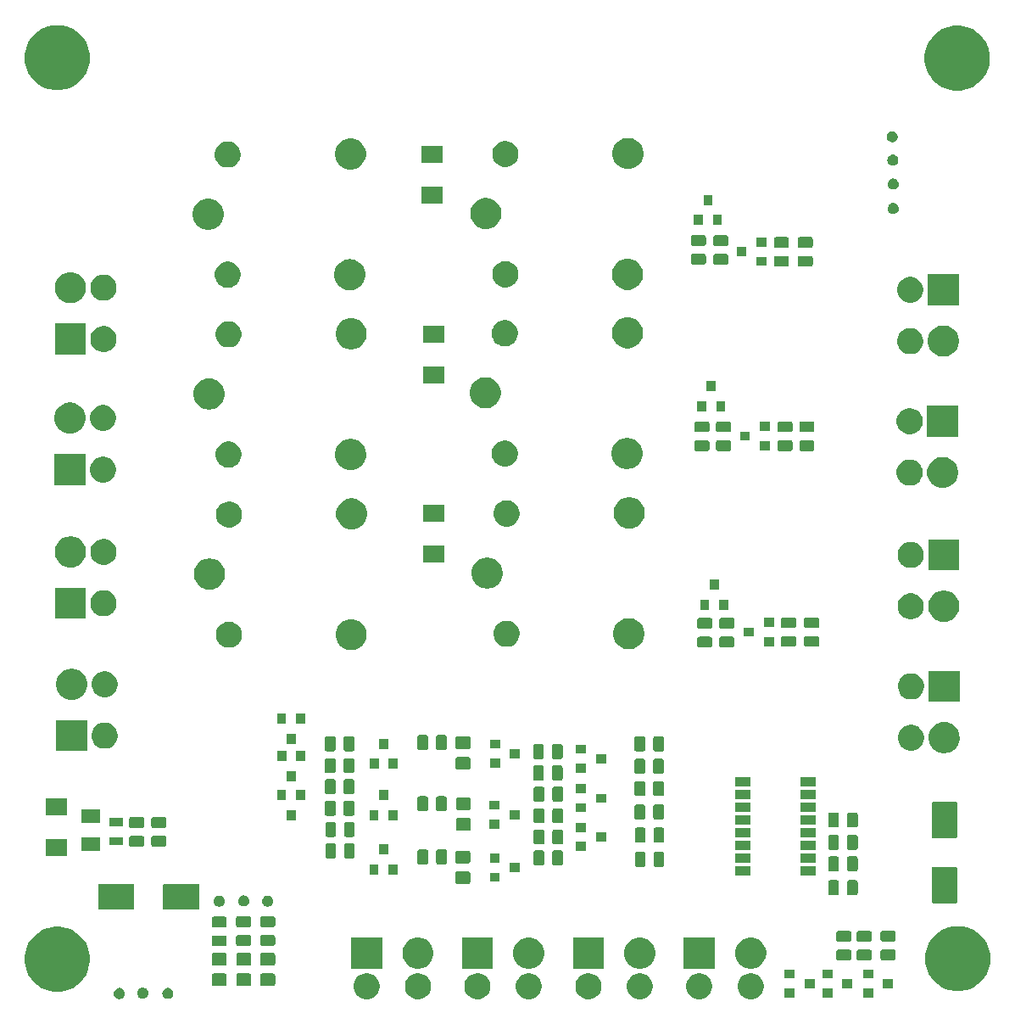
<source format=gbr>
G04 #@! TF.GenerationSoftware,KiCad,Pcbnew,(5.1.5)-3*
G04 #@! TF.CreationDate,2020-09-18T03:25:39-03:00*
G04 #@! TF.ProjectId,SET-RESET,5345542d-5245-4534-9554-2e6b69636164,rev?*
G04 #@! TF.SameCoordinates,Original*
G04 #@! TF.FileFunction,Soldermask,Top*
G04 #@! TF.FilePolarity,Negative*
%FSLAX46Y46*%
G04 Gerber Fmt 4.6, Leading zero omitted, Abs format (unit mm)*
G04 Created by KiCad (PCBNEW (5.1.5)-3) date 2020-09-18 03:25:39*
%MOMM*%
%LPD*%
G04 APERTURE LIST*
%ADD10C,0.100000*%
G04 APERTURE END LIST*
D10*
G36*
X223899487Y-121430996D02*
G01*
X224136253Y-121529068D01*
X224136255Y-121529069D01*
X224349339Y-121671447D01*
X224530553Y-121852661D01*
X224670423Y-122061991D01*
X224672932Y-122065747D01*
X224771004Y-122302513D01*
X224821000Y-122553861D01*
X224821000Y-122810139D01*
X224771004Y-123061487D01*
X224672932Y-123298253D01*
X224672931Y-123298255D01*
X224530553Y-123511339D01*
X224349339Y-123692553D01*
X224136255Y-123834931D01*
X224136254Y-123834932D01*
X224136253Y-123834932D01*
X223899487Y-123933004D01*
X223648139Y-123983000D01*
X223391861Y-123983000D01*
X223140513Y-123933004D01*
X222903747Y-123834932D01*
X222903746Y-123834932D01*
X222903745Y-123834931D01*
X222690661Y-123692553D01*
X222509447Y-123511339D01*
X222367069Y-123298255D01*
X222367068Y-123298253D01*
X222268996Y-123061487D01*
X222219000Y-122810139D01*
X222219000Y-122553861D01*
X222268996Y-122302513D01*
X222367068Y-122065747D01*
X222369578Y-122061991D01*
X222509447Y-121852661D01*
X222690661Y-121671447D01*
X222903745Y-121529069D01*
X222903747Y-121529068D01*
X223140513Y-121430996D01*
X223391861Y-121381000D01*
X223648139Y-121381000D01*
X223899487Y-121430996D01*
G37*
G36*
X218768687Y-121430996D02*
G01*
X219005453Y-121529068D01*
X219005455Y-121529069D01*
X219218539Y-121671447D01*
X219399753Y-121852661D01*
X219539623Y-122061991D01*
X219542132Y-122065747D01*
X219640204Y-122302513D01*
X219690200Y-122553861D01*
X219690200Y-122810139D01*
X219640204Y-123061487D01*
X219542132Y-123298253D01*
X219542131Y-123298255D01*
X219399753Y-123511339D01*
X219218539Y-123692553D01*
X219005455Y-123834931D01*
X219005454Y-123834932D01*
X219005453Y-123834932D01*
X218768687Y-123933004D01*
X218517339Y-123983000D01*
X218261061Y-123983000D01*
X218009713Y-123933004D01*
X217772947Y-123834932D01*
X217772946Y-123834932D01*
X217772945Y-123834931D01*
X217559861Y-123692553D01*
X217378647Y-123511339D01*
X217236269Y-123298255D01*
X217236268Y-123298253D01*
X217138196Y-123061487D01*
X217088200Y-122810139D01*
X217088200Y-122553861D01*
X217138196Y-122302513D01*
X217236268Y-122065747D01*
X217238778Y-122061991D01*
X217378647Y-121852661D01*
X217559861Y-121671447D01*
X217772945Y-121529069D01*
X217772947Y-121529068D01*
X218009713Y-121430996D01*
X218261061Y-121381000D01*
X218517339Y-121381000D01*
X218768687Y-121430996D01*
G37*
G36*
X185545487Y-121430996D02*
G01*
X185782253Y-121529068D01*
X185782255Y-121529069D01*
X185995339Y-121671447D01*
X186176553Y-121852661D01*
X186316423Y-122061991D01*
X186318932Y-122065747D01*
X186417004Y-122302513D01*
X186467000Y-122553861D01*
X186467000Y-122810139D01*
X186417004Y-123061487D01*
X186318932Y-123298253D01*
X186318931Y-123298255D01*
X186176553Y-123511339D01*
X185995339Y-123692553D01*
X185782255Y-123834931D01*
X185782254Y-123834932D01*
X185782253Y-123834932D01*
X185545487Y-123933004D01*
X185294139Y-123983000D01*
X185037861Y-123983000D01*
X184786513Y-123933004D01*
X184549747Y-123834932D01*
X184549746Y-123834932D01*
X184549745Y-123834931D01*
X184336661Y-123692553D01*
X184155447Y-123511339D01*
X184013069Y-123298255D01*
X184013068Y-123298253D01*
X183914996Y-123061487D01*
X183865000Y-122810139D01*
X183865000Y-122553861D01*
X183914996Y-122302513D01*
X184013068Y-122065747D01*
X184015578Y-122061991D01*
X184155447Y-121852661D01*
X184336661Y-121671447D01*
X184549745Y-121529069D01*
X184549747Y-121529068D01*
X184786513Y-121430996D01*
X185037861Y-121381000D01*
X185294139Y-121381000D01*
X185545487Y-121430996D01*
G37*
G36*
X190676287Y-121430996D02*
G01*
X190913053Y-121529068D01*
X190913055Y-121529069D01*
X191126139Y-121671447D01*
X191307353Y-121852661D01*
X191447223Y-122061991D01*
X191449732Y-122065747D01*
X191547804Y-122302513D01*
X191597800Y-122553861D01*
X191597800Y-122810139D01*
X191547804Y-123061487D01*
X191449732Y-123298253D01*
X191449731Y-123298255D01*
X191307353Y-123511339D01*
X191126139Y-123692553D01*
X190913055Y-123834931D01*
X190913054Y-123834932D01*
X190913053Y-123834932D01*
X190676287Y-123933004D01*
X190424939Y-123983000D01*
X190168661Y-123983000D01*
X189917313Y-123933004D01*
X189680547Y-123834932D01*
X189680546Y-123834932D01*
X189680545Y-123834931D01*
X189467461Y-123692553D01*
X189286247Y-123511339D01*
X189143869Y-123298255D01*
X189143868Y-123298253D01*
X189045796Y-123061487D01*
X188995800Y-122810139D01*
X188995800Y-122553861D01*
X189045796Y-122302513D01*
X189143868Y-122065747D01*
X189146378Y-122061991D01*
X189286247Y-121852661D01*
X189467461Y-121671447D01*
X189680545Y-121529069D01*
X189680547Y-121529068D01*
X189917313Y-121430996D01*
X190168661Y-121381000D01*
X190424939Y-121381000D01*
X190676287Y-121430996D01*
G37*
G36*
X201750687Y-121430996D02*
G01*
X201987453Y-121529068D01*
X201987455Y-121529069D01*
X202200539Y-121671447D01*
X202381753Y-121852661D01*
X202521623Y-122061991D01*
X202524132Y-122065747D01*
X202622204Y-122302513D01*
X202672200Y-122553861D01*
X202672200Y-122810139D01*
X202622204Y-123061487D01*
X202524132Y-123298253D01*
X202524131Y-123298255D01*
X202381753Y-123511339D01*
X202200539Y-123692553D01*
X201987455Y-123834931D01*
X201987454Y-123834932D01*
X201987453Y-123834932D01*
X201750687Y-123933004D01*
X201499339Y-123983000D01*
X201243061Y-123983000D01*
X200991713Y-123933004D01*
X200754947Y-123834932D01*
X200754946Y-123834932D01*
X200754945Y-123834931D01*
X200541861Y-123692553D01*
X200360647Y-123511339D01*
X200218269Y-123298255D01*
X200218268Y-123298253D01*
X200120196Y-123061487D01*
X200070200Y-122810139D01*
X200070200Y-122553861D01*
X200120196Y-122302513D01*
X200218268Y-122065747D01*
X200220778Y-122061991D01*
X200360647Y-121852661D01*
X200541861Y-121671447D01*
X200754945Y-121529069D01*
X200754947Y-121529068D01*
X200991713Y-121430996D01*
X201243061Y-121381000D01*
X201499339Y-121381000D01*
X201750687Y-121430996D01*
G37*
G36*
X207694287Y-121430996D02*
G01*
X207931053Y-121529068D01*
X207931055Y-121529069D01*
X208144139Y-121671447D01*
X208325353Y-121852661D01*
X208465223Y-122061991D01*
X208467732Y-122065747D01*
X208565804Y-122302513D01*
X208615800Y-122553861D01*
X208615800Y-122810139D01*
X208565804Y-123061487D01*
X208467732Y-123298253D01*
X208467731Y-123298255D01*
X208325353Y-123511339D01*
X208144139Y-123692553D01*
X207931055Y-123834931D01*
X207931054Y-123834932D01*
X207931053Y-123834932D01*
X207694287Y-123933004D01*
X207442939Y-123983000D01*
X207186661Y-123983000D01*
X206935313Y-123933004D01*
X206698547Y-123834932D01*
X206698546Y-123834932D01*
X206698545Y-123834931D01*
X206485461Y-123692553D01*
X206304247Y-123511339D01*
X206161869Y-123298255D01*
X206161868Y-123298253D01*
X206063796Y-123061487D01*
X206013800Y-122810139D01*
X206013800Y-122553861D01*
X206063796Y-122302513D01*
X206161868Y-122065747D01*
X206164378Y-122061991D01*
X206304247Y-121852661D01*
X206485461Y-121671447D01*
X206698545Y-121529069D01*
X206698547Y-121529068D01*
X206935313Y-121430996D01*
X207186661Y-121381000D01*
X207442939Y-121381000D01*
X207694287Y-121430996D01*
G37*
G36*
X196619887Y-121430996D02*
G01*
X196856653Y-121529068D01*
X196856655Y-121529069D01*
X197069739Y-121671447D01*
X197250953Y-121852661D01*
X197390823Y-122061991D01*
X197393332Y-122065747D01*
X197491404Y-122302513D01*
X197541400Y-122553861D01*
X197541400Y-122810139D01*
X197491404Y-123061487D01*
X197393332Y-123298253D01*
X197393331Y-123298255D01*
X197250953Y-123511339D01*
X197069739Y-123692553D01*
X196856655Y-123834931D01*
X196856654Y-123834932D01*
X196856653Y-123834932D01*
X196619887Y-123933004D01*
X196368539Y-123983000D01*
X196112261Y-123983000D01*
X195860913Y-123933004D01*
X195624147Y-123834932D01*
X195624146Y-123834932D01*
X195624145Y-123834931D01*
X195411061Y-123692553D01*
X195229847Y-123511339D01*
X195087469Y-123298255D01*
X195087468Y-123298253D01*
X194989396Y-123061487D01*
X194939400Y-122810139D01*
X194939400Y-122553861D01*
X194989396Y-122302513D01*
X195087468Y-122065747D01*
X195089978Y-122061991D01*
X195229847Y-121852661D01*
X195411061Y-121671447D01*
X195624145Y-121529069D01*
X195624147Y-121529068D01*
X195860913Y-121430996D01*
X196112261Y-121381000D01*
X196368539Y-121381000D01*
X196619887Y-121430996D01*
G37*
G36*
X212825087Y-121430996D02*
G01*
X213061853Y-121529068D01*
X213061855Y-121529069D01*
X213274939Y-121671447D01*
X213456153Y-121852661D01*
X213596023Y-122061991D01*
X213598532Y-122065747D01*
X213696604Y-122302513D01*
X213746600Y-122553861D01*
X213746600Y-122810139D01*
X213696604Y-123061487D01*
X213598532Y-123298253D01*
X213598531Y-123298255D01*
X213456153Y-123511339D01*
X213274939Y-123692553D01*
X213061855Y-123834931D01*
X213061854Y-123834932D01*
X213061853Y-123834932D01*
X212825087Y-123933004D01*
X212573739Y-123983000D01*
X212317461Y-123983000D01*
X212066113Y-123933004D01*
X211829347Y-123834932D01*
X211829346Y-123834932D01*
X211829345Y-123834931D01*
X211616261Y-123692553D01*
X211435047Y-123511339D01*
X211292669Y-123298255D01*
X211292668Y-123298253D01*
X211194596Y-123061487D01*
X211144600Y-122810139D01*
X211144600Y-122553861D01*
X211194596Y-122302513D01*
X211292668Y-122065747D01*
X211295178Y-122061991D01*
X211435047Y-121852661D01*
X211616261Y-121671447D01*
X211829345Y-121529069D01*
X211829347Y-121529068D01*
X212066113Y-121430996D01*
X212317461Y-121381000D01*
X212573739Y-121381000D01*
X212825087Y-121430996D01*
G37*
G36*
X160635381Y-122888774D02*
G01*
X160735655Y-122930309D01*
X160735656Y-122930310D01*
X160825902Y-122990610D01*
X160902650Y-123067358D01*
X160902651Y-123067360D01*
X160962951Y-123157605D01*
X161004486Y-123257879D01*
X161025660Y-123364330D01*
X161025660Y-123472870D01*
X161004486Y-123579321D01*
X160962951Y-123679595D01*
X160933005Y-123724412D01*
X160902650Y-123769842D01*
X160825902Y-123846590D01*
X160800280Y-123863710D01*
X160735655Y-123906891D01*
X160635381Y-123948426D01*
X160528930Y-123969600D01*
X160420390Y-123969600D01*
X160313939Y-123948426D01*
X160213665Y-123906891D01*
X160149040Y-123863710D01*
X160123418Y-123846590D01*
X160046670Y-123769842D01*
X160016315Y-123724412D01*
X159986369Y-123679595D01*
X159944834Y-123579321D01*
X159923660Y-123472870D01*
X159923660Y-123364330D01*
X159944834Y-123257879D01*
X159986369Y-123157605D01*
X160046669Y-123067360D01*
X160046670Y-123067358D01*
X160123418Y-122990610D01*
X160213664Y-122930310D01*
X160213665Y-122930309D01*
X160313939Y-122888774D01*
X160420390Y-122867600D01*
X160528930Y-122867600D01*
X160635381Y-122888774D01*
G37*
G36*
X165474081Y-122876074D02*
G01*
X165574355Y-122917609D01*
X165593362Y-122930309D01*
X165664602Y-122977910D01*
X165741350Y-123054658D01*
X165749836Y-123067358D01*
X165801651Y-123144905D01*
X165843186Y-123245179D01*
X165864360Y-123351630D01*
X165864360Y-123460170D01*
X165843186Y-123566621D01*
X165801651Y-123666895D01*
X165801650Y-123666896D01*
X165741350Y-123757142D01*
X165664602Y-123833890D01*
X165645595Y-123846590D01*
X165574355Y-123894191D01*
X165474081Y-123935726D01*
X165367630Y-123956900D01*
X165259090Y-123956900D01*
X165152639Y-123935726D01*
X165052365Y-123894191D01*
X164981125Y-123846590D01*
X164962118Y-123833890D01*
X164885370Y-123757142D01*
X164825070Y-123666896D01*
X164825069Y-123666895D01*
X164783534Y-123566621D01*
X164762360Y-123460170D01*
X164762360Y-123351630D01*
X164783534Y-123245179D01*
X164825069Y-123144905D01*
X164876884Y-123067358D01*
X164885370Y-123054658D01*
X164962118Y-122977910D01*
X165033358Y-122930309D01*
X165052365Y-122917609D01*
X165152639Y-122876074D01*
X165259090Y-122854900D01*
X165367630Y-122854900D01*
X165474081Y-122876074D01*
G37*
G36*
X162982341Y-122845594D02*
G01*
X163082615Y-122887129D01*
X163085078Y-122888775D01*
X163172862Y-122947430D01*
X163249610Y-123024178D01*
X163276797Y-123064866D01*
X163309911Y-123114425D01*
X163351446Y-123214699D01*
X163372620Y-123321150D01*
X163372620Y-123429690D01*
X163351446Y-123536141D01*
X163309911Y-123636415D01*
X163309910Y-123636416D01*
X163249610Y-123726662D01*
X163172862Y-123803410D01*
X163127432Y-123833765D01*
X163082615Y-123863711D01*
X162982341Y-123905246D01*
X162875890Y-123926420D01*
X162767350Y-123926420D01*
X162660899Y-123905246D01*
X162560625Y-123863711D01*
X162515808Y-123833765D01*
X162470378Y-123803410D01*
X162393630Y-123726662D01*
X162333330Y-123636416D01*
X162333329Y-123636415D01*
X162291794Y-123536141D01*
X162270620Y-123429690D01*
X162270620Y-123321150D01*
X162291794Y-123214699D01*
X162333329Y-123114425D01*
X162366443Y-123064866D01*
X162393630Y-123024178D01*
X162470378Y-122947430D01*
X162558162Y-122888775D01*
X162560625Y-122887129D01*
X162660899Y-122845594D01*
X162767350Y-122824420D01*
X162875890Y-122824420D01*
X162982341Y-122845594D01*
G37*
G36*
X235737000Y-123829000D02*
G01*
X234735000Y-123829000D01*
X234735000Y-122927000D01*
X235737000Y-122927000D01*
X235737000Y-123829000D01*
G37*
G36*
X231673000Y-123829000D02*
G01*
X230671000Y-123829000D01*
X230671000Y-122927000D01*
X231673000Y-122927000D01*
X231673000Y-123829000D01*
G37*
G36*
X227913800Y-123829000D02*
G01*
X226911800Y-123829000D01*
X226911800Y-122927000D01*
X227913800Y-122927000D01*
X227913800Y-123829000D01*
G37*
G36*
X154827535Y-116783900D02*
G01*
X155227882Y-116863534D01*
X155819526Y-117108601D01*
X156219673Y-117375971D01*
X156351991Y-117464383D01*
X156804817Y-117917209D01*
X156841740Y-117972468D01*
X157160599Y-118449674D01*
X157384624Y-118990519D01*
X157405666Y-119041319D01*
X157530600Y-119669403D01*
X157530600Y-120309797D01*
X157486182Y-120533103D01*
X157405666Y-120937882D01*
X157160599Y-121529526D01*
X156887264Y-121938600D01*
X156804817Y-122061991D01*
X156351991Y-122514817D01*
X156249793Y-122583103D01*
X155819526Y-122870599D01*
X155227882Y-123115666D01*
X155017045Y-123157604D01*
X154599797Y-123240600D01*
X153959403Y-123240600D01*
X153542155Y-123157604D01*
X153331318Y-123115666D01*
X152739674Y-122870599D01*
X152309407Y-122583103D01*
X152207209Y-122514817D01*
X151754383Y-122061991D01*
X151671936Y-121938600D01*
X151398601Y-121529526D01*
X151153534Y-120937882D01*
X151073018Y-120533103D01*
X151028600Y-120309797D01*
X151028600Y-119669403D01*
X151153534Y-119041319D01*
X151174576Y-118990519D01*
X151398601Y-118449674D01*
X151717460Y-117972468D01*
X151754383Y-117917209D01*
X152207209Y-117464383D01*
X152339527Y-117375971D01*
X152739674Y-117108601D01*
X153331318Y-116863534D01*
X153731665Y-116783900D01*
X153959403Y-116738600D01*
X154599797Y-116738600D01*
X154827535Y-116783900D01*
G37*
G36*
X244716674Y-116727757D02*
G01*
X245143882Y-116812734D01*
X245735526Y-117057801D01*
X246135673Y-117325171D01*
X246267991Y-117413583D01*
X246720817Y-117866409D01*
X246754760Y-117917208D01*
X247076599Y-118398874D01*
X247321666Y-118990518D01*
X247343659Y-119101083D01*
X247446600Y-119618603D01*
X247446600Y-120258997D01*
X247414447Y-120420639D01*
X247321666Y-120887082D01*
X247076599Y-121478726D01*
X246849764Y-121818208D01*
X246720817Y-122011191D01*
X246267991Y-122464017D01*
X246182482Y-122521152D01*
X245735526Y-122819799D01*
X245143882Y-123064866D01*
X244894737Y-123114424D01*
X244515797Y-123189800D01*
X243875403Y-123189800D01*
X243496463Y-123114424D01*
X243247318Y-123064866D01*
X242655674Y-122819799D01*
X242208718Y-122521152D01*
X242123209Y-122464017D01*
X241670383Y-122011191D01*
X241541436Y-121818208D01*
X241314601Y-121478726D01*
X241069534Y-120887082D01*
X240976753Y-120420639D01*
X240944600Y-120258997D01*
X240944600Y-119618603D01*
X241047541Y-119101083D01*
X241069534Y-118990518D01*
X241314601Y-118398874D01*
X241636440Y-117917208D01*
X241670383Y-117866409D01*
X242123209Y-117413583D01*
X242255527Y-117325171D01*
X242655674Y-117057801D01*
X243247318Y-116812734D01*
X243674526Y-116727757D01*
X243875403Y-116687800D01*
X244515797Y-116687800D01*
X244716674Y-116727757D01*
G37*
G36*
X229913800Y-122879000D02*
G01*
X228911800Y-122879000D01*
X228911800Y-121977000D01*
X229913800Y-121977000D01*
X229913800Y-122879000D01*
G37*
G36*
X237737000Y-122879000D02*
G01*
X236735000Y-122879000D01*
X236735000Y-121977000D01*
X237737000Y-121977000D01*
X237737000Y-122879000D01*
G37*
G36*
X233673000Y-122879000D02*
G01*
X232671000Y-122879000D01*
X232671000Y-121977000D01*
X233673000Y-121977000D01*
X233673000Y-122879000D01*
G37*
G36*
X175879154Y-121430765D02*
G01*
X175916847Y-121442199D01*
X175951583Y-121460766D01*
X175982028Y-121485752D01*
X176007014Y-121516197D01*
X176025581Y-121550933D01*
X176037015Y-121588626D01*
X176041480Y-121633961D01*
X176041480Y-122470639D01*
X176037015Y-122515974D01*
X176025581Y-122553667D01*
X176007014Y-122588403D01*
X175982028Y-122618848D01*
X175951583Y-122643834D01*
X175916847Y-122662401D01*
X175879154Y-122673835D01*
X175833819Y-122678300D01*
X174747141Y-122678300D01*
X174701806Y-122673835D01*
X174664113Y-122662401D01*
X174629377Y-122643834D01*
X174598932Y-122618848D01*
X174573946Y-122588403D01*
X174555379Y-122553667D01*
X174543945Y-122515974D01*
X174539480Y-122470639D01*
X174539480Y-121633961D01*
X174543945Y-121588626D01*
X174555379Y-121550933D01*
X174573946Y-121516197D01*
X174598932Y-121485752D01*
X174629377Y-121460766D01*
X174664113Y-121442199D01*
X174701806Y-121430765D01*
X174747141Y-121426300D01*
X175833819Y-121426300D01*
X175879154Y-121430765D01*
G37*
G36*
X171042994Y-121425465D02*
G01*
X171080687Y-121436899D01*
X171115423Y-121455466D01*
X171145868Y-121480452D01*
X171170854Y-121510897D01*
X171189421Y-121545633D01*
X171200855Y-121583326D01*
X171205320Y-121628661D01*
X171205320Y-122465339D01*
X171200855Y-122510674D01*
X171189421Y-122548367D01*
X171170854Y-122583103D01*
X171145868Y-122613548D01*
X171115423Y-122638534D01*
X171080687Y-122657101D01*
X171042994Y-122668535D01*
X170997659Y-122673000D01*
X169910981Y-122673000D01*
X169865646Y-122668535D01*
X169827953Y-122657101D01*
X169793217Y-122638534D01*
X169762772Y-122613548D01*
X169737786Y-122583103D01*
X169719219Y-122548367D01*
X169707785Y-122510674D01*
X169703320Y-122465339D01*
X169703320Y-121628661D01*
X169707785Y-121583326D01*
X169719219Y-121545633D01*
X169737786Y-121510897D01*
X169762772Y-121480452D01*
X169793217Y-121455466D01*
X169827953Y-121436899D01*
X169865646Y-121425465D01*
X169910981Y-121421000D01*
X170997659Y-121421000D01*
X171042994Y-121425465D01*
G37*
G36*
X173486474Y-121425465D02*
G01*
X173524167Y-121436899D01*
X173558903Y-121455466D01*
X173589348Y-121480452D01*
X173614334Y-121510897D01*
X173632901Y-121545633D01*
X173644335Y-121583326D01*
X173648800Y-121628661D01*
X173648800Y-122465339D01*
X173644335Y-122510674D01*
X173632901Y-122548367D01*
X173614334Y-122583103D01*
X173589348Y-122613548D01*
X173558903Y-122638534D01*
X173524167Y-122657101D01*
X173486474Y-122668535D01*
X173441139Y-122673000D01*
X172354461Y-122673000D01*
X172309126Y-122668535D01*
X172271433Y-122657101D01*
X172236697Y-122638534D01*
X172206252Y-122613548D01*
X172181266Y-122583103D01*
X172162699Y-122548367D01*
X172151265Y-122510674D01*
X172146800Y-122465339D01*
X172146800Y-121628661D01*
X172151265Y-121583326D01*
X172162699Y-121545633D01*
X172181266Y-121510897D01*
X172206252Y-121480452D01*
X172236697Y-121455466D01*
X172271433Y-121436899D01*
X172309126Y-121425465D01*
X172354461Y-121421000D01*
X173441139Y-121421000D01*
X173486474Y-121425465D01*
G37*
G36*
X231673000Y-121929000D02*
G01*
X230671000Y-121929000D01*
X230671000Y-121027000D01*
X231673000Y-121027000D01*
X231673000Y-121929000D01*
G37*
G36*
X227913800Y-121929000D02*
G01*
X226911800Y-121929000D01*
X226911800Y-121027000D01*
X227913800Y-121027000D01*
X227913800Y-121929000D01*
G37*
G36*
X235737000Y-121929000D02*
G01*
X234735000Y-121929000D01*
X234735000Y-121027000D01*
X235737000Y-121027000D01*
X235737000Y-121929000D01*
G37*
G36*
X186717000Y-120931000D02*
G01*
X183615000Y-120931000D01*
X183615000Y-117829000D01*
X186717000Y-117829000D01*
X186717000Y-120931000D01*
G37*
G36*
X219940200Y-120931000D02*
G01*
X216838200Y-120931000D01*
X216838200Y-117829000D01*
X219940200Y-117829000D01*
X219940200Y-120931000D01*
G37*
G36*
X223734683Y-117842073D02*
G01*
X223968610Y-117888604D01*
X224250874Y-118005521D01*
X224504905Y-118175259D01*
X224720941Y-118391295D01*
X224890679Y-118645326D01*
X225007596Y-118927590D01*
X225007596Y-118927591D01*
X225067200Y-119227239D01*
X225067200Y-119532761D01*
X225055799Y-119590075D01*
X225007596Y-119832410D01*
X224890679Y-120114674D01*
X224720941Y-120368705D01*
X224504905Y-120584741D01*
X224250874Y-120754479D01*
X223968610Y-120871396D01*
X223889756Y-120887081D01*
X223668961Y-120931000D01*
X223363439Y-120931000D01*
X223142644Y-120887081D01*
X223063790Y-120871396D01*
X222781526Y-120754479D01*
X222527495Y-120584741D01*
X222311459Y-120368705D01*
X222141721Y-120114674D01*
X222024804Y-119832410D01*
X221976601Y-119590075D01*
X221965200Y-119532761D01*
X221965200Y-119227239D01*
X222024804Y-118927591D01*
X222024804Y-118927590D01*
X222141721Y-118645326D01*
X222311459Y-118391295D01*
X222527495Y-118175259D01*
X222781526Y-118005521D01*
X223063790Y-117888604D01*
X223297717Y-117842073D01*
X223363439Y-117829000D01*
X223668961Y-117829000D01*
X223734683Y-117842073D01*
G37*
G36*
X190511483Y-117842073D02*
G01*
X190745410Y-117888604D01*
X191027674Y-118005521D01*
X191281705Y-118175259D01*
X191497741Y-118391295D01*
X191667479Y-118645326D01*
X191784396Y-118927590D01*
X191784396Y-118927591D01*
X191844000Y-119227239D01*
X191844000Y-119532761D01*
X191832599Y-119590075D01*
X191784396Y-119832410D01*
X191667479Y-120114674D01*
X191497741Y-120368705D01*
X191281705Y-120584741D01*
X191027674Y-120754479D01*
X190745410Y-120871396D01*
X190666556Y-120887081D01*
X190445761Y-120931000D01*
X190140239Y-120931000D01*
X189919444Y-120887081D01*
X189840590Y-120871396D01*
X189558326Y-120754479D01*
X189304295Y-120584741D01*
X189088259Y-120368705D01*
X188918521Y-120114674D01*
X188801604Y-119832410D01*
X188753401Y-119590075D01*
X188742000Y-119532761D01*
X188742000Y-119227239D01*
X188801604Y-118927591D01*
X188801604Y-118927590D01*
X188918521Y-118645326D01*
X189088259Y-118391295D01*
X189304295Y-118175259D01*
X189558326Y-118005521D01*
X189840590Y-117888604D01*
X190074517Y-117842073D01*
X190140239Y-117829000D01*
X190445761Y-117829000D01*
X190511483Y-117842073D01*
G37*
G36*
X212660283Y-117842073D02*
G01*
X212894210Y-117888604D01*
X213176474Y-118005521D01*
X213430505Y-118175259D01*
X213646541Y-118391295D01*
X213816279Y-118645326D01*
X213933196Y-118927590D01*
X213933196Y-118927591D01*
X213992800Y-119227239D01*
X213992800Y-119532761D01*
X213981399Y-119590075D01*
X213933196Y-119832410D01*
X213816279Y-120114674D01*
X213646541Y-120368705D01*
X213430505Y-120584741D01*
X213176474Y-120754479D01*
X212894210Y-120871396D01*
X212815356Y-120887081D01*
X212594561Y-120931000D01*
X212289039Y-120931000D01*
X212068244Y-120887081D01*
X211989390Y-120871396D01*
X211707126Y-120754479D01*
X211453095Y-120584741D01*
X211237059Y-120368705D01*
X211067321Y-120114674D01*
X210950404Y-119832410D01*
X210902201Y-119590075D01*
X210890800Y-119532761D01*
X210890800Y-119227239D01*
X210950404Y-118927591D01*
X210950404Y-118927590D01*
X211067321Y-118645326D01*
X211237059Y-118391295D01*
X211453095Y-118175259D01*
X211707126Y-118005521D01*
X211989390Y-117888604D01*
X212223317Y-117842073D01*
X212289039Y-117829000D01*
X212594561Y-117829000D01*
X212660283Y-117842073D01*
G37*
G36*
X197791400Y-120931000D02*
G01*
X194689400Y-120931000D01*
X194689400Y-117829000D01*
X197791400Y-117829000D01*
X197791400Y-120931000D01*
G37*
G36*
X208865800Y-120931000D02*
G01*
X205763800Y-120931000D01*
X205763800Y-117829000D01*
X208865800Y-117829000D01*
X208865800Y-120931000D01*
G37*
G36*
X201585883Y-117842073D02*
G01*
X201819810Y-117888604D01*
X202102074Y-118005521D01*
X202356105Y-118175259D01*
X202572141Y-118391295D01*
X202741879Y-118645326D01*
X202858796Y-118927590D01*
X202858796Y-118927591D01*
X202918400Y-119227239D01*
X202918400Y-119532761D01*
X202906999Y-119590075D01*
X202858796Y-119832410D01*
X202741879Y-120114674D01*
X202572141Y-120368705D01*
X202356105Y-120584741D01*
X202102074Y-120754479D01*
X201819810Y-120871396D01*
X201740956Y-120887081D01*
X201520161Y-120931000D01*
X201214639Y-120931000D01*
X200993844Y-120887081D01*
X200914990Y-120871396D01*
X200632726Y-120754479D01*
X200378695Y-120584741D01*
X200162659Y-120368705D01*
X199992921Y-120114674D01*
X199876004Y-119832410D01*
X199827801Y-119590075D01*
X199816400Y-119532761D01*
X199816400Y-119227239D01*
X199876004Y-118927591D01*
X199876004Y-118927590D01*
X199992921Y-118645326D01*
X200162659Y-118391295D01*
X200378695Y-118175259D01*
X200632726Y-118005521D01*
X200914990Y-117888604D01*
X201148917Y-117842073D01*
X201214639Y-117829000D01*
X201520161Y-117829000D01*
X201585883Y-117842073D01*
G37*
G36*
X175879154Y-119380765D02*
G01*
X175916847Y-119392199D01*
X175951583Y-119410766D01*
X175982028Y-119435752D01*
X176007014Y-119466197D01*
X176025581Y-119500933D01*
X176037015Y-119538626D01*
X176041480Y-119583961D01*
X176041480Y-120420639D01*
X176037015Y-120465974D01*
X176025581Y-120503667D01*
X176007014Y-120538403D01*
X175982028Y-120568848D01*
X175951583Y-120593834D01*
X175916847Y-120612401D01*
X175879154Y-120623835D01*
X175833819Y-120628300D01*
X174747141Y-120628300D01*
X174701806Y-120623835D01*
X174664113Y-120612401D01*
X174629377Y-120593834D01*
X174598932Y-120568848D01*
X174573946Y-120538403D01*
X174555379Y-120503667D01*
X174543945Y-120465974D01*
X174539480Y-120420639D01*
X174539480Y-119583961D01*
X174543945Y-119538626D01*
X174555379Y-119500933D01*
X174573946Y-119466197D01*
X174598932Y-119435752D01*
X174629377Y-119410766D01*
X174664113Y-119392199D01*
X174701806Y-119380765D01*
X174747141Y-119376300D01*
X175833819Y-119376300D01*
X175879154Y-119380765D01*
G37*
G36*
X173486474Y-119375465D02*
G01*
X173524167Y-119386899D01*
X173558903Y-119405466D01*
X173589348Y-119430452D01*
X173614334Y-119460897D01*
X173632901Y-119495633D01*
X173644335Y-119533326D01*
X173648800Y-119578661D01*
X173648800Y-120415339D01*
X173644335Y-120460674D01*
X173632901Y-120498367D01*
X173614334Y-120533103D01*
X173589348Y-120563548D01*
X173558903Y-120588534D01*
X173524167Y-120607101D01*
X173486474Y-120618535D01*
X173441139Y-120623000D01*
X172354461Y-120623000D01*
X172309126Y-120618535D01*
X172271433Y-120607101D01*
X172236697Y-120588534D01*
X172206252Y-120563548D01*
X172181266Y-120533103D01*
X172162699Y-120498367D01*
X172151265Y-120460674D01*
X172146800Y-120415339D01*
X172146800Y-119578661D01*
X172151265Y-119533326D01*
X172162699Y-119495633D01*
X172181266Y-119460897D01*
X172206252Y-119430452D01*
X172236697Y-119405466D01*
X172271433Y-119386899D01*
X172309126Y-119375465D01*
X172354461Y-119371000D01*
X173441139Y-119371000D01*
X173486474Y-119375465D01*
G37*
G36*
X171042994Y-119375465D02*
G01*
X171080687Y-119386899D01*
X171115423Y-119405466D01*
X171145868Y-119430452D01*
X171170854Y-119460897D01*
X171189421Y-119495633D01*
X171200855Y-119533326D01*
X171205320Y-119578661D01*
X171205320Y-120415339D01*
X171200855Y-120460674D01*
X171189421Y-120498367D01*
X171170854Y-120533103D01*
X171145868Y-120563548D01*
X171115423Y-120588534D01*
X171080687Y-120607101D01*
X171042994Y-120618535D01*
X170997659Y-120623000D01*
X169910981Y-120623000D01*
X169865646Y-120618535D01*
X169827953Y-120607101D01*
X169793217Y-120588534D01*
X169762772Y-120563548D01*
X169737786Y-120533103D01*
X169719219Y-120498367D01*
X169707785Y-120460674D01*
X169703320Y-120415339D01*
X169703320Y-119578661D01*
X169707785Y-119533326D01*
X169719219Y-119495633D01*
X169737786Y-119460897D01*
X169762772Y-119430452D01*
X169793217Y-119405466D01*
X169827953Y-119386899D01*
X169865646Y-119375465D01*
X169910981Y-119371000D01*
X170997659Y-119371000D01*
X171042994Y-119375465D01*
G37*
G36*
X235432868Y-119044665D02*
G01*
X235471538Y-119056396D01*
X235507177Y-119075446D01*
X235538417Y-119101083D01*
X235564054Y-119132323D01*
X235583104Y-119167962D01*
X235594835Y-119206632D01*
X235599400Y-119252988D01*
X235599400Y-119904212D01*
X235594835Y-119950568D01*
X235583104Y-119989238D01*
X235564054Y-120024877D01*
X235538417Y-120056117D01*
X235507177Y-120081754D01*
X235471538Y-120100804D01*
X235432868Y-120112535D01*
X235386512Y-120117100D01*
X234310288Y-120117100D01*
X234263932Y-120112535D01*
X234225262Y-120100804D01*
X234189623Y-120081754D01*
X234158383Y-120056117D01*
X234132746Y-120024877D01*
X234113696Y-119989238D01*
X234101965Y-119950568D01*
X234097400Y-119904212D01*
X234097400Y-119252988D01*
X234101965Y-119206632D01*
X234113696Y-119167962D01*
X234132746Y-119132323D01*
X234158383Y-119101083D01*
X234189623Y-119075446D01*
X234225262Y-119056396D01*
X234263932Y-119044665D01*
X234310288Y-119040100D01*
X235386512Y-119040100D01*
X235432868Y-119044665D01*
G37*
G36*
X233400868Y-119044665D02*
G01*
X233439538Y-119056396D01*
X233475177Y-119075446D01*
X233506417Y-119101083D01*
X233532054Y-119132323D01*
X233551104Y-119167962D01*
X233562835Y-119206632D01*
X233567400Y-119252988D01*
X233567400Y-119904212D01*
X233562835Y-119950568D01*
X233551104Y-119989238D01*
X233532054Y-120024877D01*
X233506417Y-120056117D01*
X233475177Y-120081754D01*
X233439538Y-120100804D01*
X233400868Y-120112535D01*
X233354512Y-120117100D01*
X232278288Y-120117100D01*
X232231932Y-120112535D01*
X232193262Y-120100804D01*
X232157623Y-120081754D01*
X232126383Y-120056117D01*
X232100746Y-120024877D01*
X232081696Y-119989238D01*
X232069965Y-119950568D01*
X232065400Y-119904212D01*
X232065400Y-119252988D01*
X232069965Y-119206632D01*
X232081696Y-119167962D01*
X232100746Y-119132323D01*
X232126383Y-119101083D01*
X232157623Y-119075446D01*
X232193262Y-119056396D01*
X232231932Y-119044665D01*
X232278288Y-119040100D01*
X233354512Y-119040100D01*
X233400868Y-119044665D01*
G37*
G36*
X237820468Y-119044665D02*
G01*
X237859138Y-119056396D01*
X237894777Y-119075446D01*
X237926017Y-119101083D01*
X237951654Y-119132323D01*
X237970704Y-119167962D01*
X237982435Y-119206632D01*
X237987000Y-119252988D01*
X237987000Y-119904212D01*
X237982435Y-119950568D01*
X237970704Y-119989238D01*
X237951654Y-120024877D01*
X237926017Y-120056117D01*
X237894777Y-120081754D01*
X237859138Y-120100804D01*
X237820468Y-120112535D01*
X237774112Y-120117100D01*
X236697888Y-120117100D01*
X236651532Y-120112535D01*
X236612862Y-120100804D01*
X236577223Y-120081754D01*
X236545983Y-120056117D01*
X236520346Y-120024877D01*
X236501296Y-119989238D01*
X236489565Y-119950568D01*
X236485000Y-119904212D01*
X236485000Y-119252988D01*
X236489565Y-119206632D01*
X236501296Y-119167962D01*
X236520346Y-119132323D01*
X236545983Y-119101083D01*
X236577223Y-119075446D01*
X236612862Y-119056396D01*
X236651532Y-119044665D01*
X236697888Y-119040100D01*
X237774112Y-119040100D01*
X237820468Y-119044665D01*
G37*
G36*
X171041328Y-117626865D02*
G01*
X171079998Y-117638596D01*
X171115637Y-117657646D01*
X171146877Y-117683283D01*
X171172514Y-117714523D01*
X171191564Y-117750162D01*
X171203295Y-117788832D01*
X171207860Y-117835188D01*
X171207860Y-118486412D01*
X171203295Y-118532768D01*
X171191564Y-118571438D01*
X171172514Y-118607077D01*
X171146877Y-118638317D01*
X171115637Y-118663954D01*
X171079998Y-118683004D01*
X171041328Y-118694735D01*
X170994972Y-118699300D01*
X169918748Y-118699300D01*
X169872392Y-118694735D01*
X169833722Y-118683004D01*
X169798083Y-118663954D01*
X169766843Y-118638317D01*
X169741206Y-118607077D01*
X169722156Y-118571438D01*
X169710425Y-118532768D01*
X169705860Y-118486412D01*
X169705860Y-117835188D01*
X169710425Y-117788832D01*
X169722156Y-117750162D01*
X169741206Y-117714523D01*
X169766843Y-117683283D01*
X169798083Y-117657646D01*
X169833722Y-117638596D01*
X169872392Y-117626865D01*
X169918748Y-117622300D01*
X170994972Y-117622300D01*
X171041328Y-117626865D01*
G37*
G36*
X173469568Y-117591305D02*
G01*
X173508238Y-117603036D01*
X173543877Y-117622086D01*
X173575117Y-117647723D01*
X173600754Y-117678963D01*
X173619804Y-117714602D01*
X173631535Y-117753272D01*
X173636100Y-117799628D01*
X173636100Y-118450852D01*
X173631535Y-118497208D01*
X173619804Y-118535878D01*
X173600754Y-118571517D01*
X173575117Y-118602757D01*
X173543877Y-118628394D01*
X173508238Y-118647444D01*
X173469568Y-118659175D01*
X173423212Y-118663740D01*
X172346988Y-118663740D01*
X172300632Y-118659175D01*
X172261962Y-118647444D01*
X172226323Y-118628394D01*
X172195083Y-118602757D01*
X172169446Y-118571517D01*
X172150396Y-118535878D01*
X172138665Y-118497208D01*
X172134100Y-118450852D01*
X172134100Y-117799628D01*
X172138665Y-117753272D01*
X172150396Y-117714602D01*
X172169446Y-117678963D01*
X172195083Y-117647723D01*
X172226323Y-117622086D01*
X172261962Y-117603036D01*
X172300632Y-117591305D01*
X172346988Y-117586740D01*
X173423212Y-117586740D01*
X173469568Y-117591305D01*
G37*
G36*
X175874948Y-117586465D02*
G01*
X175913618Y-117598196D01*
X175949257Y-117617246D01*
X175980497Y-117642883D01*
X176006134Y-117674123D01*
X176025184Y-117709762D01*
X176036915Y-117748432D01*
X176041480Y-117794788D01*
X176041480Y-118446012D01*
X176036915Y-118492368D01*
X176025184Y-118531038D01*
X176006134Y-118566677D01*
X175980497Y-118597917D01*
X175949257Y-118623554D01*
X175913618Y-118642604D01*
X175874948Y-118654335D01*
X175828592Y-118658900D01*
X174752368Y-118658900D01*
X174706012Y-118654335D01*
X174667342Y-118642604D01*
X174631703Y-118623554D01*
X174600463Y-118597917D01*
X174574826Y-118566677D01*
X174555776Y-118531038D01*
X174544045Y-118492368D01*
X174539480Y-118446012D01*
X174539480Y-117794788D01*
X174544045Y-117748432D01*
X174555776Y-117709762D01*
X174574826Y-117674123D01*
X174600463Y-117642883D01*
X174631703Y-117617246D01*
X174667342Y-117598196D01*
X174706012Y-117586465D01*
X174752368Y-117581900D01*
X175828592Y-117581900D01*
X175874948Y-117586465D01*
G37*
G36*
X233400868Y-117169665D02*
G01*
X233439538Y-117181396D01*
X233475177Y-117200446D01*
X233506417Y-117226083D01*
X233532054Y-117257323D01*
X233551104Y-117292962D01*
X233562835Y-117331632D01*
X233567400Y-117377988D01*
X233567400Y-118029212D01*
X233562835Y-118075568D01*
X233551104Y-118114238D01*
X233532054Y-118149877D01*
X233506417Y-118181117D01*
X233475177Y-118206754D01*
X233439538Y-118225804D01*
X233400868Y-118237535D01*
X233354512Y-118242100D01*
X232278288Y-118242100D01*
X232231932Y-118237535D01*
X232193262Y-118225804D01*
X232157623Y-118206754D01*
X232126383Y-118181117D01*
X232100746Y-118149877D01*
X232081696Y-118114238D01*
X232069965Y-118075568D01*
X232065400Y-118029212D01*
X232065400Y-117377988D01*
X232069965Y-117331632D01*
X232081696Y-117292962D01*
X232100746Y-117257323D01*
X232126383Y-117226083D01*
X232157623Y-117200446D01*
X232193262Y-117181396D01*
X232231932Y-117169665D01*
X232278288Y-117165100D01*
X233354512Y-117165100D01*
X233400868Y-117169665D01*
G37*
G36*
X237820468Y-117169665D02*
G01*
X237859138Y-117181396D01*
X237894777Y-117200446D01*
X237926017Y-117226083D01*
X237951654Y-117257323D01*
X237970704Y-117292962D01*
X237982435Y-117331632D01*
X237987000Y-117377988D01*
X237987000Y-118029212D01*
X237982435Y-118075568D01*
X237970704Y-118114238D01*
X237951654Y-118149877D01*
X237926017Y-118181117D01*
X237894777Y-118206754D01*
X237859138Y-118225804D01*
X237820468Y-118237535D01*
X237774112Y-118242100D01*
X236697888Y-118242100D01*
X236651532Y-118237535D01*
X236612862Y-118225804D01*
X236577223Y-118206754D01*
X236545983Y-118181117D01*
X236520346Y-118149877D01*
X236501296Y-118114238D01*
X236489565Y-118075568D01*
X236485000Y-118029212D01*
X236485000Y-117377988D01*
X236489565Y-117331632D01*
X236501296Y-117292962D01*
X236520346Y-117257323D01*
X236545983Y-117226083D01*
X236577223Y-117200446D01*
X236612862Y-117181396D01*
X236651532Y-117169665D01*
X236697888Y-117165100D01*
X237774112Y-117165100D01*
X237820468Y-117169665D01*
G37*
G36*
X235432868Y-117169665D02*
G01*
X235471538Y-117181396D01*
X235507177Y-117200446D01*
X235538417Y-117226083D01*
X235564054Y-117257323D01*
X235583104Y-117292962D01*
X235594835Y-117331632D01*
X235599400Y-117377988D01*
X235599400Y-118029212D01*
X235594835Y-118075568D01*
X235583104Y-118114238D01*
X235564054Y-118149877D01*
X235538417Y-118181117D01*
X235507177Y-118206754D01*
X235471538Y-118225804D01*
X235432868Y-118237535D01*
X235386512Y-118242100D01*
X234310288Y-118242100D01*
X234263932Y-118237535D01*
X234225262Y-118225804D01*
X234189623Y-118206754D01*
X234158383Y-118181117D01*
X234132746Y-118149877D01*
X234113696Y-118114238D01*
X234101965Y-118075568D01*
X234097400Y-118029212D01*
X234097400Y-117377988D01*
X234101965Y-117331632D01*
X234113696Y-117292962D01*
X234132746Y-117257323D01*
X234158383Y-117226083D01*
X234189623Y-117200446D01*
X234225262Y-117181396D01*
X234263932Y-117169665D01*
X234310288Y-117165100D01*
X235386512Y-117165100D01*
X235432868Y-117169665D01*
G37*
G36*
X171041328Y-115751865D02*
G01*
X171079998Y-115763596D01*
X171115637Y-115782646D01*
X171146877Y-115808283D01*
X171172514Y-115839523D01*
X171191564Y-115875162D01*
X171203295Y-115913832D01*
X171207860Y-115960188D01*
X171207860Y-116611412D01*
X171203295Y-116657768D01*
X171191564Y-116696438D01*
X171172514Y-116732077D01*
X171146877Y-116763317D01*
X171115637Y-116788954D01*
X171079998Y-116808004D01*
X171041328Y-116819735D01*
X170994972Y-116824300D01*
X169918748Y-116824300D01*
X169872392Y-116819735D01*
X169833722Y-116808004D01*
X169798083Y-116788954D01*
X169766843Y-116763317D01*
X169741206Y-116732077D01*
X169722156Y-116696438D01*
X169710425Y-116657768D01*
X169705860Y-116611412D01*
X169705860Y-115960188D01*
X169710425Y-115913832D01*
X169722156Y-115875162D01*
X169741206Y-115839523D01*
X169766843Y-115808283D01*
X169798083Y-115782646D01*
X169833722Y-115763596D01*
X169872392Y-115751865D01*
X169918748Y-115747300D01*
X170994972Y-115747300D01*
X171041328Y-115751865D01*
G37*
G36*
X173469568Y-115716305D02*
G01*
X173508238Y-115728036D01*
X173543877Y-115747086D01*
X173575117Y-115772723D01*
X173600754Y-115803963D01*
X173619804Y-115839602D01*
X173631535Y-115878272D01*
X173636100Y-115924628D01*
X173636100Y-116575852D01*
X173631535Y-116622208D01*
X173619804Y-116660878D01*
X173600754Y-116696517D01*
X173575117Y-116727757D01*
X173543877Y-116753394D01*
X173508238Y-116772444D01*
X173469568Y-116784175D01*
X173423212Y-116788740D01*
X172346988Y-116788740D01*
X172300632Y-116784175D01*
X172261962Y-116772444D01*
X172226323Y-116753394D01*
X172195083Y-116727757D01*
X172169446Y-116696517D01*
X172150396Y-116660878D01*
X172138665Y-116622208D01*
X172134100Y-116575852D01*
X172134100Y-115924628D01*
X172138665Y-115878272D01*
X172150396Y-115839602D01*
X172169446Y-115803963D01*
X172195083Y-115772723D01*
X172226323Y-115747086D01*
X172261962Y-115728036D01*
X172300632Y-115716305D01*
X172346988Y-115711740D01*
X173423212Y-115711740D01*
X173469568Y-115716305D01*
G37*
G36*
X175874948Y-115711465D02*
G01*
X175913618Y-115723196D01*
X175949257Y-115742246D01*
X175980497Y-115767883D01*
X176006134Y-115799123D01*
X176025184Y-115834762D01*
X176036915Y-115873432D01*
X176041480Y-115919788D01*
X176041480Y-116571012D01*
X176036915Y-116617368D01*
X176025184Y-116656038D01*
X176006134Y-116691677D01*
X175980497Y-116722917D01*
X175949257Y-116748554D01*
X175913618Y-116767604D01*
X175874948Y-116779335D01*
X175828592Y-116783900D01*
X174752368Y-116783900D01*
X174706012Y-116779335D01*
X174667342Y-116767604D01*
X174631703Y-116748554D01*
X174600463Y-116722917D01*
X174574826Y-116691677D01*
X174555776Y-116656038D01*
X174544045Y-116617368D01*
X174539480Y-116571012D01*
X174539480Y-115919788D01*
X174544045Y-115873432D01*
X174555776Y-115834762D01*
X174574826Y-115799123D01*
X174600463Y-115767883D01*
X174631703Y-115742246D01*
X174667342Y-115723196D01*
X174706012Y-115711465D01*
X174752368Y-115706900D01*
X175828592Y-115706900D01*
X175874948Y-115711465D01*
G37*
G36*
X161818934Y-112469271D02*
G01*
X161848877Y-112478354D01*
X161876465Y-112493100D01*
X161900651Y-112512949D01*
X161920500Y-112537135D01*
X161935246Y-112564723D01*
X161944329Y-112594666D01*
X161948000Y-112631940D01*
X161948000Y-114901260D01*
X161944329Y-114938534D01*
X161935246Y-114968477D01*
X161920500Y-114996065D01*
X161900651Y-115020251D01*
X161876465Y-115040100D01*
X161848877Y-115054846D01*
X161818934Y-115063929D01*
X161781660Y-115067600D01*
X158512340Y-115067600D01*
X158475066Y-115063929D01*
X158445123Y-115054846D01*
X158417535Y-115040100D01*
X158393349Y-115020251D01*
X158373500Y-114996065D01*
X158358754Y-114968477D01*
X158349671Y-114938534D01*
X158346000Y-114901260D01*
X158346000Y-112631940D01*
X158349671Y-112594666D01*
X158358754Y-112564723D01*
X158373500Y-112537135D01*
X158393349Y-112512949D01*
X158417535Y-112493100D01*
X158445123Y-112478354D01*
X158475066Y-112469271D01*
X158512340Y-112465600D01*
X161781660Y-112465600D01*
X161818934Y-112469271D01*
G37*
G36*
X168318934Y-112469271D02*
G01*
X168348877Y-112478354D01*
X168376465Y-112493100D01*
X168400651Y-112512949D01*
X168420500Y-112537135D01*
X168435246Y-112564723D01*
X168444329Y-112594666D01*
X168448000Y-112631940D01*
X168448000Y-114901260D01*
X168444329Y-114938534D01*
X168435246Y-114968477D01*
X168420500Y-114996065D01*
X168400651Y-115020251D01*
X168376465Y-115040100D01*
X168348877Y-115054846D01*
X168318934Y-115063929D01*
X168281660Y-115067600D01*
X165012340Y-115067600D01*
X164975066Y-115063929D01*
X164945123Y-115054846D01*
X164917535Y-115040100D01*
X164893349Y-115020251D01*
X164873500Y-114996065D01*
X164858754Y-114968477D01*
X164849671Y-114938534D01*
X164846000Y-114901260D01*
X164846000Y-112631940D01*
X164849671Y-112594666D01*
X164858754Y-112564723D01*
X164873500Y-112537135D01*
X164893349Y-112512949D01*
X164917535Y-112493100D01*
X164945123Y-112478354D01*
X164975066Y-112469271D01*
X165012340Y-112465600D01*
X168281660Y-112465600D01*
X168318934Y-112469271D01*
G37*
G36*
X170612501Y-113668574D02*
G01*
X170712775Y-113710109D01*
X170712776Y-113710110D01*
X170803022Y-113770410D01*
X170879770Y-113847158D01*
X170879771Y-113847160D01*
X170940071Y-113937405D01*
X170981606Y-114037679D01*
X171002780Y-114144130D01*
X171002780Y-114252670D01*
X170981606Y-114359121D01*
X170940071Y-114459395D01*
X170940070Y-114459396D01*
X170879770Y-114549642D01*
X170803022Y-114626390D01*
X170757592Y-114656745D01*
X170712775Y-114686691D01*
X170612501Y-114728226D01*
X170506050Y-114749400D01*
X170397510Y-114749400D01*
X170291059Y-114728226D01*
X170190785Y-114686691D01*
X170145968Y-114656745D01*
X170100538Y-114626390D01*
X170023790Y-114549642D01*
X169963490Y-114459396D01*
X169963489Y-114459395D01*
X169921954Y-114359121D01*
X169900780Y-114252670D01*
X169900780Y-114144130D01*
X169921954Y-114037679D01*
X169963489Y-113937405D01*
X170023789Y-113847160D01*
X170023790Y-113847158D01*
X170100538Y-113770410D01*
X170190784Y-113710110D01*
X170190785Y-113710109D01*
X170291059Y-113668574D01*
X170397510Y-113647400D01*
X170506050Y-113647400D01*
X170612501Y-113668574D01*
G37*
G36*
X175446121Y-113668574D02*
G01*
X175546395Y-113710109D01*
X175546396Y-113710110D01*
X175636642Y-113770410D01*
X175713390Y-113847158D01*
X175713391Y-113847160D01*
X175773691Y-113937405D01*
X175815226Y-114037679D01*
X175836400Y-114144130D01*
X175836400Y-114252670D01*
X175815226Y-114359121D01*
X175773691Y-114459395D01*
X175773690Y-114459396D01*
X175713390Y-114549642D01*
X175636642Y-114626390D01*
X175591212Y-114656745D01*
X175546395Y-114686691D01*
X175446121Y-114728226D01*
X175339670Y-114749400D01*
X175231130Y-114749400D01*
X175124679Y-114728226D01*
X175024405Y-114686691D01*
X174979588Y-114656745D01*
X174934158Y-114626390D01*
X174857410Y-114549642D01*
X174797110Y-114459396D01*
X174797109Y-114459395D01*
X174755574Y-114359121D01*
X174734400Y-114252670D01*
X174734400Y-114144130D01*
X174755574Y-114037679D01*
X174797109Y-113937405D01*
X174857409Y-113847160D01*
X174857410Y-113847158D01*
X174934158Y-113770410D01*
X175024404Y-113710110D01*
X175024405Y-113710109D01*
X175124679Y-113668574D01*
X175231130Y-113647400D01*
X175339670Y-113647400D01*
X175446121Y-113668574D01*
G37*
G36*
X173058521Y-113643174D02*
G01*
X173158795Y-113684709D01*
X173158796Y-113684710D01*
X173249042Y-113745010D01*
X173325790Y-113821758D01*
X173342763Y-113847160D01*
X173386091Y-113912005D01*
X173427626Y-114012279D01*
X173448800Y-114118730D01*
X173448800Y-114227270D01*
X173427626Y-114333721D01*
X173386091Y-114433995D01*
X173356145Y-114478812D01*
X173325790Y-114524242D01*
X173249042Y-114600990D01*
X173211028Y-114626390D01*
X173158795Y-114661291D01*
X173058521Y-114702826D01*
X172952070Y-114724000D01*
X172843530Y-114724000D01*
X172737079Y-114702826D01*
X172636805Y-114661291D01*
X172584572Y-114626390D01*
X172546558Y-114600990D01*
X172469810Y-114524242D01*
X172439455Y-114478812D01*
X172409509Y-114433995D01*
X172367974Y-114333721D01*
X172346800Y-114227270D01*
X172346800Y-114118730D01*
X172367974Y-114012279D01*
X172409509Y-113912005D01*
X172452837Y-113847160D01*
X172469810Y-113821758D01*
X172546558Y-113745010D01*
X172636804Y-113684710D01*
X172636805Y-113684709D01*
X172737079Y-113643174D01*
X172843530Y-113622000D01*
X172952070Y-113622000D01*
X173058521Y-113643174D01*
G37*
G36*
X244051814Y-110808631D02*
G01*
X244081757Y-110817714D01*
X244109345Y-110832460D01*
X244133531Y-110852309D01*
X244153380Y-110876495D01*
X244168126Y-110904083D01*
X244177209Y-110934026D01*
X244180880Y-110971300D01*
X244180880Y-114240620D01*
X244177209Y-114277894D01*
X244168126Y-114307837D01*
X244153380Y-114335425D01*
X244133531Y-114359611D01*
X244109345Y-114379460D01*
X244081757Y-114394206D01*
X244051814Y-114403289D01*
X244014540Y-114406960D01*
X241745220Y-114406960D01*
X241707946Y-114403289D01*
X241678003Y-114394206D01*
X241650415Y-114379460D01*
X241626229Y-114359611D01*
X241606380Y-114335425D01*
X241591634Y-114307837D01*
X241582551Y-114277894D01*
X241578880Y-114240620D01*
X241578880Y-110971300D01*
X241582551Y-110934026D01*
X241591634Y-110904083D01*
X241606380Y-110876495D01*
X241626229Y-110852309D01*
X241650415Y-110832460D01*
X241678003Y-110817714D01*
X241707946Y-110808631D01*
X241745220Y-110804960D01*
X244014540Y-110804960D01*
X244051814Y-110808631D01*
G37*
G36*
X232166808Y-112118465D02*
G01*
X232205478Y-112130196D01*
X232241117Y-112149246D01*
X232272357Y-112174883D01*
X232297994Y-112206123D01*
X232317044Y-112241762D01*
X232328775Y-112280432D01*
X232333340Y-112326788D01*
X232333340Y-113403012D01*
X232328775Y-113449368D01*
X232317044Y-113488038D01*
X232297994Y-113523677D01*
X232272357Y-113554917D01*
X232241117Y-113580554D01*
X232205478Y-113599604D01*
X232166808Y-113611335D01*
X232120452Y-113615900D01*
X231469228Y-113615900D01*
X231422872Y-113611335D01*
X231384202Y-113599604D01*
X231348563Y-113580554D01*
X231317323Y-113554917D01*
X231291686Y-113523677D01*
X231272636Y-113488038D01*
X231260905Y-113449368D01*
X231256340Y-113403012D01*
X231256340Y-112326788D01*
X231260905Y-112280432D01*
X231272636Y-112241762D01*
X231291686Y-112206123D01*
X231317323Y-112174883D01*
X231348563Y-112149246D01*
X231384202Y-112130196D01*
X231422872Y-112118465D01*
X231469228Y-112113900D01*
X232120452Y-112113900D01*
X232166808Y-112118465D01*
G37*
G36*
X234041808Y-112118465D02*
G01*
X234080478Y-112130196D01*
X234116117Y-112149246D01*
X234147357Y-112174883D01*
X234172994Y-112206123D01*
X234192044Y-112241762D01*
X234203775Y-112280432D01*
X234208340Y-112326788D01*
X234208340Y-113403012D01*
X234203775Y-113449368D01*
X234192044Y-113488038D01*
X234172994Y-113523677D01*
X234147357Y-113554917D01*
X234116117Y-113580554D01*
X234080478Y-113599604D01*
X234041808Y-113611335D01*
X233995452Y-113615900D01*
X233344228Y-113615900D01*
X233297872Y-113611335D01*
X233259202Y-113599604D01*
X233223563Y-113580554D01*
X233192323Y-113554917D01*
X233166686Y-113523677D01*
X233147636Y-113488038D01*
X233135905Y-113449368D01*
X233131340Y-113403012D01*
X233131340Y-112326788D01*
X233135905Y-112280432D01*
X233147636Y-112241762D01*
X233166686Y-112206123D01*
X233192323Y-112174883D01*
X233223563Y-112149246D01*
X233259202Y-112130196D01*
X233297872Y-112118465D01*
X233344228Y-112113900D01*
X233995452Y-112113900D01*
X234041808Y-112118465D01*
G37*
G36*
X195360954Y-111240065D02*
G01*
X195398647Y-111251499D01*
X195433383Y-111270066D01*
X195463828Y-111295052D01*
X195488814Y-111325497D01*
X195507381Y-111360233D01*
X195518815Y-111397926D01*
X195523280Y-111443261D01*
X195523280Y-112279939D01*
X195518815Y-112325274D01*
X195507381Y-112362967D01*
X195488814Y-112397703D01*
X195463828Y-112428148D01*
X195433383Y-112453134D01*
X195398647Y-112471701D01*
X195360954Y-112483135D01*
X195315619Y-112487600D01*
X194228941Y-112487600D01*
X194183606Y-112483135D01*
X194145913Y-112471701D01*
X194111177Y-112453134D01*
X194080732Y-112428148D01*
X194055746Y-112397703D01*
X194037179Y-112362967D01*
X194025745Y-112325274D01*
X194021280Y-112279939D01*
X194021280Y-111443261D01*
X194025745Y-111397926D01*
X194037179Y-111360233D01*
X194055746Y-111325497D01*
X194080732Y-111295052D01*
X194111177Y-111270066D01*
X194145913Y-111251499D01*
X194183606Y-111240065D01*
X194228941Y-111235600D01*
X195315619Y-111235600D01*
X195360954Y-111240065D01*
G37*
G36*
X198471140Y-112271960D02*
G01*
X197469140Y-112271960D01*
X197469140Y-111369960D01*
X198471140Y-111369960D01*
X198471140Y-112271960D01*
G37*
G36*
X229984800Y-111631880D02*
G01*
X228482800Y-111631880D01*
X228482800Y-110729880D01*
X229984800Y-110729880D01*
X229984800Y-111631880D01*
G37*
G36*
X223484800Y-111631880D02*
G01*
X221982800Y-111631880D01*
X221982800Y-110729880D01*
X223484800Y-110729880D01*
X223484800Y-111631880D01*
G37*
G36*
X188261140Y-111544720D02*
G01*
X187359140Y-111544720D01*
X187359140Y-110542720D01*
X188261140Y-110542720D01*
X188261140Y-111544720D01*
G37*
G36*
X186361140Y-111544720D02*
G01*
X185459140Y-111544720D01*
X185459140Y-110542720D01*
X186361140Y-110542720D01*
X186361140Y-111544720D01*
G37*
G36*
X200471140Y-111321960D02*
G01*
X199469140Y-111321960D01*
X199469140Y-110419960D01*
X200471140Y-110419960D01*
X200471140Y-111321960D01*
G37*
G36*
X234039268Y-109735945D02*
G01*
X234077938Y-109747676D01*
X234113577Y-109766726D01*
X234144817Y-109792363D01*
X234170454Y-109823603D01*
X234189504Y-109859242D01*
X234201235Y-109897912D01*
X234205800Y-109944268D01*
X234205800Y-111020492D01*
X234201235Y-111066848D01*
X234189504Y-111105518D01*
X234170454Y-111141157D01*
X234144817Y-111172397D01*
X234113577Y-111198034D01*
X234077938Y-111217084D01*
X234039268Y-111228815D01*
X233992912Y-111233380D01*
X233341688Y-111233380D01*
X233295332Y-111228815D01*
X233256662Y-111217084D01*
X233221023Y-111198034D01*
X233189783Y-111172397D01*
X233164146Y-111141157D01*
X233145096Y-111105518D01*
X233133365Y-111066848D01*
X233128800Y-111020492D01*
X233128800Y-109944268D01*
X233133365Y-109897912D01*
X233145096Y-109859242D01*
X233164146Y-109823603D01*
X233189783Y-109792363D01*
X233221023Y-109766726D01*
X233256662Y-109747676D01*
X233295332Y-109735945D01*
X233341688Y-109731380D01*
X233992912Y-109731380D01*
X234039268Y-109735945D01*
G37*
G36*
X232164268Y-109735945D02*
G01*
X232202938Y-109747676D01*
X232238577Y-109766726D01*
X232269817Y-109792363D01*
X232295454Y-109823603D01*
X232314504Y-109859242D01*
X232326235Y-109897912D01*
X232330800Y-109944268D01*
X232330800Y-111020492D01*
X232326235Y-111066848D01*
X232314504Y-111105518D01*
X232295454Y-111141157D01*
X232269817Y-111172397D01*
X232238577Y-111198034D01*
X232202938Y-111217084D01*
X232164268Y-111228815D01*
X232117912Y-111233380D01*
X231466688Y-111233380D01*
X231420332Y-111228815D01*
X231381662Y-111217084D01*
X231346023Y-111198034D01*
X231314783Y-111172397D01*
X231289146Y-111141157D01*
X231270096Y-111105518D01*
X231258365Y-111066848D01*
X231253800Y-111020492D01*
X231253800Y-109944268D01*
X231258365Y-109897912D01*
X231270096Y-109859242D01*
X231289146Y-109823603D01*
X231314783Y-109792363D01*
X231346023Y-109766726D01*
X231381662Y-109747676D01*
X231420332Y-109735945D01*
X231466688Y-109731380D01*
X232117912Y-109731380D01*
X232164268Y-109735945D01*
G37*
G36*
X214725108Y-109276205D02*
G01*
X214763778Y-109287936D01*
X214799417Y-109306986D01*
X214830657Y-109332623D01*
X214856294Y-109363863D01*
X214875344Y-109399502D01*
X214887075Y-109438172D01*
X214891640Y-109484528D01*
X214891640Y-110560752D01*
X214887075Y-110607108D01*
X214875344Y-110645778D01*
X214856294Y-110681417D01*
X214830657Y-110712657D01*
X214799417Y-110738294D01*
X214763778Y-110757344D01*
X214725108Y-110769075D01*
X214678752Y-110773640D01*
X214027528Y-110773640D01*
X213981172Y-110769075D01*
X213942502Y-110757344D01*
X213906863Y-110738294D01*
X213875623Y-110712657D01*
X213849986Y-110681417D01*
X213830936Y-110645778D01*
X213819205Y-110607108D01*
X213814640Y-110560752D01*
X213814640Y-109484528D01*
X213819205Y-109438172D01*
X213830936Y-109399502D01*
X213849986Y-109363863D01*
X213875623Y-109332623D01*
X213906863Y-109306986D01*
X213942502Y-109287936D01*
X213981172Y-109276205D01*
X214027528Y-109271640D01*
X214678752Y-109271640D01*
X214725108Y-109276205D01*
G37*
G36*
X212850108Y-109276205D02*
G01*
X212888778Y-109287936D01*
X212924417Y-109306986D01*
X212955657Y-109332623D01*
X212981294Y-109363863D01*
X213000344Y-109399502D01*
X213012075Y-109438172D01*
X213016640Y-109484528D01*
X213016640Y-110560752D01*
X213012075Y-110607108D01*
X213000344Y-110645778D01*
X212981294Y-110681417D01*
X212955657Y-110712657D01*
X212924417Y-110738294D01*
X212888778Y-110757344D01*
X212850108Y-110769075D01*
X212803752Y-110773640D01*
X212152528Y-110773640D01*
X212106172Y-110769075D01*
X212067502Y-110757344D01*
X212031863Y-110738294D01*
X212000623Y-110712657D01*
X211974986Y-110681417D01*
X211955936Y-110645778D01*
X211944205Y-110607108D01*
X211939640Y-110560752D01*
X211939640Y-109484528D01*
X211944205Y-109438172D01*
X211955936Y-109399502D01*
X211974986Y-109363863D01*
X212000623Y-109332623D01*
X212031863Y-109306986D01*
X212067502Y-109287936D01*
X212106172Y-109276205D01*
X212152528Y-109271640D01*
X212803752Y-109271640D01*
X212850108Y-109276205D01*
G37*
G36*
X202753608Y-109149205D02*
G01*
X202792278Y-109160936D01*
X202827917Y-109179986D01*
X202859157Y-109205623D01*
X202884794Y-109236863D01*
X202903844Y-109272502D01*
X202915575Y-109311172D01*
X202920140Y-109357528D01*
X202920140Y-110433752D01*
X202915575Y-110480108D01*
X202903844Y-110518778D01*
X202884794Y-110554417D01*
X202859157Y-110585657D01*
X202827917Y-110611294D01*
X202792278Y-110630344D01*
X202753608Y-110642075D01*
X202707252Y-110646640D01*
X202056028Y-110646640D01*
X202009672Y-110642075D01*
X201971002Y-110630344D01*
X201935363Y-110611294D01*
X201904123Y-110585657D01*
X201878486Y-110554417D01*
X201859436Y-110518778D01*
X201847705Y-110480108D01*
X201843140Y-110433752D01*
X201843140Y-109357528D01*
X201847705Y-109311172D01*
X201859436Y-109272502D01*
X201878486Y-109236863D01*
X201904123Y-109205623D01*
X201935363Y-109179986D01*
X201971002Y-109160936D01*
X202009672Y-109149205D01*
X202056028Y-109144640D01*
X202707252Y-109144640D01*
X202753608Y-109149205D01*
G37*
G36*
X204628608Y-109149205D02*
G01*
X204667278Y-109160936D01*
X204702917Y-109179986D01*
X204734157Y-109205623D01*
X204759794Y-109236863D01*
X204778844Y-109272502D01*
X204790575Y-109311172D01*
X204795140Y-109357528D01*
X204795140Y-110433752D01*
X204790575Y-110480108D01*
X204778844Y-110518778D01*
X204759794Y-110554417D01*
X204734157Y-110585657D01*
X204702917Y-110611294D01*
X204667278Y-110630344D01*
X204628608Y-110642075D01*
X204582252Y-110646640D01*
X203931028Y-110646640D01*
X203884672Y-110642075D01*
X203846002Y-110630344D01*
X203810363Y-110611294D01*
X203779123Y-110585657D01*
X203753486Y-110554417D01*
X203734436Y-110518778D01*
X203722705Y-110480108D01*
X203718140Y-110433752D01*
X203718140Y-109357528D01*
X203722705Y-109311172D01*
X203734436Y-109272502D01*
X203753486Y-109236863D01*
X203779123Y-109205623D01*
X203810363Y-109179986D01*
X203846002Y-109160936D01*
X203884672Y-109149205D01*
X203931028Y-109144640D01*
X204582252Y-109144640D01*
X204628608Y-109149205D01*
G37*
G36*
X191155968Y-109045065D02*
G01*
X191194638Y-109056796D01*
X191230277Y-109075846D01*
X191261517Y-109101483D01*
X191287154Y-109132723D01*
X191306204Y-109168362D01*
X191317935Y-109207032D01*
X191322500Y-109253388D01*
X191322500Y-110329612D01*
X191317935Y-110375968D01*
X191306204Y-110414638D01*
X191287154Y-110450277D01*
X191261517Y-110481517D01*
X191230277Y-110507154D01*
X191194638Y-110526204D01*
X191155968Y-110537935D01*
X191109612Y-110542500D01*
X190458388Y-110542500D01*
X190412032Y-110537935D01*
X190373362Y-110526204D01*
X190337723Y-110507154D01*
X190306483Y-110481517D01*
X190280846Y-110450277D01*
X190261796Y-110414638D01*
X190250065Y-110375968D01*
X190245500Y-110329612D01*
X190245500Y-109253388D01*
X190250065Y-109207032D01*
X190261796Y-109168362D01*
X190280846Y-109132723D01*
X190306483Y-109101483D01*
X190337723Y-109075846D01*
X190373362Y-109056796D01*
X190412032Y-109045065D01*
X190458388Y-109040500D01*
X191109612Y-109040500D01*
X191155968Y-109045065D01*
G37*
G36*
X193030968Y-109045065D02*
G01*
X193069638Y-109056796D01*
X193105277Y-109075846D01*
X193136517Y-109101483D01*
X193162154Y-109132723D01*
X193181204Y-109168362D01*
X193192935Y-109207032D01*
X193197500Y-109253388D01*
X193197500Y-110329612D01*
X193192935Y-110375968D01*
X193181204Y-110414638D01*
X193162154Y-110450277D01*
X193136517Y-110481517D01*
X193105277Y-110507154D01*
X193069638Y-110526204D01*
X193030968Y-110537935D01*
X192984612Y-110542500D01*
X192333388Y-110542500D01*
X192287032Y-110537935D01*
X192248362Y-110526204D01*
X192212723Y-110507154D01*
X192181483Y-110481517D01*
X192155846Y-110450277D01*
X192136796Y-110414638D01*
X192125065Y-110375968D01*
X192120500Y-110329612D01*
X192120500Y-109253388D01*
X192125065Y-109207032D01*
X192136796Y-109168362D01*
X192155846Y-109132723D01*
X192181483Y-109101483D01*
X192212723Y-109075846D01*
X192248362Y-109056796D01*
X192287032Y-109045065D01*
X192333388Y-109040500D01*
X192984612Y-109040500D01*
X193030968Y-109045065D01*
G37*
G36*
X195360954Y-109190065D02*
G01*
X195398647Y-109201499D01*
X195433383Y-109220066D01*
X195463828Y-109245052D01*
X195488814Y-109275497D01*
X195507381Y-109310233D01*
X195518815Y-109347926D01*
X195523280Y-109393261D01*
X195523280Y-110229939D01*
X195518815Y-110275274D01*
X195507381Y-110312967D01*
X195488814Y-110347703D01*
X195463828Y-110378148D01*
X195433383Y-110403134D01*
X195398647Y-110421701D01*
X195360954Y-110433135D01*
X195315619Y-110437600D01*
X194228941Y-110437600D01*
X194183606Y-110433135D01*
X194145913Y-110421701D01*
X194111177Y-110403134D01*
X194080732Y-110378148D01*
X194055746Y-110347703D01*
X194037179Y-110312967D01*
X194025745Y-110275274D01*
X194021280Y-110229939D01*
X194021280Y-109393261D01*
X194025745Y-109347926D01*
X194037179Y-109310233D01*
X194055746Y-109275497D01*
X194080732Y-109245052D01*
X194111177Y-109220066D01*
X194145913Y-109201499D01*
X194183606Y-109190065D01*
X194228941Y-109185600D01*
X195315619Y-109185600D01*
X195360954Y-109190065D01*
G37*
G36*
X198471140Y-110371960D02*
G01*
X197469140Y-110371960D01*
X197469140Y-109469960D01*
X198471140Y-109469960D01*
X198471140Y-110371960D01*
G37*
G36*
X223484800Y-110361880D02*
G01*
X221982800Y-110361880D01*
X221982800Y-109459880D01*
X223484800Y-109459880D01*
X223484800Y-110361880D01*
G37*
G36*
X229984800Y-110361880D02*
G01*
X228482800Y-110361880D01*
X228482800Y-109459880D01*
X229984800Y-109459880D01*
X229984800Y-110361880D01*
G37*
G36*
X183826008Y-108427845D02*
G01*
X183864678Y-108439576D01*
X183900317Y-108458626D01*
X183931557Y-108484263D01*
X183957194Y-108515503D01*
X183976244Y-108551142D01*
X183987975Y-108589812D01*
X183992540Y-108636168D01*
X183992540Y-109712392D01*
X183987975Y-109758748D01*
X183976244Y-109797418D01*
X183957194Y-109833057D01*
X183931557Y-109864297D01*
X183900317Y-109889934D01*
X183864678Y-109908984D01*
X183826008Y-109920715D01*
X183779652Y-109925280D01*
X183128428Y-109925280D01*
X183082072Y-109920715D01*
X183043402Y-109908984D01*
X183007763Y-109889934D01*
X182976523Y-109864297D01*
X182950886Y-109833057D01*
X182931836Y-109797418D01*
X182920105Y-109758748D01*
X182915540Y-109712392D01*
X182915540Y-108636168D01*
X182920105Y-108589812D01*
X182931836Y-108551142D01*
X182950886Y-108515503D01*
X182976523Y-108484263D01*
X183007763Y-108458626D01*
X183043402Y-108439576D01*
X183082072Y-108427845D01*
X183128428Y-108423280D01*
X183779652Y-108423280D01*
X183826008Y-108427845D01*
G37*
G36*
X181951008Y-108427845D02*
G01*
X181989678Y-108439576D01*
X182025317Y-108458626D01*
X182056557Y-108484263D01*
X182082194Y-108515503D01*
X182101244Y-108551142D01*
X182112975Y-108589812D01*
X182117540Y-108636168D01*
X182117540Y-109712392D01*
X182112975Y-109758748D01*
X182101244Y-109797418D01*
X182082194Y-109833057D01*
X182056557Y-109864297D01*
X182025317Y-109889934D01*
X181989678Y-109908984D01*
X181951008Y-109920715D01*
X181904652Y-109925280D01*
X181253428Y-109925280D01*
X181207072Y-109920715D01*
X181168402Y-109908984D01*
X181132763Y-109889934D01*
X181101523Y-109864297D01*
X181075886Y-109833057D01*
X181056836Y-109797418D01*
X181045105Y-109758748D01*
X181040540Y-109712392D01*
X181040540Y-108636168D01*
X181045105Y-108589812D01*
X181056836Y-108551142D01*
X181075886Y-108515503D01*
X181101523Y-108484263D01*
X181132763Y-108458626D01*
X181168402Y-108439576D01*
X181207072Y-108427845D01*
X181253428Y-108423280D01*
X181904652Y-108423280D01*
X181951008Y-108427845D01*
G37*
G36*
X155236620Y-109690000D02*
G01*
X153134620Y-109690000D01*
X153134620Y-107988000D01*
X155236620Y-107988000D01*
X155236620Y-109690000D01*
G37*
G36*
X187311140Y-109544720D02*
G01*
X186409140Y-109544720D01*
X186409140Y-108542720D01*
X187311140Y-108542720D01*
X187311140Y-109544720D01*
G37*
G36*
X207083260Y-109206220D02*
G01*
X206081260Y-109206220D01*
X206081260Y-108304220D01*
X207083260Y-108304220D01*
X207083260Y-109206220D01*
G37*
G36*
X158583800Y-109165400D02*
G01*
X156731800Y-109165400D01*
X156731800Y-107813400D01*
X158583800Y-107813400D01*
X158583800Y-109165400D01*
G37*
G36*
X229984800Y-109091880D02*
G01*
X228482800Y-109091880D01*
X228482800Y-108189880D01*
X229984800Y-108189880D01*
X229984800Y-109091880D01*
G37*
G36*
X223484800Y-109091880D02*
G01*
X221982800Y-109091880D01*
X221982800Y-108189880D01*
X223484800Y-108189880D01*
X223484800Y-109091880D01*
G37*
G36*
X232164268Y-107576945D02*
G01*
X232202938Y-107588676D01*
X232238577Y-107607726D01*
X232269817Y-107633363D01*
X232295454Y-107664603D01*
X232314504Y-107700242D01*
X232326235Y-107738912D01*
X232330800Y-107785268D01*
X232330800Y-108861492D01*
X232326235Y-108907848D01*
X232314504Y-108946518D01*
X232295454Y-108982157D01*
X232269817Y-109013397D01*
X232238577Y-109039034D01*
X232202938Y-109058084D01*
X232164268Y-109069815D01*
X232117912Y-109074380D01*
X231466688Y-109074380D01*
X231420332Y-109069815D01*
X231381662Y-109058084D01*
X231346023Y-109039034D01*
X231314783Y-109013397D01*
X231289146Y-108982157D01*
X231270096Y-108946518D01*
X231258365Y-108907848D01*
X231253800Y-108861492D01*
X231253800Y-107785268D01*
X231258365Y-107738912D01*
X231270096Y-107700242D01*
X231289146Y-107664603D01*
X231314783Y-107633363D01*
X231346023Y-107607726D01*
X231381662Y-107588676D01*
X231420332Y-107576945D01*
X231466688Y-107572380D01*
X232117912Y-107572380D01*
X232164268Y-107576945D01*
G37*
G36*
X234039268Y-107576945D02*
G01*
X234077938Y-107588676D01*
X234113577Y-107607726D01*
X234144817Y-107633363D01*
X234170454Y-107664603D01*
X234189504Y-107700242D01*
X234201235Y-107738912D01*
X234205800Y-107785268D01*
X234205800Y-108861492D01*
X234201235Y-108907848D01*
X234189504Y-108946518D01*
X234170454Y-108982157D01*
X234144817Y-109013397D01*
X234113577Y-109039034D01*
X234077938Y-109058084D01*
X234039268Y-109069815D01*
X233992912Y-109074380D01*
X233341688Y-109074380D01*
X233295332Y-109069815D01*
X233256662Y-109058084D01*
X233221023Y-109039034D01*
X233189783Y-109013397D01*
X233164146Y-108982157D01*
X233145096Y-108946518D01*
X233133365Y-108907848D01*
X233128800Y-108861492D01*
X233128800Y-107785268D01*
X233133365Y-107738912D01*
X233145096Y-107700242D01*
X233164146Y-107664603D01*
X233189783Y-107633363D01*
X233221023Y-107607726D01*
X233256662Y-107588676D01*
X233295332Y-107576945D01*
X233341688Y-107572380D01*
X233992912Y-107572380D01*
X234039268Y-107576945D01*
G37*
G36*
X164998668Y-107695465D02*
G01*
X165037338Y-107707196D01*
X165072977Y-107726246D01*
X165104217Y-107751883D01*
X165129854Y-107783123D01*
X165148904Y-107818762D01*
X165160635Y-107857432D01*
X165165200Y-107903788D01*
X165165200Y-108555012D01*
X165160635Y-108601368D01*
X165148904Y-108640038D01*
X165129854Y-108675677D01*
X165104217Y-108706917D01*
X165072977Y-108732554D01*
X165037338Y-108751604D01*
X164998668Y-108763335D01*
X164952312Y-108767900D01*
X163876088Y-108767900D01*
X163829732Y-108763335D01*
X163791062Y-108751604D01*
X163755423Y-108732554D01*
X163724183Y-108706917D01*
X163698546Y-108675677D01*
X163679496Y-108640038D01*
X163667765Y-108601368D01*
X163663200Y-108555012D01*
X163663200Y-107903788D01*
X163667765Y-107857432D01*
X163679496Y-107818762D01*
X163698546Y-107783123D01*
X163724183Y-107751883D01*
X163755423Y-107726246D01*
X163791062Y-107707196D01*
X163829732Y-107695465D01*
X163876088Y-107690900D01*
X164952312Y-107690900D01*
X164998668Y-107695465D01*
G37*
G36*
X162788868Y-107690865D02*
G01*
X162827538Y-107702596D01*
X162863177Y-107721646D01*
X162894417Y-107747283D01*
X162920054Y-107778523D01*
X162939104Y-107814162D01*
X162950835Y-107852832D01*
X162955400Y-107899188D01*
X162955400Y-108550412D01*
X162950835Y-108596768D01*
X162939104Y-108635438D01*
X162920054Y-108671077D01*
X162894417Y-108702317D01*
X162863177Y-108727954D01*
X162827538Y-108747004D01*
X162788868Y-108758735D01*
X162742512Y-108763300D01*
X161666288Y-108763300D01*
X161619932Y-108758735D01*
X161581262Y-108747004D01*
X161545623Y-108727954D01*
X161514383Y-108702317D01*
X161488746Y-108671077D01*
X161469696Y-108635438D01*
X161457965Y-108596768D01*
X161453400Y-108550412D01*
X161453400Y-107899188D01*
X161457965Y-107852832D01*
X161469696Y-107814162D01*
X161488746Y-107778523D01*
X161514383Y-107747283D01*
X161545623Y-107721646D01*
X161581262Y-107702596D01*
X161619932Y-107690865D01*
X161666288Y-107686300D01*
X162742512Y-107686300D01*
X162788868Y-107690865D01*
G37*
G36*
X160873400Y-108630400D02*
G01*
X159471400Y-108630400D01*
X159471400Y-107828400D01*
X160873400Y-107828400D01*
X160873400Y-108630400D01*
G37*
G36*
X204628608Y-107056245D02*
G01*
X204667278Y-107067976D01*
X204702917Y-107087026D01*
X204734157Y-107112663D01*
X204759794Y-107143903D01*
X204778844Y-107179542D01*
X204790575Y-107218212D01*
X204795140Y-107264568D01*
X204795140Y-108340792D01*
X204790575Y-108387148D01*
X204778844Y-108425818D01*
X204759794Y-108461457D01*
X204734157Y-108492697D01*
X204702917Y-108518334D01*
X204667278Y-108537384D01*
X204628608Y-108549115D01*
X204582252Y-108553680D01*
X203931028Y-108553680D01*
X203884672Y-108549115D01*
X203846002Y-108537384D01*
X203810363Y-108518334D01*
X203779123Y-108492697D01*
X203753486Y-108461457D01*
X203734436Y-108425818D01*
X203722705Y-108387148D01*
X203718140Y-108340792D01*
X203718140Y-107264568D01*
X203722705Y-107218212D01*
X203734436Y-107179542D01*
X203753486Y-107143903D01*
X203779123Y-107112663D01*
X203810363Y-107087026D01*
X203846002Y-107067976D01*
X203884672Y-107056245D01*
X203931028Y-107051680D01*
X204582252Y-107051680D01*
X204628608Y-107056245D01*
G37*
G36*
X202753608Y-107056245D02*
G01*
X202792278Y-107067976D01*
X202827917Y-107087026D01*
X202859157Y-107112663D01*
X202884794Y-107143903D01*
X202903844Y-107179542D01*
X202915575Y-107218212D01*
X202920140Y-107264568D01*
X202920140Y-108340792D01*
X202915575Y-108387148D01*
X202903844Y-108425818D01*
X202884794Y-108461457D01*
X202859157Y-108492697D01*
X202827917Y-108518334D01*
X202792278Y-108537384D01*
X202753608Y-108549115D01*
X202707252Y-108553680D01*
X202056028Y-108553680D01*
X202009672Y-108549115D01*
X201971002Y-108537384D01*
X201935363Y-108518334D01*
X201904123Y-108492697D01*
X201878486Y-108461457D01*
X201859436Y-108425818D01*
X201847705Y-108387148D01*
X201843140Y-108340792D01*
X201843140Y-107264568D01*
X201847705Y-107218212D01*
X201859436Y-107179542D01*
X201878486Y-107143903D01*
X201904123Y-107112663D01*
X201935363Y-107087026D01*
X201971002Y-107067976D01*
X202009672Y-107056245D01*
X202056028Y-107051680D01*
X202707252Y-107051680D01*
X202753608Y-107056245D01*
G37*
G36*
X214725108Y-106868285D02*
G01*
X214763778Y-106880016D01*
X214799417Y-106899066D01*
X214830657Y-106924703D01*
X214856294Y-106955943D01*
X214875344Y-106991582D01*
X214887075Y-107030252D01*
X214891640Y-107076608D01*
X214891640Y-108152832D01*
X214887075Y-108199188D01*
X214875344Y-108237858D01*
X214856294Y-108273497D01*
X214830657Y-108304737D01*
X214799417Y-108330374D01*
X214763778Y-108349424D01*
X214725108Y-108361155D01*
X214678752Y-108365720D01*
X214027528Y-108365720D01*
X213981172Y-108361155D01*
X213942502Y-108349424D01*
X213906863Y-108330374D01*
X213875623Y-108304737D01*
X213849986Y-108273497D01*
X213830936Y-108237858D01*
X213819205Y-108199188D01*
X213814640Y-108152832D01*
X213814640Y-107076608D01*
X213819205Y-107030252D01*
X213830936Y-106991582D01*
X213849986Y-106955943D01*
X213875623Y-106924703D01*
X213906863Y-106899066D01*
X213942502Y-106880016D01*
X213981172Y-106868285D01*
X214027528Y-106863720D01*
X214678752Y-106863720D01*
X214725108Y-106868285D01*
G37*
G36*
X212850108Y-106868285D02*
G01*
X212888778Y-106880016D01*
X212924417Y-106899066D01*
X212955657Y-106924703D01*
X212981294Y-106955943D01*
X213000344Y-106991582D01*
X213012075Y-107030252D01*
X213016640Y-107076608D01*
X213016640Y-108152832D01*
X213012075Y-108199188D01*
X213000344Y-108237858D01*
X212981294Y-108273497D01*
X212955657Y-108304737D01*
X212924417Y-108330374D01*
X212888778Y-108349424D01*
X212850108Y-108361155D01*
X212803752Y-108365720D01*
X212152528Y-108365720D01*
X212106172Y-108361155D01*
X212067502Y-108349424D01*
X212031863Y-108330374D01*
X212000623Y-108304737D01*
X211974986Y-108273497D01*
X211955936Y-108237858D01*
X211944205Y-108199188D01*
X211939640Y-108152832D01*
X211939640Y-107076608D01*
X211944205Y-107030252D01*
X211955936Y-106991582D01*
X211974986Y-106955943D01*
X212000623Y-106924703D01*
X212031863Y-106899066D01*
X212067502Y-106880016D01*
X212106172Y-106868285D01*
X212152528Y-106863720D01*
X212803752Y-106863720D01*
X212850108Y-106868285D01*
G37*
G36*
X209083260Y-108256220D02*
G01*
X208081260Y-108256220D01*
X208081260Y-107354220D01*
X209083260Y-107354220D01*
X209083260Y-108256220D01*
G37*
G36*
X244051814Y-104308631D02*
G01*
X244081757Y-104317714D01*
X244109345Y-104332460D01*
X244133531Y-104352309D01*
X244153380Y-104376495D01*
X244168126Y-104404083D01*
X244177209Y-104434026D01*
X244180880Y-104471300D01*
X244180880Y-107740620D01*
X244177209Y-107777894D01*
X244168126Y-107807837D01*
X244153380Y-107835425D01*
X244133531Y-107859611D01*
X244109345Y-107879460D01*
X244081757Y-107894206D01*
X244051814Y-107903289D01*
X244014540Y-107906960D01*
X241745220Y-107906960D01*
X241707946Y-107903289D01*
X241678003Y-107894206D01*
X241650415Y-107879460D01*
X241626229Y-107859611D01*
X241606380Y-107835425D01*
X241591634Y-107807837D01*
X241582551Y-107777894D01*
X241578880Y-107740620D01*
X241578880Y-104471300D01*
X241582551Y-104434026D01*
X241591634Y-104404083D01*
X241606380Y-104376495D01*
X241626229Y-104352309D01*
X241650415Y-104332460D01*
X241678003Y-104317714D01*
X241707946Y-104308631D01*
X241745220Y-104304960D01*
X244014540Y-104304960D01*
X244051814Y-104308631D01*
G37*
G36*
X229984800Y-107821880D02*
G01*
X228482800Y-107821880D01*
X228482800Y-106919880D01*
X229984800Y-106919880D01*
X229984800Y-107821880D01*
G37*
G36*
X223484800Y-107821880D02*
G01*
X221982800Y-107821880D01*
X221982800Y-106919880D01*
X223484800Y-106919880D01*
X223484800Y-107821880D01*
G37*
G36*
X183826008Y-106304405D02*
G01*
X183864678Y-106316136D01*
X183900317Y-106335186D01*
X183931557Y-106360823D01*
X183957194Y-106392063D01*
X183976244Y-106427702D01*
X183987975Y-106466372D01*
X183992540Y-106512728D01*
X183992540Y-107588952D01*
X183987975Y-107635308D01*
X183976244Y-107673978D01*
X183957194Y-107709617D01*
X183931557Y-107740857D01*
X183900317Y-107766494D01*
X183864678Y-107785544D01*
X183826008Y-107797275D01*
X183779652Y-107801840D01*
X183128428Y-107801840D01*
X183082072Y-107797275D01*
X183043402Y-107785544D01*
X183007763Y-107766494D01*
X182976523Y-107740857D01*
X182950886Y-107709617D01*
X182931836Y-107673978D01*
X182920105Y-107635308D01*
X182915540Y-107588952D01*
X182915540Y-106512728D01*
X182920105Y-106466372D01*
X182931836Y-106427702D01*
X182950886Y-106392063D01*
X182976523Y-106360823D01*
X183007763Y-106335186D01*
X183043402Y-106316136D01*
X183082072Y-106304405D01*
X183128428Y-106299840D01*
X183779652Y-106299840D01*
X183826008Y-106304405D01*
G37*
G36*
X181951008Y-106304405D02*
G01*
X181989678Y-106316136D01*
X182025317Y-106335186D01*
X182056557Y-106360823D01*
X182082194Y-106392063D01*
X182101244Y-106427702D01*
X182112975Y-106466372D01*
X182117540Y-106512728D01*
X182117540Y-107588952D01*
X182112975Y-107635308D01*
X182101244Y-107673978D01*
X182082194Y-107709617D01*
X182056557Y-107740857D01*
X182025317Y-107766494D01*
X181989678Y-107785544D01*
X181951008Y-107797275D01*
X181904652Y-107801840D01*
X181253428Y-107801840D01*
X181207072Y-107797275D01*
X181168402Y-107785544D01*
X181132763Y-107766494D01*
X181101523Y-107740857D01*
X181075886Y-107709617D01*
X181056836Y-107673978D01*
X181045105Y-107635308D01*
X181040540Y-107588952D01*
X181040540Y-106512728D01*
X181045105Y-106466372D01*
X181056836Y-106427702D01*
X181075886Y-106392063D01*
X181101523Y-106360823D01*
X181132763Y-106335186D01*
X181168402Y-106316136D01*
X181207072Y-106304405D01*
X181253428Y-106299840D01*
X181904652Y-106299840D01*
X181951008Y-106304405D01*
G37*
G36*
X207083260Y-107306220D02*
G01*
X206081260Y-107306220D01*
X206081260Y-106404220D01*
X207083260Y-106404220D01*
X207083260Y-107306220D01*
G37*
G36*
X195416834Y-105908605D02*
G01*
X195454527Y-105920039D01*
X195489263Y-105938606D01*
X195519708Y-105963592D01*
X195544694Y-105994037D01*
X195563261Y-106028773D01*
X195574695Y-106066466D01*
X195579160Y-106111801D01*
X195579160Y-106948479D01*
X195574695Y-106993814D01*
X195563261Y-107031507D01*
X195544694Y-107066243D01*
X195519708Y-107096688D01*
X195489263Y-107121674D01*
X195454527Y-107140241D01*
X195416834Y-107151675D01*
X195371499Y-107156140D01*
X194284821Y-107156140D01*
X194239486Y-107151675D01*
X194201793Y-107140241D01*
X194167057Y-107121674D01*
X194136612Y-107096688D01*
X194111626Y-107066243D01*
X194093059Y-107031507D01*
X194081625Y-106993814D01*
X194077160Y-106948479D01*
X194077160Y-106111801D01*
X194081625Y-106066466D01*
X194093059Y-106028773D01*
X194111626Y-105994037D01*
X194136612Y-105963592D01*
X194167057Y-105938606D01*
X194201793Y-105920039D01*
X194239486Y-105908605D01*
X194284821Y-105904140D01*
X195371499Y-105904140D01*
X195416834Y-105908605D01*
G37*
G36*
X198455900Y-106973520D02*
G01*
X197453900Y-106973520D01*
X197453900Y-106071520D01*
X198455900Y-106071520D01*
X198455900Y-106973520D01*
G37*
G36*
X164998668Y-105820465D02*
G01*
X165037338Y-105832196D01*
X165072977Y-105851246D01*
X165104217Y-105876883D01*
X165129854Y-105908123D01*
X165148904Y-105943762D01*
X165160635Y-105982432D01*
X165165200Y-106028788D01*
X165165200Y-106680012D01*
X165160635Y-106726368D01*
X165148904Y-106765038D01*
X165129854Y-106800677D01*
X165104217Y-106831917D01*
X165072977Y-106857554D01*
X165037338Y-106876604D01*
X164998668Y-106888335D01*
X164952312Y-106892900D01*
X163876088Y-106892900D01*
X163829732Y-106888335D01*
X163791062Y-106876604D01*
X163755423Y-106857554D01*
X163724183Y-106831917D01*
X163698546Y-106800677D01*
X163679496Y-106765038D01*
X163667765Y-106726368D01*
X163663200Y-106680012D01*
X163663200Y-106028788D01*
X163667765Y-105982432D01*
X163679496Y-105943762D01*
X163698546Y-105908123D01*
X163724183Y-105876883D01*
X163755423Y-105851246D01*
X163791062Y-105832196D01*
X163829732Y-105820465D01*
X163876088Y-105815900D01*
X164952312Y-105815900D01*
X164998668Y-105820465D01*
G37*
G36*
X162788868Y-105815865D02*
G01*
X162827538Y-105827596D01*
X162863177Y-105846646D01*
X162894417Y-105872283D01*
X162920054Y-105903523D01*
X162939104Y-105939162D01*
X162950835Y-105977832D01*
X162955400Y-106024188D01*
X162955400Y-106675412D01*
X162950835Y-106721768D01*
X162939104Y-106760438D01*
X162920054Y-106796077D01*
X162894417Y-106827317D01*
X162863177Y-106852954D01*
X162827538Y-106872004D01*
X162788868Y-106883735D01*
X162742512Y-106888300D01*
X161666288Y-106888300D01*
X161619932Y-106883735D01*
X161581262Y-106872004D01*
X161545623Y-106852954D01*
X161514383Y-106827317D01*
X161488746Y-106796077D01*
X161469696Y-106760438D01*
X161457965Y-106721768D01*
X161453400Y-106675412D01*
X161453400Y-106024188D01*
X161457965Y-105977832D01*
X161469696Y-105939162D01*
X161488746Y-105903523D01*
X161514383Y-105872283D01*
X161545623Y-105846646D01*
X161581262Y-105827596D01*
X161619932Y-105815865D01*
X161666288Y-105811300D01*
X162742512Y-105811300D01*
X162788868Y-105815865D01*
G37*
G36*
X234041808Y-105367145D02*
G01*
X234080478Y-105378876D01*
X234116117Y-105397926D01*
X234147357Y-105423563D01*
X234172994Y-105454803D01*
X234192044Y-105490442D01*
X234203775Y-105529112D01*
X234208340Y-105575468D01*
X234208340Y-106651692D01*
X234203775Y-106698048D01*
X234192044Y-106736718D01*
X234172994Y-106772357D01*
X234147357Y-106803597D01*
X234116117Y-106829234D01*
X234080478Y-106848284D01*
X234041808Y-106860015D01*
X233995452Y-106864580D01*
X233344228Y-106864580D01*
X233297872Y-106860015D01*
X233259202Y-106848284D01*
X233223563Y-106829234D01*
X233192323Y-106803597D01*
X233166686Y-106772357D01*
X233147636Y-106736718D01*
X233135905Y-106698048D01*
X233131340Y-106651692D01*
X233131340Y-105575468D01*
X233135905Y-105529112D01*
X233147636Y-105490442D01*
X233166686Y-105454803D01*
X233192323Y-105423563D01*
X233223563Y-105397926D01*
X233259202Y-105378876D01*
X233297872Y-105367145D01*
X233344228Y-105362580D01*
X233995452Y-105362580D01*
X234041808Y-105367145D01*
G37*
G36*
X232166808Y-105367145D02*
G01*
X232205478Y-105378876D01*
X232241117Y-105397926D01*
X232272357Y-105423563D01*
X232297994Y-105454803D01*
X232317044Y-105490442D01*
X232328775Y-105529112D01*
X232333340Y-105575468D01*
X232333340Y-106651692D01*
X232328775Y-106698048D01*
X232317044Y-106736718D01*
X232297994Y-106772357D01*
X232272357Y-106803597D01*
X232241117Y-106829234D01*
X232205478Y-106848284D01*
X232166808Y-106860015D01*
X232120452Y-106864580D01*
X231469228Y-106864580D01*
X231422872Y-106860015D01*
X231384202Y-106848284D01*
X231348563Y-106829234D01*
X231317323Y-106803597D01*
X231291686Y-106772357D01*
X231272636Y-106736718D01*
X231260905Y-106698048D01*
X231256340Y-106651692D01*
X231256340Y-105575468D01*
X231260905Y-105529112D01*
X231272636Y-105490442D01*
X231291686Y-105454803D01*
X231317323Y-105423563D01*
X231348563Y-105397926D01*
X231384202Y-105378876D01*
X231422872Y-105367145D01*
X231469228Y-105362580D01*
X232120452Y-105362580D01*
X232166808Y-105367145D01*
G37*
G36*
X160873400Y-106725400D02*
G01*
X159471400Y-106725400D01*
X159471400Y-105923400D01*
X160873400Y-105923400D01*
X160873400Y-106725400D01*
G37*
G36*
X223484800Y-106551880D02*
G01*
X221982800Y-106551880D01*
X221982800Y-105649880D01*
X223484800Y-105649880D01*
X223484800Y-106551880D01*
G37*
G36*
X229984800Y-106551880D02*
G01*
X228482800Y-106551880D01*
X228482800Y-105649880D01*
X229984800Y-105649880D01*
X229984800Y-106551880D01*
G37*
G36*
X204631148Y-104935345D02*
G01*
X204669818Y-104947076D01*
X204705457Y-104966126D01*
X204736697Y-104991763D01*
X204762334Y-105023003D01*
X204781384Y-105058642D01*
X204793115Y-105097312D01*
X204797680Y-105143668D01*
X204797680Y-106219892D01*
X204793115Y-106266248D01*
X204781384Y-106304918D01*
X204762334Y-106340557D01*
X204736697Y-106371797D01*
X204705457Y-106397434D01*
X204669818Y-106416484D01*
X204631148Y-106428215D01*
X204584792Y-106432780D01*
X203933568Y-106432780D01*
X203887212Y-106428215D01*
X203848542Y-106416484D01*
X203812903Y-106397434D01*
X203781663Y-106371797D01*
X203756026Y-106340557D01*
X203736976Y-106304918D01*
X203725245Y-106266248D01*
X203720680Y-106219892D01*
X203720680Y-105143668D01*
X203725245Y-105097312D01*
X203736976Y-105058642D01*
X203756026Y-105023003D01*
X203781663Y-104991763D01*
X203812903Y-104966126D01*
X203848542Y-104947076D01*
X203887212Y-104935345D01*
X203933568Y-104930780D01*
X204584792Y-104930780D01*
X204631148Y-104935345D01*
G37*
G36*
X202756148Y-104935345D02*
G01*
X202794818Y-104947076D01*
X202830457Y-104966126D01*
X202861697Y-104991763D01*
X202887334Y-105023003D01*
X202906384Y-105058642D01*
X202918115Y-105097312D01*
X202922680Y-105143668D01*
X202922680Y-106219892D01*
X202918115Y-106266248D01*
X202906384Y-106304918D01*
X202887334Y-106340557D01*
X202861697Y-106371797D01*
X202830457Y-106397434D01*
X202794818Y-106416484D01*
X202756148Y-106428215D01*
X202709792Y-106432780D01*
X202058568Y-106432780D01*
X202012212Y-106428215D01*
X201973542Y-106416484D01*
X201937903Y-106397434D01*
X201906663Y-106371797D01*
X201881026Y-106340557D01*
X201861976Y-106304918D01*
X201850245Y-106266248D01*
X201845680Y-106219892D01*
X201845680Y-105143668D01*
X201850245Y-105097312D01*
X201861976Y-105058642D01*
X201881026Y-105023003D01*
X201906663Y-104991763D01*
X201937903Y-104966126D01*
X201973542Y-104947076D01*
X202012212Y-104935345D01*
X202058568Y-104930780D01*
X202709792Y-104930780D01*
X202756148Y-104935345D01*
G37*
G36*
X158583800Y-106365400D02*
G01*
X156731800Y-106365400D01*
X156731800Y-105013400D01*
X158583800Y-105013400D01*
X158583800Y-106365400D01*
G37*
G36*
X178075740Y-106113440D02*
G01*
X177173740Y-106113440D01*
X177173740Y-105111440D01*
X178075740Y-105111440D01*
X178075740Y-106113440D01*
G37*
G36*
X186363680Y-106106580D02*
G01*
X185461680Y-106106580D01*
X185461680Y-105104580D01*
X186363680Y-105104580D01*
X186363680Y-106106580D01*
G37*
G36*
X188263680Y-106106580D02*
G01*
X187361680Y-106106580D01*
X187361680Y-105104580D01*
X188263680Y-105104580D01*
X188263680Y-106106580D01*
G37*
G36*
X212822168Y-104561965D02*
G01*
X212860838Y-104573696D01*
X212896477Y-104592746D01*
X212927717Y-104618383D01*
X212953354Y-104649623D01*
X212972404Y-104685262D01*
X212984135Y-104723932D01*
X212988700Y-104770288D01*
X212988700Y-105846512D01*
X212984135Y-105892868D01*
X212972404Y-105931538D01*
X212953354Y-105967177D01*
X212927717Y-105998417D01*
X212896477Y-106024054D01*
X212860838Y-106043104D01*
X212822168Y-106054835D01*
X212775812Y-106059400D01*
X212124588Y-106059400D01*
X212078232Y-106054835D01*
X212039562Y-106043104D01*
X212003923Y-106024054D01*
X211972683Y-105998417D01*
X211947046Y-105967177D01*
X211927996Y-105931538D01*
X211916265Y-105892868D01*
X211911700Y-105846512D01*
X211911700Y-104770288D01*
X211916265Y-104723932D01*
X211927996Y-104685262D01*
X211947046Y-104649623D01*
X211972683Y-104618383D01*
X212003923Y-104592746D01*
X212039562Y-104573696D01*
X212078232Y-104561965D01*
X212124588Y-104557400D01*
X212775812Y-104557400D01*
X212822168Y-104561965D01*
G37*
G36*
X214697168Y-104561965D02*
G01*
X214735838Y-104573696D01*
X214771477Y-104592746D01*
X214802717Y-104618383D01*
X214828354Y-104649623D01*
X214847404Y-104685262D01*
X214859135Y-104723932D01*
X214863700Y-104770288D01*
X214863700Y-105846512D01*
X214859135Y-105892868D01*
X214847404Y-105931538D01*
X214828354Y-105967177D01*
X214802717Y-105998417D01*
X214771477Y-106024054D01*
X214735838Y-106043104D01*
X214697168Y-106054835D01*
X214650812Y-106059400D01*
X213999588Y-106059400D01*
X213953232Y-106054835D01*
X213914562Y-106043104D01*
X213878923Y-106024054D01*
X213847683Y-105998417D01*
X213822046Y-105967177D01*
X213802996Y-105931538D01*
X213791265Y-105892868D01*
X213786700Y-105846512D01*
X213786700Y-104770288D01*
X213791265Y-104723932D01*
X213802996Y-104685262D01*
X213822046Y-104649623D01*
X213847683Y-104618383D01*
X213878923Y-104592746D01*
X213914562Y-104573696D01*
X213953232Y-104561965D01*
X213999588Y-104557400D01*
X214650812Y-104557400D01*
X214697168Y-104561965D01*
G37*
G36*
X200455900Y-106023520D02*
G01*
X199453900Y-106023520D01*
X199453900Y-105121520D01*
X200455900Y-105121520D01*
X200455900Y-106023520D01*
G37*
G36*
X181902748Y-104193665D02*
G01*
X181941418Y-104205396D01*
X181977057Y-104224446D01*
X182008297Y-104250083D01*
X182033934Y-104281323D01*
X182052984Y-104316962D01*
X182064715Y-104355632D01*
X182069280Y-104401988D01*
X182069280Y-105478212D01*
X182064715Y-105524568D01*
X182052984Y-105563238D01*
X182033934Y-105598877D01*
X182008297Y-105630117D01*
X181977057Y-105655754D01*
X181941418Y-105674804D01*
X181902748Y-105686535D01*
X181856392Y-105691100D01*
X181205168Y-105691100D01*
X181158812Y-105686535D01*
X181120142Y-105674804D01*
X181084503Y-105655754D01*
X181053263Y-105630117D01*
X181027626Y-105598877D01*
X181008576Y-105563238D01*
X180996845Y-105524568D01*
X180992280Y-105478212D01*
X180992280Y-104401988D01*
X180996845Y-104355632D01*
X181008576Y-104316962D01*
X181027626Y-104281323D01*
X181053263Y-104250083D01*
X181084503Y-104224446D01*
X181120142Y-104205396D01*
X181158812Y-104193665D01*
X181205168Y-104189100D01*
X181856392Y-104189100D01*
X181902748Y-104193665D01*
G37*
G36*
X183777748Y-104193665D02*
G01*
X183816418Y-104205396D01*
X183852057Y-104224446D01*
X183883297Y-104250083D01*
X183908934Y-104281323D01*
X183927984Y-104316962D01*
X183939715Y-104355632D01*
X183944280Y-104401988D01*
X183944280Y-105478212D01*
X183939715Y-105524568D01*
X183927984Y-105563238D01*
X183908934Y-105598877D01*
X183883297Y-105630117D01*
X183852057Y-105655754D01*
X183816418Y-105674804D01*
X183777748Y-105686535D01*
X183731392Y-105691100D01*
X183080168Y-105691100D01*
X183033812Y-105686535D01*
X182995142Y-105674804D01*
X182959503Y-105655754D01*
X182928263Y-105630117D01*
X182902626Y-105598877D01*
X182883576Y-105563238D01*
X182871845Y-105524568D01*
X182867280Y-105478212D01*
X182867280Y-104401988D01*
X182871845Y-104355632D01*
X182883576Y-104316962D01*
X182902626Y-104281323D01*
X182928263Y-104250083D01*
X182959503Y-104224446D01*
X182995142Y-104205396D01*
X183033812Y-104193665D01*
X183080168Y-104189100D01*
X183731392Y-104189100D01*
X183777748Y-104193665D01*
G37*
G36*
X155236620Y-105626000D02*
G01*
X153134620Y-105626000D01*
X153134620Y-103924000D01*
X155236620Y-103924000D01*
X155236620Y-105626000D01*
G37*
G36*
X207083260Y-105332720D02*
G01*
X206081260Y-105332720D01*
X206081260Y-104430720D01*
X207083260Y-104430720D01*
X207083260Y-105332720D01*
G37*
G36*
X229984800Y-105281880D02*
G01*
X228482800Y-105281880D01*
X228482800Y-104379880D01*
X229984800Y-104379880D01*
X229984800Y-105281880D01*
G37*
G36*
X223484800Y-105281880D02*
G01*
X221982800Y-105281880D01*
X221982800Y-104379880D01*
X223484800Y-104379880D01*
X223484800Y-105281880D01*
G37*
G36*
X191143268Y-103733925D02*
G01*
X191181938Y-103745656D01*
X191217577Y-103764706D01*
X191248817Y-103790343D01*
X191274454Y-103821583D01*
X191293504Y-103857222D01*
X191305235Y-103895892D01*
X191309800Y-103942248D01*
X191309800Y-105018472D01*
X191305235Y-105064828D01*
X191293504Y-105103498D01*
X191274454Y-105139137D01*
X191248817Y-105170377D01*
X191217577Y-105196014D01*
X191181938Y-105215064D01*
X191143268Y-105226795D01*
X191096912Y-105231360D01*
X190445688Y-105231360D01*
X190399332Y-105226795D01*
X190360662Y-105215064D01*
X190325023Y-105196014D01*
X190293783Y-105170377D01*
X190268146Y-105139137D01*
X190249096Y-105103498D01*
X190237365Y-105064828D01*
X190232800Y-105018472D01*
X190232800Y-103942248D01*
X190237365Y-103895892D01*
X190249096Y-103857222D01*
X190268146Y-103821583D01*
X190293783Y-103790343D01*
X190325023Y-103764706D01*
X190360662Y-103745656D01*
X190399332Y-103733925D01*
X190445688Y-103729360D01*
X191096912Y-103729360D01*
X191143268Y-103733925D01*
G37*
G36*
X193018268Y-103733925D02*
G01*
X193056938Y-103745656D01*
X193092577Y-103764706D01*
X193123817Y-103790343D01*
X193149454Y-103821583D01*
X193168504Y-103857222D01*
X193180235Y-103895892D01*
X193184800Y-103942248D01*
X193184800Y-105018472D01*
X193180235Y-105064828D01*
X193168504Y-105103498D01*
X193149454Y-105139137D01*
X193123817Y-105170377D01*
X193092577Y-105196014D01*
X193056938Y-105215064D01*
X193018268Y-105226795D01*
X192971912Y-105231360D01*
X192320688Y-105231360D01*
X192274332Y-105226795D01*
X192235662Y-105215064D01*
X192200023Y-105196014D01*
X192168783Y-105170377D01*
X192143146Y-105139137D01*
X192124096Y-105103498D01*
X192112365Y-105064828D01*
X192107800Y-105018472D01*
X192107800Y-103942248D01*
X192112365Y-103895892D01*
X192124096Y-103857222D01*
X192143146Y-103821583D01*
X192168783Y-103790343D01*
X192200023Y-103764706D01*
X192235662Y-103745656D01*
X192274332Y-103733925D01*
X192320688Y-103729360D01*
X192971912Y-103729360D01*
X193018268Y-103733925D01*
G37*
G36*
X195416834Y-103858605D02*
G01*
X195454527Y-103870039D01*
X195489263Y-103888606D01*
X195519708Y-103913592D01*
X195544694Y-103944037D01*
X195563261Y-103978773D01*
X195574695Y-104016466D01*
X195579160Y-104061801D01*
X195579160Y-104898479D01*
X195574695Y-104943814D01*
X195563261Y-104981507D01*
X195544694Y-105016243D01*
X195519708Y-105046688D01*
X195489263Y-105071674D01*
X195454527Y-105090241D01*
X195416834Y-105101675D01*
X195371499Y-105106140D01*
X194284821Y-105106140D01*
X194239486Y-105101675D01*
X194201793Y-105090241D01*
X194167057Y-105071674D01*
X194136612Y-105046688D01*
X194111626Y-105016243D01*
X194093059Y-104981507D01*
X194081625Y-104943814D01*
X194077160Y-104898479D01*
X194077160Y-104061801D01*
X194081625Y-104016466D01*
X194093059Y-103978773D01*
X194111626Y-103944037D01*
X194136612Y-103913592D01*
X194167057Y-103888606D01*
X194201793Y-103870039D01*
X194239486Y-103858605D01*
X194284821Y-103854140D01*
X195371499Y-103854140D01*
X195416834Y-103858605D01*
G37*
G36*
X198455900Y-105073520D02*
G01*
X197453900Y-105073520D01*
X197453900Y-104171520D01*
X198455900Y-104171520D01*
X198455900Y-105073520D01*
G37*
G36*
X209083260Y-104382720D02*
G01*
X208081260Y-104382720D01*
X208081260Y-103480720D01*
X209083260Y-103480720D01*
X209083260Y-104382720D01*
G37*
G36*
X204628608Y-102781425D02*
G01*
X204667278Y-102793156D01*
X204702917Y-102812206D01*
X204734157Y-102837843D01*
X204759794Y-102869083D01*
X204778844Y-102904722D01*
X204790575Y-102943392D01*
X204795140Y-102989748D01*
X204795140Y-104065972D01*
X204790575Y-104112328D01*
X204778844Y-104150998D01*
X204759794Y-104186637D01*
X204734157Y-104217877D01*
X204702917Y-104243514D01*
X204667278Y-104262564D01*
X204628608Y-104274295D01*
X204582252Y-104278860D01*
X203931028Y-104278860D01*
X203884672Y-104274295D01*
X203846002Y-104262564D01*
X203810363Y-104243514D01*
X203779123Y-104217877D01*
X203753486Y-104186637D01*
X203734436Y-104150998D01*
X203722705Y-104112328D01*
X203718140Y-104065972D01*
X203718140Y-102989748D01*
X203722705Y-102943392D01*
X203734436Y-102904722D01*
X203753486Y-102869083D01*
X203779123Y-102837843D01*
X203810363Y-102812206D01*
X203846002Y-102793156D01*
X203884672Y-102781425D01*
X203931028Y-102776860D01*
X204582252Y-102776860D01*
X204628608Y-102781425D01*
G37*
G36*
X202753608Y-102781425D02*
G01*
X202792278Y-102793156D01*
X202827917Y-102812206D01*
X202859157Y-102837843D01*
X202884794Y-102869083D01*
X202903844Y-102904722D01*
X202915575Y-102943392D01*
X202920140Y-102989748D01*
X202920140Y-104065972D01*
X202915575Y-104112328D01*
X202903844Y-104150998D01*
X202884794Y-104186637D01*
X202859157Y-104217877D01*
X202827917Y-104243514D01*
X202792278Y-104262564D01*
X202753608Y-104274295D01*
X202707252Y-104278860D01*
X202056028Y-104278860D01*
X202009672Y-104274295D01*
X201971002Y-104262564D01*
X201935363Y-104243514D01*
X201904123Y-104217877D01*
X201878486Y-104186637D01*
X201859436Y-104150998D01*
X201847705Y-104112328D01*
X201843140Y-104065972D01*
X201843140Y-102989748D01*
X201847705Y-102943392D01*
X201859436Y-102904722D01*
X201878486Y-102869083D01*
X201904123Y-102837843D01*
X201935363Y-102812206D01*
X201971002Y-102793156D01*
X202009672Y-102781425D01*
X202056028Y-102776860D01*
X202707252Y-102776860D01*
X202753608Y-102781425D01*
G37*
G36*
X177125740Y-104113440D02*
G01*
X176223740Y-104113440D01*
X176223740Y-103111440D01*
X177125740Y-103111440D01*
X177125740Y-104113440D01*
G37*
G36*
X179025740Y-104113440D02*
G01*
X178123740Y-104113440D01*
X178123740Y-103111440D01*
X179025740Y-103111440D01*
X179025740Y-104113440D01*
G37*
G36*
X187313680Y-104106580D02*
G01*
X186411680Y-104106580D01*
X186411680Y-103104580D01*
X187313680Y-103104580D01*
X187313680Y-104106580D01*
G37*
G36*
X229984800Y-104011880D02*
G01*
X228482800Y-104011880D01*
X228482800Y-103109880D01*
X229984800Y-103109880D01*
X229984800Y-104011880D01*
G37*
G36*
X223484800Y-104011880D02*
G01*
X221982800Y-104011880D01*
X221982800Y-103109880D01*
X223484800Y-103109880D01*
X223484800Y-104011880D01*
G37*
G36*
X214699708Y-102215005D02*
G01*
X214738378Y-102226736D01*
X214774017Y-102245786D01*
X214805257Y-102271423D01*
X214830894Y-102302663D01*
X214849944Y-102338302D01*
X214861675Y-102376972D01*
X214866240Y-102423328D01*
X214866240Y-103499552D01*
X214861675Y-103545908D01*
X214849944Y-103584578D01*
X214830894Y-103620217D01*
X214805257Y-103651457D01*
X214774017Y-103677094D01*
X214738378Y-103696144D01*
X214699708Y-103707875D01*
X214653352Y-103712440D01*
X214002128Y-103712440D01*
X213955772Y-103707875D01*
X213917102Y-103696144D01*
X213881463Y-103677094D01*
X213850223Y-103651457D01*
X213824586Y-103620217D01*
X213805536Y-103584578D01*
X213793805Y-103545908D01*
X213789240Y-103499552D01*
X213789240Y-102423328D01*
X213793805Y-102376972D01*
X213805536Y-102338302D01*
X213824586Y-102302663D01*
X213850223Y-102271423D01*
X213881463Y-102245786D01*
X213917102Y-102226736D01*
X213955772Y-102215005D01*
X214002128Y-102210440D01*
X214653352Y-102210440D01*
X214699708Y-102215005D01*
G37*
G36*
X212824708Y-102215005D02*
G01*
X212863378Y-102226736D01*
X212899017Y-102245786D01*
X212930257Y-102271423D01*
X212955894Y-102302663D01*
X212974944Y-102338302D01*
X212986675Y-102376972D01*
X212991240Y-102423328D01*
X212991240Y-103499552D01*
X212986675Y-103545908D01*
X212974944Y-103584578D01*
X212955894Y-103620217D01*
X212930257Y-103651457D01*
X212899017Y-103677094D01*
X212863378Y-103696144D01*
X212824708Y-103707875D01*
X212778352Y-103712440D01*
X212127128Y-103712440D01*
X212080772Y-103707875D01*
X212042102Y-103696144D01*
X212006463Y-103677094D01*
X211975223Y-103651457D01*
X211949586Y-103620217D01*
X211930536Y-103584578D01*
X211918805Y-103545908D01*
X211914240Y-103499552D01*
X211914240Y-102423328D01*
X211918805Y-102376972D01*
X211930536Y-102338302D01*
X211949586Y-102302663D01*
X211975223Y-102271423D01*
X212006463Y-102245786D01*
X212042102Y-102226736D01*
X212080772Y-102215005D01*
X212127128Y-102210440D01*
X212778352Y-102210440D01*
X212824708Y-102215005D01*
G37*
G36*
X183777748Y-102039745D02*
G01*
X183816418Y-102051476D01*
X183852057Y-102070526D01*
X183883297Y-102096163D01*
X183908934Y-102127403D01*
X183927984Y-102163042D01*
X183939715Y-102201712D01*
X183944280Y-102248068D01*
X183944280Y-103324292D01*
X183939715Y-103370648D01*
X183927984Y-103409318D01*
X183908934Y-103444957D01*
X183883297Y-103476197D01*
X183852057Y-103501834D01*
X183816418Y-103520884D01*
X183777748Y-103532615D01*
X183731392Y-103537180D01*
X183080168Y-103537180D01*
X183033812Y-103532615D01*
X182995142Y-103520884D01*
X182959503Y-103501834D01*
X182928263Y-103476197D01*
X182902626Y-103444957D01*
X182883576Y-103409318D01*
X182871845Y-103370648D01*
X182867280Y-103324292D01*
X182867280Y-102248068D01*
X182871845Y-102201712D01*
X182883576Y-102163042D01*
X182902626Y-102127403D01*
X182928263Y-102096163D01*
X182959503Y-102070526D01*
X182995142Y-102051476D01*
X183033812Y-102039745D01*
X183080168Y-102035180D01*
X183731392Y-102035180D01*
X183777748Y-102039745D01*
G37*
G36*
X181902748Y-102039745D02*
G01*
X181941418Y-102051476D01*
X181977057Y-102070526D01*
X182008297Y-102096163D01*
X182033934Y-102127403D01*
X182052984Y-102163042D01*
X182064715Y-102201712D01*
X182069280Y-102248068D01*
X182069280Y-103324292D01*
X182064715Y-103370648D01*
X182052984Y-103409318D01*
X182033934Y-103444957D01*
X182008297Y-103476197D01*
X181977057Y-103501834D01*
X181941418Y-103520884D01*
X181902748Y-103532615D01*
X181856392Y-103537180D01*
X181205168Y-103537180D01*
X181158812Y-103532615D01*
X181120142Y-103520884D01*
X181084503Y-103501834D01*
X181053263Y-103476197D01*
X181027626Y-103444957D01*
X181008576Y-103409318D01*
X180996845Y-103370648D01*
X180992280Y-103324292D01*
X180992280Y-102248068D01*
X180996845Y-102201712D01*
X181008576Y-102163042D01*
X181027626Y-102127403D01*
X181053263Y-102096163D01*
X181084503Y-102070526D01*
X181120142Y-102051476D01*
X181158812Y-102039745D01*
X181205168Y-102035180D01*
X181856392Y-102035180D01*
X181902748Y-102039745D01*
G37*
G36*
X207083260Y-103432720D02*
G01*
X206081260Y-103432720D01*
X206081260Y-102530720D01*
X207083260Y-102530720D01*
X207083260Y-103432720D01*
G37*
G36*
X223484800Y-102741880D02*
G01*
X221982800Y-102741880D01*
X221982800Y-101839880D01*
X223484800Y-101839880D01*
X223484800Y-102741880D01*
G37*
G36*
X229984800Y-102741880D02*
G01*
X228482800Y-102741880D01*
X228482800Y-101839880D01*
X229984800Y-101839880D01*
X229984800Y-102741880D01*
G37*
G36*
X178091020Y-102229020D02*
G01*
X177189020Y-102229020D01*
X177189020Y-101227020D01*
X178091020Y-101227020D01*
X178091020Y-102229020D01*
G37*
G36*
X204577808Y-100668145D02*
G01*
X204616478Y-100679876D01*
X204652117Y-100698926D01*
X204683357Y-100724563D01*
X204708994Y-100755803D01*
X204728044Y-100791442D01*
X204739775Y-100830112D01*
X204744340Y-100876468D01*
X204744340Y-101952692D01*
X204739775Y-101999048D01*
X204728044Y-102037718D01*
X204708994Y-102073357D01*
X204683357Y-102104597D01*
X204652117Y-102130234D01*
X204616478Y-102149284D01*
X204577808Y-102161015D01*
X204531452Y-102165580D01*
X203880228Y-102165580D01*
X203833872Y-102161015D01*
X203795202Y-102149284D01*
X203759563Y-102130234D01*
X203728323Y-102104597D01*
X203702686Y-102073357D01*
X203683636Y-102037718D01*
X203671905Y-101999048D01*
X203667340Y-101952692D01*
X203667340Y-100876468D01*
X203671905Y-100830112D01*
X203683636Y-100791442D01*
X203702686Y-100755803D01*
X203728323Y-100724563D01*
X203759563Y-100698926D01*
X203795202Y-100679876D01*
X203833872Y-100668145D01*
X203880228Y-100663580D01*
X204531452Y-100663580D01*
X204577808Y-100668145D01*
G37*
G36*
X202702808Y-100668145D02*
G01*
X202741478Y-100679876D01*
X202777117Y-100698926D01*
X202808357Y-100724563D01*
X202833994Y-100755803D01*
X202853044Y-100791442D01*
X202864775Y-100830112D01*
X202869340Y-100876468D01*
X202869340Y-101952692D01*
X202864775Y-101999048D01*
X202853044Y-102037718D01*
X202833994Y-102073357D01*
X202808357Y-102104597D01*
X202777117Y-102130234D01*
X202741478Y-102149284D01*
X202702808Y-102161015D01*
X202656452Y-102165580D01*
X202005228Y-102165580D01*
X201958872Y-102161015D01*
X201920202Y-102149284D01*
X201884563Y-102130234D01*
X201853323Y-102104597D01*
X201827686Y-102073357D01*
X201808636Y-102037718D01*
X201796905Y-101999048D01*
X201792340Y-101952692D01*
X201792340Y-100876468D01*
X201796905Y-100830112D01*
X201808636Y-100791442D01*
X201827686Y-100755803D01*
X201853323Y-100724563D01*
X201884563Y-100698926D01*
X201920202Y-100679876D01*
X201958872Y-100668145D01*
X202005228Y-100663580D01*
X202656452Y-100663580D01*
X202702808Y-100668145D01*
G37*
G36*
X212827248Y-100005205D02*
G01*
X212865918Y-100016936D01*
X212901557Y-100035986D01*
X212932797Y-100061623D01*
X212958434Y-100092863D01*
X212977484Y-100128502D01*
X212989215Y-100167172D01*
X212993780Y-100213528D01*
X212993780Y-101289752D01*
X212989215Y-101336108D01*
X212977484Y-101374778D01*
X212958434Y-101410417D01*
X212932797Y-101441657D01*
X212901557Y-101467294D01*
X212865918Y-101486344D01*
X212827248Y-101498075D01*
X212780892Y-101502640D01*
X212129668Y-101502640D01*
X212083312Y-101498075D01*
X212044642Y-101486344D01*
X212009003Y-101467294D01*
X211977763Y-101441657D01*
X211952126Y-101410417D01*
X211933076Y-101374778D01*
X211921345Y-101336108D01*
X211916780Y-101289752D01*
X211916780Y-100213528D01*
X211921345Y-100167172D01*
X211933076Y-100128502D01*
X211952126Y-100092863D01*
X211977763Y-100061623D01*
X212009003Y-100035986D01*
X212044642Y-100016936D01*
X212083312Y-100005205D01*
X212129668Y-100000640D01*
X212780892Y-100000640D01*
X212827248Y-100005205D01*
G37*
G36*
X214702248Y-100005205D02*
G01*
X214740918Y-100016936D01*
X214776557Y-100035986D01*
X214807797Y-100061623D01*
X214833434Y-100092863D01*
X214852484Y-100128502D01*
X214864215Y-100167172D01*
X214868780Y-100213528D01*
X214868780Y-101289752D01*
X214864215Y-101336108D01*
X214852484Y-101374778D01*
X214833434Y-101410417D01*
X214807797Y-101441657D01*
X214776557Y-101467294D01*
X214740918Y-101486344D01*
X214702248Y-101498075D01*
X214655892Y-101502640D01*
X214004668Y-101502640D01*
X213958312Y-101498075D01*
X213919642Y-101486344D01*
X213884003Y-101467294D01*
X213852763Y-101441657D01*
X213827126Y-101410417D01*
X213808076Y-101374778D01*
X213796345Y-101336108D01*
X213791780Y-101289752D01*
X213791780Y-100213528D01*
X213796345Y-100167172D01*
X213808076Y-100128502D01*
X213827126Y-100092863D01*
X213852763Y-100061623D01*
X213884003Y-100035986D01*
X213919642Y-100016936D01*
X213958312Y-100005205D01*
X214004668Y-100000640D01*
X214655892Y-100000640D01*
X214702248Y-100005205D01*
G37*
G36*
X183777988Y-99944245D02*
G01*
X183816658Y-99955976D01*
X183852297Y-99975026D01*
X183883537Y-100000663D01*
X183909174Y-100031903D01*
X183928224Y-100067542D01*
X183939955Y-100106212D01*
X183944520Y-100152568D01*
X183944520Y-101228792D01*
X183939955Y-101275148D01*
X183928224Y-101313818D01*
X183909174Y-101349457D01*
X183883537Y-101380697D01*
X183852297Y-101406334D01*
X183816658Y-101425384D01*
X183777988Y-101437115D01*
X183731632Y-101441680D01*
X183080408Y-101441680D01*
X183034052Y-101437115D01*
X182995382Y-101425384D01*
X182959743Y-101406334D01*
X182928503Y-101380697D01*
X182902866Y-101349457D01*
X182883816Y-101313818D01*
X182872085Y-101275148D01*
X182867520Y-101228792D01*
X182867520Y-100152568D01*
X182872085Y-100106212D01*
X182883816Y-100067542D01*
X182902866Y-100031903D01*
X182928503Y-100000663D01*
X182959743Y-99975026D01*
X182995382Y-99955976D01*
X183034052Y-99944245D01*
X183080408Y-99939680D01*
X183731632Y-99939680D01*
X183777988Y-99944245D01*
G37*
G36*
X181902988Y-99944245D02*
G01*
X181941658Y-99955976D01*
X181977297Y-99975026D01*
X182008537Y-100000663D01*
X182034174Y-100031903D01*
X182053224Y-100067542D01*
X182064955Y-100106212D01*
X182069520Y-100152568D01*
X182069520Y-101228792D01*
X182064955Y-101275148D01*
X182053224Y-101313818D01*
X182034174Y-101349457D01*
X182008537Y-101380697D01*
X181977297Y-101406334D01*
X181941658Y-101425384D01*
X181902988Y-101437115D01*
X181856632Y-101441680D01*
X181205408Y-101441680D01*
X181159052Y-101437115D01*
X181120382Y-101425384D01*
X181084743Y-101406334D01*
X181053503Y-101380697D01*
X181027866Y-101349457D01*
X181008816Y-101313818D01*
X180997085Y-101275148D01*
X180992520Y-101228792D01*
X180992520Y-100152568D01*
X180997085Y-100106212D01*
X181008816Y-100067542D01*
X181027866Y-100031903D01*
X181053503Y-100000663D01*
X181084743Y-99975026D01*
X181120382Y-99955976D01*
X181159052Y-99944245D01*
X181205408Y-99939680D01*
X181856632Y-99939680D01*
X181902988Y-99944245D01*
G37*
G36*
X207083260Y-101395720D02*
G01*
X206081260Y-101395720D01*
X206081260Y-100493720D01*
X207083260Y-100493720D01*
X207083260Y-101395720D01*
G37*
G36*
X195381274Y-99812605D02*
G01*
X195418967Y-99824039D01*
X195453703Y-99842606D01*
X195484148Y-99867592D01*
X195509134Y-99898037D01*
X195527701Y-99932773D01*
X195539135Y-99970466D01*
X195543600Y-100015801D01*
X195543600Y-100852479D01*
X195539135Y-100897814D01*
X195527701Y-100935507D01*
X195509134Y-100970243D01*
X195484148Y-101000688D01*
X195453703Y-101025674D01*
X195418967Y-101044241D01*
X195381274Y-101055675D01*
X195335939Y-101060140D01*
X194249261Y-101060140D01*
X194203926Y-101055675D01*
X194166233Y-101044241D01*
X194131497Y-101025674D01*
X194101052Y-101000688D01*
X194076066Y-100970243D01*
X194057499Y-100935507D01*
X194046065Y-100897814D01*
X194041600Y-100852479D01*
X194041600Y-100015801D01*
X194046065Y-99970466D01*
X194057499Y-99932773D01*
X194076066Y-99898037D01*
X194101052Y-99867592D01*
X194131497Y-99842606D01*
X194166233Y-99824039D01*
X194203926Y-99812605D01*
X194249261Y-99808140D01*
X195335939Y-99808140D01*
X195381274Y-99812605D01*
G37*
G36*
X188268760Y-100998640D02*
G01*
X187366760Y-100998640D01*
X187366760Y-99996640D01*
X188268760Y-99996640D01*
X188268760Y-100998640D01*
G37*
G36*
X186368760Y-100998640D02*
G01*
X185466760Y-100998640D01*
X185466760Y-99996640D01*
X186368760Y-99996640D01*
X186368760Y-100998640D01*
G37*
G36*
X198494000Y-100880060D02*
G01*
X197492000Y-100880060D01*
X197492000Y-99978060D01*
X198494000Y-99978060D01*
X198494000Y-100880060D01*
G37*
G36*
X209083260Y-100445720D02*
G01*
X208081260Y-100445720D01*
X208081260Y-99543720D01*
X209083260Y-99543720D01*
X209083260Y-100445720D01*
G37*
G36*
X179041020Y-100229020D02*
G01*
X178139020Y-100229020D01*
X178139020Y-99227020D01*
X179041020Y-99227020D01*
X179041020Y-100229020D01*
G37*
G36*
X177141020Y-100229020D02*
G01*
X176239020Y-100229020D01*
X176239020Y-99227020D01*
X177141020Y-99227020D01*
X177141020Y-100229020D01*
G37*
G36*
X202705348Y-98532005D02*
G01*
X202744018Y-98543736D01*
X202779657Y-98562786D01*
X202810897Y-98588423D01*
X202836534Y-98619663D01*
X202855584Y-98655302D01*
X202867315Y-98693972D01*
X202871880Y-98740328D01*
X202871880Y-99816552D01*
X202867315Y-99862908D01*
X202855584Y-99901578D01*
X202836534Y-99937217D01*
X202810897Y-99968457D01*
X202779657Y-99994094D01*
X202744018Y-100013144D01*
X202705348Y-100024875D01*
X202658992Y-100029440D01*
X202007768Y-100029440D01*
X201961412Y-100024875D01*
X201922742Y-100013144D01*
X201887103Y-99994094D01*
X201855863Y-99968457D01*
X201830226Y-99937217D01*
X201811176Y-99901578D01*
X201799445Y-99862908D01*
X201794880Y-99816552D01*
X201794880Y-98740328D01*
X201799445Y-98693972D01*
X201811176Y-98655302D01*
X201830226Y-98619663D01*
X201855863Y-98588423D01*
X201887103Y-98562786D01*
X201922742Y-98543736D01*
X201961412Y-98532005D01*
X202007768Y-98527440D01*
X202658992Y-98527440D01*
X202705348Y-98532005D01*
G37*
G36*
X204580348Y-98532005D02*
G01*
X204619018Y-98543736D01*
X204654657Y-98562786D01*
X204685897Y-98588423D01*
X204711534Y-98619663D01*
X204730584Y-98655302D01*
X204742315Y-98693972D01*
X204746880Y-98740328D01*
X204746880Y-99816552D01*
X204742315Y-99862908D01*
X204730584Y-99901578D01*
X204711534Y-99937217D01*
X204685897Y-99968457D01*
X204654657Y-99994094D01*
X204619018Y-100013144D01*
X204580348Y-100024875D01*
X204533992Y-100029440D01*
X203882768Y-100029440D01*
X203836412Y-100024875D01*
X203797742Y-100013144D01*
X203762103Y-99994094D01*
X203730863Y-99968457D01*
X203705226Y-99937217D01*
X203686176Y-99901578D01*
X203674445Y-99862908D01*
X203669880Y-99816552D01*
X203669880Y-98740328D01*
X203674445Y-98693972D01*
X203686176Y-98655302D01*
X203705226Y-98619663D01*
X203730863Y-98588423D01*
X203762103Y-98562786D01*
X203797742Y-98543736D01*
X203836412Y-98532005D01*
X203882768Y-98527440D01*
X204533992Y-98527440D01*
X204580348Y-98532005D01*
G37*
G36*
X200494000Y-99930060D02*
G01*
X199492000Y-99930060D01*
X199492000Y-99028060D01*
X200494000Y-99028060D01*
X200494000Y-99930060D01*
G37*
G36*
X207083260Y-99495720D02*
G01*
X206081260Y-99495720D01*
X206081260Y-98593720D01*
X207083260Y-98593720D01*
X207083260Y-99495720D01*
G37*
G36*
X243126585Y-96366602D02*
G01*
X243276410Y-96396404D01*
X243558674Y-96513321D01*
X243812705Y-96683059D01*
X244028741Y-96899095D01*
X244198479Y-97153126D01*
X244315396Y-97435390D01*
X244330657Y-97512112D01*
X244363296Y-97676197D01*
X244375000Y-97735040D01*
X244375000Y-98040560D01*
X244315396Y-98340210D01*
X244198479Y-98622474D01*
X244028741Y-98876505D01*
X243812705Y-99092541D01*
X243558674Y-99262279D01*
X243276410Y-99379196D01*
X243126585Y-99408998D01*
X242976761Y-99438800D01*
X242671239Y-99438800D01*
X242521415Y-99408998D01*
X242371590Y-99379196D01*
X242089326Y-99262279D01*
X241835295Y-99092541D01*
X241619259Y-98876505D01*
X241449521Y-98622474D01*
X241332604Y-98340210D01*
X241273000Y-98040560D01*
X241273000Y-97735040D01*
X241284705Y-97676197D01*
X241317343Y-97512112D01*
X241332604Y-97435390D01*
X241449521Y-97153126D01*
X241619259Y-96899095D01*
X241835295Y-96683059D01*
X242089326Y-96513321D01*
X242371590Y-96396404D01*
X242521415Y-96366602D01*
X242671239Y-96336800D01*
X242976761Y-96336800D01*
X243126585Y-96366602D01*
G37*
G36*
X212827248Y-97757305D02*
G01*
X212865918Y-97769036D01*
X212901557Y-97788086D01*
X212932797Y-97813723D01*
X212958434Y-97844963D01*
X212977484Y-97880602D01*
X212989215Y-97919272D01*
X212993780Y-97965628D01*
X212993780Y-99041852D01*
X212989215Y-99088208D01*
X212977484Y-99126878D01*
X212958434Y-99162517D01*
X212932797Y-99193757D01*
X212901557Y-99219394D01*
X212865918Y-99238444D01*
X212827248Y-99250175D01*
X212780892Y-99254740D01*
X212129668Y-99254740D01*
X212083312Y-99250175D01*
X212044642Y-99238444D01*
X212009003Y-99219394D01*
X211977763Y-99193757D01*
X211952126Y-99162517D01*
X211933076Y-99126878D01*
X211921345Y-99088208D01*
X211916780Y-99041852D01*
X211916780Y-97965628D01*
X211921345Y-97919272D01*
X211933076Y-97880602D01*
X211952126Y-97844963D01*
X211977763Y-97813723D01*
X212009003Y-97788086D01*
X212044642Y-97769036D01*
X212083312Y-97757305D01*
X212129668Y-97752740D01*
X212780892Y-97752740D01*
X212827248Y-97757305D01*
G37*
G36*
X214702248Y-97757305D02*
G01*
X214740918Y-97769036D01*
X214776557Y-97788086D01*
X214807797Y-97813723D01*
X214833434Y-97844963D01*
X214852484Y-97880602D01*
X214864215Y-97919272D01*
X214868780Y-97965628D01*
X214868780Y-99041852D01*
X214864215Y-99088208D01*
X214852484Y-99126878D01*
X214833434Y-99162517D01*
X214807797Y-99193757D01*
X214776557Y-99219394D01*
X214740918Y-99238444D01*
X214702248Y-99250175D01*
X214655892Y-99254740D01*
X214004668Y-99254740D01*
X213958312Y-99250175D01*
X213919642Y-99238444D01*
X213884003Y-99219394D01*
X213852763Y-99193757D01*
X213827126Y-99162517D01*
X213808076Y-99126878D01*
X213796345Y-99088208D01*
X213791780Y-99041852D01*
X213791780Y-97965628D01*
X213796345Y-97919272D01*
X213808076Y-97880602D01*
X213827126Y-97844963D01*
X213852763Y-97813723D01*
X213884003Y-97788086D01*
X213919642Y-97769036D01*
X213958312Y-97757305D01*
X214004668Y-97752740D01*
X214655892Y-97752740D01*
X214702248Y-97757305D01*
G37*
G36*
X181907828Y-97754765D02*
G01*
X181946498Y-97766496D01*
X181982137Y-97785546D01*
X182013377Y-97811183D01*
X182039014Y-97842423D01*
X182058064Y-97878062D01*
X182069795Y-97916732D01*
X182074360Y-97963088D01*
X182074360Y-99039312D01*
X182069795Y-99085668D01*
X182058064Y-99124338D01*
X182039014Y-99159977D01*
X182013377Y-99191217D01*
X181982137Y-99216854D01*
X181946498Y-99235904D01*
X181907828Y-99247635D01*
X181861472Y-99252200D01*
X181210248Y-99252200D01*
X181163892Y-99247635D01*
X181125222Y-99235904D01*
X181089583Y-99216854D01*
X181058343Y-99191217D01*
X181032706Y-99159977D01*
X181013656Y-99124338D01*
X181001925Y-99085668D01*
X180997360Y-99039312D01*
X180997360Y-97963088D01*
X181001925Y-97916732D01*
X181013656Y-97878062D01*
X181032706Y-97842423D01*
X181058343Y-97811183D01*
X181089583Y-97785546D01*
X181125222Y-97766496D01*
X181163892Y-97754765D01*
X181210248Y-97750200D01*
X181861472Y-97750200D01*
X181907828Y-97754765D01*
G37*
G36*
X183782828Y-97754765D02*
G01*
X183821498Y-97766496D01*
X183857137Y-97785546D01*
X183888377Y-97811183D01*
X183914014Y-97842423D01*
X183933064Y-97878062D01*
X183944795Y-97916732D01*
X183949360Y-97963088D01*
X183949360Y-99039312D01*
X183944795Y-99085668D01*
X183933064Y-99124338D01*
X183914014Y-99159977D01*
X183888377Y-99191217D01*
X183857137Y-99216854D01*
X183821498Y-99235904D01*
X183782828Y-99247635D01*
X183736472Y-99252200D01*
X183085248Y-99252200D01*
X183038892Y-99247635D01*
X183000222Y-99235904D01*
X182964583Y-99216854D01*
X182933343Y-99191217D01*
X182907706Y-99159977D01*
X182888656Y-99124338D01*
X182876925Y-99085668D01*
X182872360Y-99039312D01*
X182872360Y-97963088D01*
X182876925Y-97916732D01*
X182888656Y-97878062D01*
X182907706Y-97842423D01*
X182933343Y-97811183D01*
X182964583Y-97785546D01*
X183000222Y-97766496D01*
X183038892Y-97754765D01*
X183085248Y-97750200D01*
X183736472Y-97750200D01*
X183782828Y-97754765D01*
G37*
G36*
X157253000Y-99239400D02*
G01*
X154151000Y-99239400D01*
X154151000Y-96137400D01*
X157253000Y-96137400D01*
X157253000Y-99239400D01*
G37*
G36*
X239901487Y-96640596D02*
G01*
X240138253Y-96738668D01*
X240138255Y-96738669D01*
X240318435Y-96859061D01*
X240351339Y-96881047D01*
X240532553Y-97062261D01*
X240674932Y-97275347D01*
X240773004Y-97512113D01*
X240823000Y-97763461D01*
X240823000Y-98019739D01*
X240773004Y-98271087D01*
X240674932Y-98507853D01*
X240674931Y-98507855D01*
X240532553Y-98720939D01*
X240351339Y-98902153D01*
X240138255Y-99044531D01*
X240138254Y-99044532D01*
X240138253Y-99044532D01*
X239901487Y-99142604D01*
X239650139Y-99192600D01*
X239393861Y-99192600D01*
X239142513Y-99142604D01*
X238905747Y-99044532D01*
X238905746Y-99044532D01*
X238905745Y-99044531D01*
X238692661Y-98902153D01*
X238511447Y-98720939D01*
X238369069Y-98507855D01*
X238369068Y-98507853D01*
X238270996Y-98271087D01*
X238221000Y-98019739D01*
X238221000Y-97763461D01*
X238270996Y-97512113D01*
X238369068Y-97275347D01*
X238511447Y-97062261D01*
X238692661Y-96881047D01*
X238725565Y-96859061D01*
X238905745Y-96738669D01*
X238905747Y-96738668D01*
X239142513Y-96640596D01*
X239393861Y-96590600D01*
X239650139Y-96590600D01*
X239901487Y-96640596D01*
G37*
G36*
X191153428Y-97635385D02*
G01*
X191192098Y-97647116D01*
X191227737Y-97666166D01*
X191258977Y-97691803D01*
X191284614Y-97723043D01*
X191303664Y-97758682D01*
X191315395Y-97797352D01*
X191319960Y-97843708D01*
X191319960Y-98919932D01*
X191315395Y-98966288D01*
X191303664Y-99004958D01*
X191284614Y-99040597D01*
X191258977Y-99071837D01*
X191227737Y-99097474D01*
X191192098Y-99116524D01*
X191153428Y-99128255D01*
X191107072Y-99132820D01*
X190455848Y-99132820D01*
X190409492Y-99128255D01*
X190370822Y-99116524D01*
X190335183Y-99097474D01*
X190303943Y-99071837D01*
X190278306Y-99040597D01*
X190259256Y-99004958D01*
X190247525Y-98966288D01*
X190242960Y-98919932D01*
X190242960Y-97843708D01*
X190247525Y-97797352D01*
X190259256Y-97758682D01*
X190278306Y-97723043D01*
X190303943Y-97691803D01*
X190335183Y-97666166D01*
X190370822Y-97647116D01*
X190409492Y-97635385D01*
X190455848Y-97630820D01*
X191107072Y-97630820D01*
X191153428Y-97635385D01*
G37*
G36*
X193028428Y-97635385D02*
G01*
X193067098Y-97647116D01*
X193102737Y-97666166D01*
X193133977Y-97691803D01*
X193159614Y-97723043D01*
X193178664Y-97758682D01*
X193190395Y-97797352D01*
X193194960Y-97843708D01*
X193194960Y-98919932D01*
X193190395Y-98966288D01*
X193178664Y-99004958D01*
X193159614Y-99040597D01*
X193133977Y-99071837D01*
X193102737Y-99097474D01*
X193067098Y-99116524D01*
X193028428Y-99128255D01*
X192982072Y-99132820D01*
X192330848Y-99132820D01*
X192284492Y-99128255D01*
X192245822Y-99116524D01*
X192210183Y-99097474D01*
X192178943Y-99071837D01*
X192153306Y-99040597D01*
X192134256Y-99004958D01*
X192122525Y-98966288D01*
X192117960Y-98919932D01*
X192117960Y-97843708D01*
X192122525Y-97797352D01*
X192134256Y-97758682D01*
X192153306Y-97723043D01*
X192178943Y-97691803D01*
X192210183Y-97666166D01*
X192245822Y-97647116D01*
X192284492Y-97635385D01*
X192330848Y-97630820D01*
X192982072Y-97630820D01*
X193028428Y-97635385D01*
G37*
G36*
X195381274Y-97762605D02*
G01*
X195418967Y-97774039D01*
X195453703Y-97792606D01*
X195484148Y-97817592D01*
X195509134Y-97848037D01*
X195527701Y-97882773D01*
X195539135Y-97920466D01*
X195543600Y-97965801D01*
X195543600Y-98802479D01*
X195539135Y-98847814D01*
X195527701Y-98885507D01*
X195509134Y-98920243D01*
X195484148Y-98950688D01*
X195453703Y-98975674D01*
X195418967Y-98994241D01*
X195381274Y-99005675D01*
X195335939Y-99010140D01*
X194249261Y-99010140D01*
X194203926Y-99005675D01*
X194166233Y-98994241D01*
X194131497Y-98975674D01*
X194101052Y-98950688D01*
X194076066Y-98920243D01*
X194057499Y-98885507D01*
X194046065Y-98847814D01*
X194041600Y-98802479D01*
X194041600Y-97965801D01*
X194046065Y-97920466D01*
X194057499Y-97882773D01*
X194076066Y-97848037D01*
X194101052Y-97817592D01*
X194131497Y-97792606D01*
X194166233Y-97774039D01*
X194203926Y-97762605D01*
X194249261Y-97758140D01*
X195335939Y-97758140D01*
X195381274Y-97762605D01*
G37*
G36*
X187318760Y-98998640D02*
G01*
X186416760Y-98998640D01*
X186416760Y-97996640D01*
X187318760Y-97996640D01*
X187318760Y-98998640D01*
G37*
G36*
X159383487Y-96437396D02*
G01*
X159620253Y-96535468D01*
X159620255Y-96535469D01*
X159833339Y-96677847D01*
X160014553Y-96859061D01*
X160150327Y-97062261D01*
X160156932Y-97072147D01*
X160255004Y-97308913D01*
X160305000Y-97560261D01*
X160305000Y-97816539D01*
X160255004Y-98067887D01*
X160170835Y-98271088D01*
X160156931Y-98304655D01*
X160014553Y-98517739D01*
X159833339Y-98698953D01*
X159620255Y-98841331D01*
X159620254Y-98841332D01*
X159620253Y-98841332D01*
X159383487Y-98939404D01*
X159132139Y-98989400D01*
X158875861Y-98989400D01*
X158624513Y-98939404D01*
X158387747Y-98841332D01*
X158387746Y-98841332D01*
X158387745Y-98841331D01*
X158174661Y-98698953D01*
X157993447Y-98517739D01*
X157851069Y-98304655D01*
X157837165Y-98271088D01*
X157752996Y-98067887D01*
X157703000Y-97816539D01*
X157703000Y-97560261D01*
X157752996Y-97308913D01*
X157851068Y-97072147D01*
X157857674Y-97062261D01*
X157993447Y-96859061D01*
X158174661Y-96677847D01*
X158387745Y-96535469D01*
X158387747Y-96535468D01*
X158624513Y-96437396D01*
X158875861Y-96387400D01*
X159132139Y-96387400D01*
X159383487Y-96437396D01*
G37*
G36*
X198494000Y-98980060D02*
G01*
X197492000Y-98980060D01*
X197492000Y-98078060D01*
X198494000Y-98078060D01*
X198494000Y-98980060D01*
G37*
G36*
X178085860Y-98500300D02*
G01*
X177183860Y-98500300D01*
X177183860Y-97498300D01*
X178085860Y-97498300D01*
X178085860Y-98500300D01*
G37*
G36*
X179035860Y-96500300D02*
G01*
X178133860Y-96500300D01*
X178133860Y-95498300D01*
X179035860Y-95498300D01*
X179035860Y-96500300D01*
G37*
G36*
X177135860Y-96500300D02*
G01*
X176233860Y-96500300D01*
X176233860Y-95498300D01*
X177135860Y-95498300D01*
X177135860Y-96500300D01*
G37*
G36*
X244375000Y-94311800D02*
G01*
X241273000Y-94311800D01*
X241273000Y-91209800D01*
X244375000Y-91209800D01*
X244375000Y-94311800D01*
G37*
G36*
X156004585Y-91040202D02*
G01*
X156154410Y-91070004D01*
X156436674Y-91186921D01*
X156690705Y-91356659D01*
X156906741Y-91572695D01*
X157076479Y-91826726D01*
X157193396Y-92108990D01*
X157253000Y-92408640D01*
X157253000Y-92714160D01*
X157193396Y-93013810D01*
X157076479Y-93296074D01*
X156906741Y-93550105D01*
X156690705Y-93766141D01*
X156436674Y-93935879D01*
X156154410Y-94052796D01*
X156004585Y-94082598D01*
X155854761Y-94112400D01*
X155549239Y-94112400D01*
X155399415Y-94082598D01*
X155249590Y-94052796D01*
X154967326Y-93935879D01*
X154713295Y-93766141D01*
X154497259Y-93550105D01*
X154327521Y-93296074D01*
X154210604Y-93013810D01*
X154151000Y-92714160D01*
X154151000Y-92408640D01*
X154210604Y-92108990D01*
X154327521Y-91826726D01*
X154497259Y-91572695D01*
X154713295Y-91356659D01*
X154967326Y-91186921D01*
X155249590Y-91070004D01*
X155399415Y-91040202D01*
X155549239Y-91010400D01*
X155854761Y-91010400D01*
X156004585Y-91040202D01*
G37*
G36*
X239901487Y-91509796D02*
G01*
X240138253Y-91607868D01*
X240138255Y-91607869D01*
X240351339Y-91750247D01*
X240532553Y-91931461D01*
X240651175Y-92108991D01*
X240674932Y-92144547D01*
X240773004Y-92381313D01*
X240823000Y-92632661D01*
X240823000Y-92888939D01*
X240773004Y-93140287D01*
X240674932Y-93377053D01*
X240674931Y-93377055D01*
X240532553Y-93590139D01*
X240351339Y-93771353D01*
X240138255Y-93913731D01*
X240138254Y-93913732D01*
X240138253Y-93913732D01*
X239901487Y-94011804D01*
X239650139Y-94061800D01*
X239393861Y-94061800D01*
X239142513Y-94011804D01*
X238905747Y-93913732D01*
X238905746Y-93913732D01*
X238905745Y-93913731D01*
X238692661Y-93771353D01*
X238511447Y-93590139D01*
X238369069Y-93377055D01*
X238369068Y-93377053D01*
X238270996Y-93140287D01*
X238221000Y-92888939D01*
X238221000Y-92632661D01*
X238270996Y-92381313D01*
X238369068Y-92144547D01*
X238392826Y-92108991D01*
X238511447Y-91931461D01*
X238692661Y-91750247D01*
X238905745Y-91607869D01*
X238905747Y-91607868D01*
X239142513Y-91509796D01*
X239393861Y-91459800D01*
X239650139Y-91459800D01*
X239901487Y-91509796D01*
G37*
G36*
X159383487Y-91306596D02*
G01*
X159620253Y-91404668D01*
X159620255Y-91404669D01*
X159833339Y-91547047D01*
X160014553Y-91728261D01*
X160150327Y-91931461D01*
X160156932Y-91941347D01*
X160255004Y-92178113D01*
X160305000Y-92429461D01*
X160305000Y-92685739D01*
X160255004Y-92937087D01*
X160170835Y-93140288D01*
X160156931Y-93173855D01*
X160014553Y-93386939D01*
X159833339Y-93568153D01*
X159620255Y-93710531D01*
X159620254Y-93710532D01*
X159620253Y-93710532D01*
X159383487Y-93808604D01*
X159132139Y-93858600D01*
X158875861Y-93858600D01*
X158624513Y-93808604D01*
X158387747Y-93710532D01*
X158387746Y-93710532D01*
X158387745Y-93710531D01*
X158174661Y-93568153D01*
X157993447Y-93386939D01*
X157851069Y-93173855D01*
X157837165Y-93140288D01*
X157752996Y-92937087D01*
X157703000Y-92685739D01*
X157703000Y-92429461D01*
X157752996Y-92178113D01*
X157851068Y-91941347D01*
X157857674Y-91931461D01*
X157993447Y-91728261D01*
X158174661Y-91547047D01*
X158387745Y-91404669D01*
X158387747Y-91404668D01*
X158624513Y-91306596D01*
X158875861Y-91256600D01*
X159132139Y-91256600D01*
X159383487Y-91306596D01*
G37*
G36*
X183894467Y-86086200D02*
G01*
X184082510Y-86123604D01*
X184364774Y-86240521D01*
X184618805Y-86410259D01*
X184834841Y-86626295D01*
X185004579Y-86880326D01*
X185121496Y-87162590D01*
X185121496Y-87162591D01*
X185181100Y-87462239D01*
X185181100Y-87767761D01*
X185156852Y-87889661D01*
X185121496Y-88067410D01*
X185004579Y-88349674D01*
X184834841Y-88603705D01*
X184618805Y-88819741D01*
X184364774Y-88989479D01*
X184082510Y-89106396D01*
X183932685Y-89136198D01*
X183782861Y-89166000D01*
X183477339Y-89166000D01*
X183327515Y-89136198D01*
X183177690Y-89106396D01*
X182895426Y-88989479D01*
X182641395Y-88819741D01*
X182425359Y-88603705D01*
X182255621Y-88349674D01*
X182138704Y-88067410D01*
X182103348Y-87889661D01*
X182079100Y-87767761D01*
X182079100Y-87462239D01*
X182138704Y-87162591D01*
X182138704Y-87162590D01*
X182255621Y-86880326D01*
X182425359Y-86626295D01*
X182641395Y-86410259D01*
X182895426Y-86240521D01*
X183177690Y-86123604D01*
X183365733Y-86086200D01*
X183477339Y-86064000D01*
X183782861Y-86064000D01*
X183894467Y-86086200D01*
G37*
G36*
X211613609Y-85986140D02*
G01*
X211793910Y-86022004D01*
X212076174Y-86138921D01*
X212330205Y-86308659D01*
X212546241Y-86524695D01*
X212715979Y-86778726D01*
X212832896Y-87060990D01*
X212892500Y-87360640D01*
X212892500Y-87666160D01*
X212832896Y-87965810D01*
X212715979Y-88248074D01*
X212546241Y-88502105D01*
X212330205Y-88718141D01*
X212076174Y-88887879D01*
X211793910Y-89004796D01*
X211644085Y-89034598D01*
X211494261Y-89064400D01*
X211188739Y-89064400D01*
X211038915Y-89034598D01*
X210889090Y-89004796D01*
X210606826Y-88887879D01*
X210352795Y-88718141D01*
X210136759Y-88502105D01*
X209967021Y-88248074D01*
X209850104Y-87965810D01*
X209790500Y-87666160D01*
X209790500Y-87360640D01*
X209850104Y-87060990D01*
X209967021Y-86778726D01*
X210136759Y-86524695D01*
X210352795Y-86308659D01*
X210606826Y-86138921D01*
X210889090Y-86022004D01*
X211069391Y-85986140D01*
X211188739Y-85962400D01*
X211494261Y-85962400D01*
X211613609Y-85986140D01*
G37*
G36*
X171809587Y-86363996D02*
G01*
X172046353Y-86462068D01*
X172046355Y-86462069D01*
X172259439Y-86604447D01*
X172440653Y-86785661D01*
X172581802Y-86996905D01*
X172583032Y-86998747D01*
X172681104Y-87235513D01*
X172731100Y-87486861D01*
X172731100Y-87743139D01*
X172681104Y-87994487D01*
X172643757Y-88084650D01*
X172583031Y-88231255D01*
X172440653Y-88444339D01*
X172259439Y-88625553D01*
X172046355Y-88767931D01*
X172046354Y-88767932D01*
X172046353Y-88767932D01*
X171809587Y-88866004D01*
X171558239Y-88916000D01*
X171301961Y-88916000D01*
X171050613Y-88866004D01*
X170813847Y-88767932D01*
X170813846Y-88767932D01*
X170813845Y-88767931D01*
X170600761Y-88625553D01*
X170419547Y-88444339D01*
X170277169Y-88231255D01*
X170216443Y-88084650D01*
X170179096Y-87994487D01*
X170129100Y-87743139D01*
X170129100Y-87486861D01*
X170179096Y-87235513D01*
X170277168Y-86998747D01*
X170278399Y-86996905D01*
X170419547Y-86785661D01*
X170600761Y-86604447D01*
X170813845Y-86462069D01*
X170813847Y-86462068D01*
X171050613Y-86363996D01*
X171301961Y-86314000D01*
X171558239Y-86314000D01*
X171809587Y-86363996D01*
G37*
G36*
X219514688Y-87819965D02*
G01*
X219553358Y-87831696D01*
X219588997Y-87850746D01*
X219620237Y-87876383D01*
X219645874Y-87907623D01*
X219664924Y-87943262D01*
X219676655Y-87981932D01*
X219681220Y-88028288D01*
X219681220Y-88679512D01*
X219676655Y-88725868D01*
X219664924Y-88764538D01*
X219645874Y-88800177D01*
X219620237Y-88831417D01*
X219588997Y-88857054D01*
X219553358Y-88876104D01*
X219514688Y-88887835D01*
X219468332Y-88892400D01*
X218392108Y-88892400D01*
X218345752Y-88887835D01*
X218307082Y-88876104D01*
X218271443Y-88857054D01*
X218240203Y-88831417D01*
X218214566Y-88800177D01*
X218195516Y-88764538D01*
X218183785Y-88725868D01*
X218179220Y-88679512D01*
X218179220Y-88028288D01*
X218183785Y-87981932D01*
X218195516Y-87943262D01*
X218214566Y-87907623D01*
X218240203Y-87876383D01*
X218271443Y-87850746D01*
X218307082Y-87831696D01*
X218345752Y-87819965D01*
X218392108Y-87815400D01*
X219468332Y-87815400D01*
X219514688Y-87819965D01*
G37*
G36*
X221724488Y-87815365D02*
G01*
X221763158Y-87827096D01*
X221798797Y-87846146D01*
X221830037Y-87871783D01*
X221855674Y-87903023D01*
X221874724Y-87938662D01*
X221886455Y-87977332D01*
X221891020Y-88023688D01*
X221891020Y-88674912D01*
X221886455Y-88721268D01*
X221874724Y-88759938D01*
X221855674Y-88795577D01*
X221830037Y-88826817D01*
X221798797Y-88852454D01*
X221763158Y-88871504D01*
X221724488Y-88883235D01*
X221678132Y-88887800D01*
X220601908Y-88887800D01*
X220555552Y-88883235D01*
X220516882Y-88871504D01*
X220481243Y-88852454D01*
X220450003Y-88826817D01*
X220424366Y-88795577D01*
X220405316Y-88759938D01*
X220393585Y-88721268D01*
X220389020Y-88674912D01*
X220389020Y-88023688D01*
X220393585Y-87977332D01*
X220405316Y-87938662D01*
X220424366Y-87903023D01*
X220450003Y-87871783D01*
X220481243Y-87846146D01*
X220516882Y-87827096D01*
X220555552Y-87815365D01*
X220601908Y-87810800D01*
X221678132Y-87810800D01*
X221724488Y-87815365D01*
G37*
G36*
X227883988Y-87756465D02*
G01*
X227922658Y-87768196D01*
X227958297Y-87787246D01*
X227989537Y-87812883D01*
X228015174Y-87844123D01*
X228034224Y-87879762D01*
X228045955Y-87918432D01*
X228050520Y-87964788D01*
X228050520Y-88616012D01*
X228045955Y-88662368D01*
X228034224Y-88701038D01*
X228015174Y-88736677D01*
X227989537Y-88767917D01*
X227958297Y-88793554D01*
X227922658Y-88812604D01*
X227883988Y-88824335D01*
X227837632Y-88828900D01*
X226761408Y-88828900D01*
X226715052Y-88824335D01*
X226676382Y-88812604D01*
X226640743Y-88793554D01*
X226609503Y-88767917D01*
X226583866Y-88736677D01*
X226564816Y-88701038D01*
X226553085Y-88662368D01*
X226548520Y-88616012D01*
X226548520Y-87964788D01*
X226553085Y-87918432D01*
X226564816Y-87879762D01*
X226583866Y-87844123D01*
X226609503Y-87812883D01*
X226640743Y-87787246D01*
X226676382Y-87768196D01*
X226715052Y-87756465D01*
X226761408Y-87751900D01*
X227837632Y-87751900D01*
X227883988Y-87756465D01*
G37*
G36*
X230182688Y-87751865D02*
G01*
X230221358Y-87763596D01*
X230256997Y-87782646D01*
X230288237Y-87808283D01*
X230313874Y-87839523D01*
X230332924Y-87875162D01*
X230344655Y-87913832D01*
X230349220Y-87960188D01*
X230349220Y-88611412D01*
X230344655Y-88657768D01*
X230332924Y-88696438D01*
X230313874Y-88732077D01*
X230288237Y-88763317D01*
X230256997Y-88788954D01*
X230221358Y-88808004D01*
X230182688Y-88819735D01*
X230136332Y-88824300D01*
X229060108Y-88824300D01*
X229013752Y-88819735D01*
X228975082Y-88808004D01*
X228939443Y-88788954D01*
X228908203Y-88763317D01*
X228882566Y-88732077D01*
X228863516Y-88696438D01*
X228851785Y-88657768D01*
X228847220Y-88611412D01*
X228847220Y-87960188D01*
X228851785Y-87913832D01*
X228863516Y-87875162D01*
X228882566Y-87839523D01*
X228908203Y-87808283D01*
X228939443Y-87782646D01*
X228975082Y-87763596D01*
X229013752Y-87751865D01*
X229060108Y-87747300D01*
X230136332Y-87747300D01*
X230182688Y-87751865D01*
G37*
G36*
X199520987Y-86262396D02*
G01*
X199757753Y-86360468D01*
X199757755Y-86360469D01*
X199970839Y-86502847D01*
X200152053Y-86684061D01*
X200286275Y-86884938D01*
X200294432Y-86897147D01*
X200392504Y-87133913D01*
X200442500Y-87385261D01*
X200442500Y-87641539D01*
X200392504Y-87892887D01*
X200320214Y-88067409D01*
X200294431Y-88129655D01*
X200152053Y-88342739D01*
X199970839Y-88523953D01*
X199757755Y-88666331D01*
X199757754Y-88666332D01*
X199757753Y-88666332D01*
X199520987Y-88764404D01*
X199269639Y-88814400D01*
X199013361Y-88814400D01*
X198762013Y-88764404D01*
X198525247Y-88666332D01*
X198525246Y-88666332D01*
X198525245Y-88666331D01*
X198312161Y-88523953D01*
X198130947Y-88342739D01*
X197988569Y-88129655D01*
X197962786Y-88067409D01*
X197890496Y-87892887D01*
X197840500Y-87641539D01*
X197840500Y-87385261D01*
X197890496Y-87133913D01*
X197988568Y-86897147D01*
X197996726Y-86884938D01*
X198130947Y-86684061D01*
X198312161Y-86502847D01*
X198525245Y-86360469D01*
X198525247Y-86360468D01*
X198762013Y-86262396D01*
X199013361Y-86212400D01*
X199269639Y-86212400D01*
X199520987Y-86262396D01*
G37*
G36*
X225857420Y-88749100D02*
G01*
X224855420Y-88749100D01*
X224855420Y-87847100D01*
X225857420Y-87847100D01*
X225857420Y-88749100D01*
G37*
G36*
X223857420Y-87799100D02*
G01*
X222855420Y-87799100D01*
X222855420Y-86897100D01*
X223857420Y-86897100D01*
X223857420Y-87799100D01*
G37*
G36*
X219514688Y-85944965D02*
G01*
X219553358Y-85956696D01*
X219588997Y-85975746D01*
X219620237Y-86001383D01*
X219645874Y-86032623D01*
X219664924Y-86068262D01*
X219676655Y-86106932D01*
X219681220Y-86153288D01*
X219681220Y-86804512D01*
X219676655Y-86850868D01*
X219664924Y-86889538D01*
X219645874Y-86925177D01*
X219620237Y-86956417D01*
X219588997Y-86982054D01*
X219553358Y-87001104D01*
X219514688Y-87012835D01*
X219468332Y-87017400D01*
X218392108Y-87017400D01*
X218345752Y-87012835D01*
X218307082Y-87001104D01*
X218271443Y-86982054D01*
X218240203Y-86956417D01*
X218214566Y-86925177D01*
X218195516Y-86889538D01*
X218183785Y-86850868D01*
X218179220Y-86804512D01*
X218179220Y-86153288D01*
X218183785Y-86106932D01*
X218195516Y-86068262D01*
X218214566Y-86032623D01*
X218240203Y-86001383D01*
X218271443Y-85975746D01*
X218307082Y-85956696D01*
X218345752Y-85944965D01*
X218392108Y-85940400D01*
X219468332Y-85940400D01*
X219514688Y-85944965D01*
G37*
G36*
X221724488Y-85940365D02*
G01*
X221763158Y-85952096D01*
X221798797Y-85971146D01*
X221830037Y-85996783D01*
X221855674Y-86028023D01*
X221874724Y-86063662D01*
X221886455Y-86102332D01*
X221891020Y-86148688D01*
X221891020Y-86799912D01*
X221886455Y-86846268D01*
X221874724Y-86884938D01*
X221855674Y-86920577D01*
X221830037Y-86951817D01*
X221798797Y-86977454D01*
X221763158Y-86996504D01*
X221724488Y-87008235D01*
X221678132Y-87012800D01*
X220601908Y-87012800D01*
X220555552Y-87008235D01*
X220516882Y-86996504D01*
X220481243Y-86977454D01*
X220450003Y-86951817D01*
X220424366Y-86920577D01*
X220405316Y-86884938D01*
X220393585Y-86846268D01*
X220389020Y-86799912D01*
X220389020Y-86148688D01*
X220393585Y-86102332D01*
X220405316Y-86063662D01*
X220424366Y-86028023D01*
X220450003Y-85996783D01*
X220481243Y-85971146D01*
X220516882Y-85952096D01*
X220555552Y-85940365D01*
X220601908Y-85935800D01*
X221678132Y-85935800D01*
X221724488Y-85940365D01*
G37*
G36*
X227883988Y-85881465D02*
G01*
X227922658Y-85893196D01*
X227958297Y-85912246D01*
X227989537Y-85937883D01*
X228015174Y-85969123D01*
X228034224Y-86004762D01*
X228045955Y-86043432D01*
X228050520Y-86089788D01*
X228050520Y-86741012D01*
X228045955Y-86787368D01*
X228034224Y-86826038D01*
X228015174Y-86861677D01*
X227989537Y-86892917D01*
X227958297Y-86918554D01*
X227922658Y-86937604D01*
X227883988Y-86949335D01*
X227837632Y-86953900D01*
X226761408Y-86953900D01*
X226715052Y-86949335D01*
X226676382Y-86937604D01*
X226640743Y-86918554D01*
X226609503Y-86892917D01*
X226583866Y-86861677D01*
X226564816Y-86826038D01*
X226553085Y-86787368D01*
X226548520Y-86741012D01*
X226548520Y-86089788D01*
X226553085Y-86043432D01*
X226564816Y-86004762D01*
X226583866Y-85969123D01*
X226609503Y-85937883D01*
X226640743Y-85912246D01*
X226676382Y-85893196D01*
X226715052Y-85881465D01*
X226761408Y-85876900D01*
X227837632Y-85876900D01*
X227883988Y-85881465D01*
G37*
G36*
X230182688Y-85876865D02*
G01*
X230221358Y-85888596D01*
X230256997Y-85907646D01*
X230288237Y-85933283D01*
X230313874Y-85964523D01*
X230332924Y-86000162D01*
X230344655Y-86038832D01*
X230349220Y-86085188D01*
X230349220Y-86736412D01*
X230344655Y-86782768D01*
X230332924Y-86821438D01*
X230313874Y-86857077D01*
X230288237Y-86888317D01*
X230256997Y-86913954D01*
X230221358Y-86933004D01*
X230182688Y-86944735D01*
X230136332Y-86949300D01*
X229060108Y-86949300D01*
X229013752Y-86944735D01*
X228975082Y-86933004D01*
X228939443Y-86913954D01*
X228908203Y-86888317D01*
X228882566Y-86857077D01*
X228863516Y-86821438D01*
X228851785Y-86782768D01*
X228847220Y-86736412D01*
X228847220Y-86085188D01*
X228851785Y-86038832D01*
X228863516Y-86000162D01*
X228882566Y-85964523D01*
X228908203Y-85933283D01*
X228939443Y-85907646D01*
X228975082Y-85888596D01*
X229013752Y-85876865D01*
X229060108Y-85872300D01*
X230136332Y-85872300D01*
X230182688Y-85876865D01*
G37*
G36*
X225857420Y-86849100D02*
G01*
X224855420Y-86849100D01*
X224855420Y-85947100D01*
X225857420Y-85947100D01*
X225857420Y-86849100D01*
G37*
G36*
X243101185Y-83260202D02*
G01*
X243251010Y-83290004D01*
X243533274Y-83406921D01*
X243787305Y-83576659D01*
X244003341Y-83792695D01*
X244173079Y-84046726D01*
X244289996Y-84328990D01*
X244349600Y-84628640D01*
X244349600Y-84934160D01*
X244289996Y-85233810D01*
X244173079Y-85516074D01*
X244003341Y-85770105D01*
X243787305Y-85986141D01*
X243533274Y-86155879D01*
X243251010Y-86272796D01*
X243101185Y-86302598D01*
X242951361Y-86332400D01*
X242645839Y-86332400D01*
X242496015Y-86302598D01*
X242346190Y-86272796D01*
X242063926Y-86155879D01*
X241809895Y-85986141D01*
X241593859Y-85770105D01*
X241424121Y-85516074D01*
X241307204Y-85233810D01*
X241247600Y-84934160D01*
X241247600Y-84628640D01*
X241307204Y-84328990D01*
X241424121Y-84046726D01*
X241593859Y-83792695D01*
X241809895Y-83576659D01*
X242063926Y-83406921D01*
X242346190Y-83290004D01*
X242496015Y-83260202D01*
X242645839Y-83230400D01*
X242951361Y-83230400D01*
X243101185Y-83260202D01*
G37*
G36*
X239876087Y-83534196D02*
G01*
X240112853Y-83632268D01*
X240112855Y-83632269D01*
X240325939Y-83774647D01*
X240507153Y-83955861D01*
X240624712Y-84131800D01*
X240649532Y-84168947D01*
X240747604Y-84405713D01*
X240797600Y-84657061D01*
X240797600Y-84913339D01*
X240747604Y-85164687D01*
X240718972Y-85233810D01*
X240649531Y-85401455D01*
X240507153Y-85614539D01*
X240325939Y-85795753D01*
X240112855Y-85938131D01*
X240112854Y-85938132D01*
X240112853Y-85938132D01*
X239876087Y-86036204D01*
X239624739Y-86086200D01*
X239368461Y-86086200D01*
X239117113Y-86036204D01*
X238880347Y-85938132D01*
X238880346Y-85938132D01*
X238880345Y-85938131D01*
X238667261Y-85795753D01*
X238486047Y-85614539D01*
X238343669Y-85401455D01*
X238274228Y-85233810D01*
X238245596Y-85164687D01*
X238195600Y-84913339D01*
X238195600Y-84657061D01*
X238245596Y-84405713D01*
X238343668Y-84168947D01*
X238368489Y-84131800D01*
X238486047Y-83955861D01*
X238667261Y-83774647D01*
X238880345Y-83632269D01*
X238880347Y-83632268D01*
X239117113Y-83534196D01*
X239368461Y-83484200D01*
X239624739Y-83484200D01*
X239876087Y-83534196D01*
G37*
G36*
X157151400Y-86031400D02*
G01*
X154049400Y-86031400D01*
X154049400Y-82929400D01*
X157151400Y-82929400D01*
X157151400Y-86031400D01*
G37*
G36*
X159281887Y-83229396D02*
G01*
X159518653Y-83327468D01*
X159518655Y-83327469D01*
X159731739Y-83469847D01*
X159912953Y-83651061D01*
X160007590Y-83792695D01*
X160055332Y-83864147D01*
X160153404Y-84100913D01*
X160203400Y-84352261D01*
X160203400Y-84608539D01*
X160153404Y-84859887D01*
X160055332Y-85096653D01*
X160055331Y-85096655D01*
X159912953Y-85309739D01*
X159731739Y-85490953D01*
X159518655Y-85633331D01*
X159518654Y-85633332D01*
X159518653Y-85633332D01*
X159281887Y-85731404D01*
X159030539Y-85781400D01*
X158774261Y-85781400D01*
X158522913Y-85731404D01*
X158286147Y-85633332D01*
X158286146Y-85633332D01*
X158286145Y-85633331D01*
X158073061Y-85490953D01*
X157891847Y-85309739D01*
X157749469Y-85096655D01*
X157749468Y-85096653D01*
X157651396Y-84859887D01*
X157601400Y-84608539D01*
X157601400Y-84352261D01*
X157651396Y-84100913D01*
X157749468Y-83864147D01*
X157797211Y-83792695D01*
X157891847Y-83651061D01*
X158073061Y-83469847D01*
X158286145Y-83327469D01*
X158286147Y-83327468D01*
X158522913Y-83229396D01*
X158774261Y-83179400D01*
X159030539Y-83179400D01*
X159281887Y-83229396D01*
G37*
G36*
X219381220Y-85133800D02*
G01*
X218479220Y-85133800D01*
X218479220Y-84131800D01*
X219381220Y-84131800D01*
X219381220Y-85133800D01*
G37*
G36*
X221281220Y-85133800D02*
G01*
X220379220Y-85133800D01*
X220379220Y-84131800D01*
X221281220Y-84131800D01*
X221281220Y-85133800D01*
G37*
G36*
X220331220Y-83133800D02*
G01*
X219429220Y-83133800D01*
X219429220Y-82131800D01*
X220331220Y-82131800D01*
X220331220Y-83133800D01*
G37*
G36*
X169732839Y-80033887D02*
G01*
X169932510Y-80073604D01*
X170214774Y-80190521D01*
X170468805Y-80360259D01*
X170684841Y-80576295D01*
X170854579Y-80830326D01*
X170971496Y-81112590D01*
X171031100Y-81412240D01*
X171031100Y-81717760D01*
X170971496Y-82017410D01*
X170854579Y-82299674D01*
X170684841Y-82553705D01*
X170468805Y-82769741D01*
X170214774Y-82939479D01*
X169932510Y-83056396D01*
X169782685Y-83086198D01*
X169632861Y-83116000D01*
X169327339Y-83116000D01*
X169177515Y-83086198D01*
X169027690Y-83056396D01*
X168745426Y-82939479D01*
X168491395Y-82769741D01*
X168275359Y-82553705D01*
X168105621Y-82299674D01*
X167988704Y-82017410D01*
X167929100Y-81717760D01*
X167929100Y-81412240D01*
X167988704Y-81112590D01*
X168105621Y-80830326D01*
X168275359Y-80576295D01*
X168491395Y-80360259D01*
X168745426Y-80190521D01*
X169027690Y-80073604D01*
X169227361Y-80033887D01*
X169327339Y-80014000D01*
X169632861Y-80014000D01*
X169732839Y-80033887D01*
G37*
G36*
X197494085Y-79942202D02*
G01*
X197643910Y-79972004D01*
X197926174Y-80088921D01*
X198180205Y-80258659D01*
X198396241Y-80474695D01*
X198565979Y-80728726D01*
X198682896Y-81010990D01*
X198682896Y-81010991D01*
X198721567Y-81205400D01*
X198742500Y-81310640D01*
X198742500Y-81616160D01*
X198682896Y-81915810D01*
X198565979Y-82198074D01*
X198396241Y-82452105D01*
X198180205Y-82668141D01*
X197926174Y-82837879D01*
X197643910Y-82954796D01*
X197494085Y-82984598D01*
X197344261Y-83014400D01*
X197038739Y-83014400D01*
X196888915Y-82984598D01*
X196739090Y-82954796D01*
X196456826Y-82837879D01*
X196202795Y-82668141D01*
X195986759Y-82452105D01*
X195817021Y-82198074D01*
X195700104Y-81915810D01*
X195640500Y-81616160D01*
X195640500Y-81310640D01*
X195661434Y-81205400D01*
X195700104Y-81010991D01*
X195700104Y-81010990D01*
X195817021Y-80728726D01*
X195986759Y-80474695D01*
X196202795Y-80258659D01*
X196456826Y-80088921D01*
X196739090Y-79972004D01*
X196888915Y-79942202D01*
X197038739Y-79912400D01*
X197344261Y-79912400D01*
X197494085Y-79942202D01*
G37*
G36*
X244349600Y-81205400D02*
G01*
X241247600Y-81205400D01*
X241247600Y-78103400D01*
X244349600Y-78103400D01*
X244349600Y-81205400D01*
G37*
G36*
X239876087Y-78403396D02*
G01*
X240112853Y-78501468D01*
X240112855Y-78501469D01*
X240325939Y-78643847D01*
X240507153Y-78825061D01*
X240604074Y-78970113D01*
X240649532Y-79038147D01*
X240747604Y-79274913D01*
X240797600Y-79526261D01*
X240797600Y-79782539D01*
X240747604Y-80033887D01*
X240649532Y-80270653D01*
X240649531Y-80270655D01*
X240507153Y-80483739D01*
X240325939Y-80664953D01*
X240112855Y-80807331D01*
X240112854Y-80807332D01*
X240112853Y-80807332D01*
X239876087Y-80905404D01*
X239624739Y-80955400D01*
X239368461Y-80955400D01*
X239117113Y-80905404D01*
X238880347Y-80807332D01*
X238880346Y-80807332D01*
X238880345Y-80807331D01*
X238667261Y-80664953D01*
X238486047Y-80483739D01*
X238343669Y-80270655D01*
X238343668Y-80270653D01*
X238245596Y-80033887D01*
X238195600Y-79782539D01*
X238195600Y-79526261D01*
X238245596Y-79274913D01*
X238343668Y-79038147D01*
X238389127Y-78970113D01*
X238486047Y-78825061D01*
X238667261Y-78643847D01*
X238880345Y-78501469D01*
X238880347Y-78501468D01*
X239117113Y-78403396D01*
X239368461Y-78353400D01*
X239624739Y-78353400D01*
X239876087Y-78403396D01*
G37*
G36*
X155902985Y-77832202D02*
G01*
X156052810Y-77862004D01*
X156335074Y-77978921D01*
X156589105Y-78148659D01*
X156805141Y-78364695D01*
X156974879Y-78618726D01*
X157091796Y-78900990D01*
X157151400Y-79200640D01*
X157151400Y-79506160D01*
X157091796Y-79805810D01*
X156974879Y-80088074D01*
X156805141Y-80342105D01*
X156589105Y-80558141D01*
X156335074Y-80727879D01*
X156052810Y-80844796D01*
X155902985Y-80874598D01*
X155753161Y-80904400D01*
X155447639Y-80904400D01*
X155297815Y-80874598D01*
X155147990Y-80844796D01*
X154865726Y-80727879D01*
X154611695Y-80558141D01*
X154395659Y-80342105D01*
X154225921Y-80088074D01*
X154109004Y-79805810D01*
X154049400Y-79506160D01*
X154049400Y-79200640D01*
X154109004Y-78900990D01*
X154225921Y-78618726D01*
X154395659Y-78364695D01*
X154611695Y-78148659D01*
X154865726Y-77978921D01*
X155147990Y-77862004D01*
X155297815Y-77832202D01*
X155447639Y-77802400D01*
X155753161Y-77802400D01*
X155902985Y-77832202D01*
G37*
G36*
X159281887Y-78098596D02*
G01*
X159518653Y-78196668D01*
X159518655Y-78196669D01*
X159731739Y-78339047D01*
X159912953Y-78520261D01*
X160017282Y-78676400D01*
X160055332Y-78733347D01*
X160153404Y-78970113D01*
X160203400Y-79221461D01*
X160203400Y-79477739D01*
X160153404Y-79729087D01*
X160121624Y-79805810D01*
X160055331Y-79965855D01*
X159912953Y-80178939D01*
X159731739Y-80360153D01*
X159518655Y-80502531D01*
X159518654Y-80502532D01*
X159518653Y-80502532D01*
X159281887Y-80600604D01*
X159030539Y-80650600D01*
X158774261Y-80650600D01*
X158522913Y-80600604D01*
X158286147Y-80502532D01*
X158286146Y-80502532D01*
X158286145Y-80502531D01*
X158073061Y-80360153D01*
X157891847Y-80178939D01*
X157749469Y-79965855D01*
X157683176Y-79805810D01*
X157651396Y-79729087D01*
X157601400Y-79477739D01*
X157601400Y-79221461D01*
X157651396Y-78970113D01*
X157749468Y-78733347D01*
X157787519Y-78676400D01*
X157891847Y-78520261D01*
X158073061Y-78339047D01*
X158286145Y-78196669D01*
X158286147Y-78196668D01*
X158522913Y-78098596D01*
X158774261Y-78048600D01*
X159030539Y-78048600D01*
X159281887Y-78098596D01*
G37*
G36*
X192935300Y-80378400D02*
G01*
X190833300Y-80378400D01*
X190833300Y-78676400D01*
X192935300Y-78676400D01*
X192935300Y-80378400D01*
G37*
G36*
X183982685Y-74043802D02*
G01*
X184132510Y-74073604D01*
X184414774Y-74190521D01*
X184668805Y-74360259D01*
X184884841Y-74576295D01*
X185054579Y-74830326D01*
X185171496Y-75112590D01*
X185231100Y-75412240D01*
X185231100Y-75717760D01*
X185171496Y-76017410D01*
X185054579Y-76299674D01*
X184884841Y-76553705D01*
X184668805Y-76769741D01*
X184414774Y-76939479D01*
X184132510Y-77056396D01*
X183982685Y-77086198D01*
X183832861Y-77116000D01*
X183527339Y-77116000D01*
X183377515Y-77086198D01*
X183227690Y-77056396D01*
X182945426Y-76939479D01*
X182691395Y-76769741D01*
X182475359Y-76553705D01*
X182305621Y-76299674D01*
X182188704Y-76017410D01*
X182129100Y-75717760D01*
X182129100Y-75412240D01*
X182188704Y-75112590D01*
X182305621Y-74830326D01*
X182475359Y-74576295D01*
X182691395Y-74360259D01*
X182945426Y-74190521D01*
X183227690Y-74073604D01*
X183377515Y-74043802D01*
X183527339Y-74014000D01*
X183832861Y-74014000D01*
X183982685Y-74043802D01*
G37*
G36*
X211694085Y-73942202D02*
G01*
X211843910Y-73972004D01*
X212126174Y-74088921D01*
X212380205Y-74258659D01*
X212596241Y-74474695D01*
X212765979Y-74728726D01*
X212882896Y-75010990D01*
X212942500Y-75310640D01*
X212942500Y-75616160D01*
X212882896Y-75915810D01*
X212765979Y-76198074D01*
X212596241Y-76452105D01*
X212380205Y-76668141D01*
X212126174Y-76837879D01*
X211843910Y-76954796D01*
X211694085Y-76984598D01*
X211544261Y-77014400D01*
X211238739Y-77014400D01*
X211088915Y-76984598D01*
X210939090Y-76954796D01*
X210656826Y-76837879D01*
X210402795Y-76668141D01*
X210186759Y-76452105D01*
X210017021Y-76198074D01*
X209900104Y-75915810D01*
X209840500Y-75616160D01*
X209840500Y-75310640D01*
X209900104Y-75010990D01*
X210017021Y-74728726D01*
X210186759Y-74474695D01*
X210402795Y-74258659D01*
X210656826Y-74088921D01*
X210939090Y-73972004D01*
X211088915Y-73942202D01*
X211238739Y-73912400D01*
X211544261Y-73912400D01*
X211694085Y-73942202D01*
G37*
G36*
X171809587Y-74363996D02*
G01*
X172046353Y-74462068D01*
X172046355Y-74462069D01*
X172217308Y-74576296D01*
X172259439Y-74604447D01*
X172440653Y-74785661D01*
X172583032Y-74998747D01*
X172681104Y-75235513D01*
X172731100Y-75486861D01*
X172731100Y-75743139D01*
X172681104Y-75994487D01*
X172625116Y-76129653D01*
X172583031Y-76231255D01*
X172440653Y-76444339D01*
X172259439Y-76625553D01*
X172046355Y-76767931D01*
X172046354Y-76767932D01*
X172046353Y-76767932D01*
X171809587Y-76866004D01*
X171558239Y-76916000D01*
X171301961Y-76916000D01*
X171050613Y-76866004D01*
X170813847Y-76767932D01*
X170813846Y-76767932D01*
X170813845Y-76767931D01*
X170600761Y-76625553D01*
X170419547Y-76444339D01*
X170277169Y-76231255D01*
X170235084Y-76129653D01*
X170179096Y-75994487D01*
X170129100Y-75743139D01*
X170129100Y-75486861D01*
X170179096Y-75235513D01*
X170277168Y-74998747D01*
X170419547Y-74785661D01*
X170600761Y-74604447D01*
X170642892Y-74576296D01*
X170813845Y-74462069D01*
X170813847Y-74462068D01*
X171050613Y-74363996D01*
X171301961Y-74314000D01*
X171558239Y-74314000D01*
X171809587Y-74363996D01*
G37*
G36*
X199520987Y-74262396D02*
G01*
X199757753Y-74360468D01*
X199757755Y-74360469D01*
X199928708Y-74474696D01*
X199970839Y-74502847D01*
X200152053Y-74684061D01*
X200294432Y-74897147D01*
X200392504Y-75133913D01*
X200442500Y-75385261D01*
X200442500Y-75641539D01*
X200392504Y-75892887D01*
X200294432Y-76129653D01*
X200294431Y-76129655D01*
X200152053Y-76342739D01*
X199970839Y-76523953D01*
X199757755Y-76666331D01*
X199757754Y-76666332D01*
X199757753Y-76666332D01*
X199520987Y-76764404D01*
X199269639Y-76814400D01*
X199013361Y-76814400D01*
X198762013Y-76764404D01*
X198525247Y-76666332D01*
X198525246Y-76666332D01*
X198525245Y-76666331D01*
X198312161Y-76523953D01*
X198130947Y-76342739D01*
X197988569Y-76129655D01*
X197988568Y-76129653D01*
X197890496Y-75892887D01*
X197840500Y-75641539D01*
X197840500Y-75385261D01*
X197890496Y-75133913D01*
X197988568Y-74897147D01*
X198130947Y-74684061D01*
X198312161Y-74502847D01*
X198354292Y-74474696D01*
X198525245Y-74360469D01*
X198525247Y-74360468D01*
X198762013Y-74262396D01*
X199013361Y-74212400D01*
X199269639Y-74212400D01*
X199520987Y-74262396D01*
G37*
G36*
X192935300Y-76314400D02*
G01*
X190833300Y-76314400D01*
X190833300Y-74612400D01*
X192935300Y-74612400D01*
X192935300Y-76314400D01*
G37*
G36*
X242999585Y-69899802D02*
G01*
X243149410Y-69929604D01*
X243431674Y-70046521D01*
X243685705Y-70216259D01*
X243901741Y-70432295D01*
X244071479Y-70686326D01*
X244188396Y-70968590D01*
X244248000Y-71268240D01*
X244248000Y-71573760D01*
X244188396Y-71873410D01*
X244071479Y-72155674D01*
X243901741Y-72409705D01*
X243685705Y-72625741D01*
X243431674Y-72795479D01*
X243149410Y-72912396D01*
X242999585Y-72942198D01*
X242849761Y-72972000D01*
X242544239Y-72972000D01*
X242394415Y-72942198D01*
X242244590Y-72912396D01*
X241962326Y-72795479D01*
X241708295Y-72625741D01*
X241492259Y-72409705D01*
X241322521Y-72155674D01*
X241205604Y-71873410D01*
X241146000Y-71573760D01*
X241146000Y-71268240D01*
X241205604Y-70968590D01*
X241322521Y-70686326D01*
X241492259Y-70432295D01*
X241708295Y-70216259D01*
X241962326Y-70046521D01*
X242244590Y-69929604D01*
X242394415Y-69899802D01*
X242544239Y-69870000D01*
X242849761Y-69870000D01*
X242999585Y-69899802D01*
G37*
G36*
X239774487Y-70173796D02*
G01*
X239994363Y-70264872D01*
X240011255Y-70271869D01*
X240224339Y-70414247D01*
X240405553Y-70595461D01*
X240532020Y-70784732D01*
X240547932Y-70808547D01*
X240646004Y-71045313D01*
X240696000Y-71296661D01*
X240696000Y-71552939D01*
X240646004Y-71804287D01*
X240617372Y-71873410D01*
X240547931Y-72041055D01*
X240405553Y-72254139D01*
X240224339Y-72435353D01*
X240011255Y-72577731D01*
X240011254Y-72577732D01*
X240011253Y-72577732D01*
X239774487Y-72675804D01*
X239523139Y-72725800D01*
X239266861Y-72725800D01*
X239015513Y-72675804D01*
X238778747Y-72577732D01*
X238778746Y-72577732D01*
X238778745Y-72577731D01*
X238565661Y-72435353D01*
X238384447Y-72254139D01*
X238242069Y-72041055D01*
X238172628Y-71873410D01*
X238143996Y-71804287D01*
X238094000Y-71552939D01*
X238094000Y-71296661D01*
X238143996Y-71045313D01*
X238242068Y-70808547D01*
X238257981Y-70784732D01*
X238384447Y-70595461D01*
X238565661Y-70414247D01*
X238778745Y-70271869D01*
X238795637Y-70264872D01*
X239015513Y-70173796D01*
X239266861Y-70123800D01*
X239523139Y-70123800D01*
X239774487Y-70173796D01*
G37*
G36*
X157100600Y-72671000D02*
G01*
X153998600Y-72671000D01*
X153998600Y-69569000D01*
X157100600Y-69569000D01*
X157100600Y-72671000D01*
G37*
G36*
X159231087Y-69868996D02*
G01*
X159467853Y-69967068D01*
X159467855Y-69967069D01*
X159680939Y-70109447D01*
X159862153Y-70290661D01*
X159976063Y-70461139D01*
X160004532Y-70503747D01*
X160102604Y-70740513D01*
X160152600Y-70991861D01*
X160152600Y-71248139D01*
X160102604Y-71499487D01*
X160004532Y-71736253D01*
X160004531Y-71736255D01*
X159862153Y-71949339D01*
X159680939Y-72130553D01*
X159467855Y-72272931D01*
X159467854Y-72272932D01*
X159467853Y-72272932D01*
X159231087Y-72371004D01*
X158979739Y-72421000D01*
X158723461Y-72421000D01*
X158472113Y-72371004D01*
X158235347Y-72272932D01*
X158235346Y-72272932D01*
X158235345Y-72272931D01*
X158022261Y-72130553D01*
X157841047Y-71949339D01*
X157698669Y-71736255D01*
X157698668Y-71736253D01*
X157600596Y-71499487D01*
X157550600Y-71248139D01*
X157550600Y-70991861D01*
X157600596Y-70740513D01*
X157698668Y-70503747D01*
X157727138Y-70461139D01*
X157841047Y-70290661D01*
X158022261Y-70109447D01*
X158235345Y-69967069D01*
X158235347Y-69967068D01*
X158472113Y-69868996D01*
X158723461Y-69819000D01*
X158979739Y-69819000D01*
X159231087Y-69868996D01*
G37*
G36*
X183881885Y-68110602D02*
G01*
X184031710Y-68140404D01*
X184313974Y-68257321D01*
X184568005Y-68427059D01*
X184784041Y-68643095D01*
X184953779Y-68897126D01*
X185070696Y-69179390D01*
X185083479Y-69243654D01*
X185130300Y-69479039D01*
X185130300Y-69784561D01*
X185113305Y-69870000D01*
X185070696Y-70084210D01*
X184953779Y-70366474D01*
X184784041Y-70620505D01*
X184568005Y-70836541D01*
X184313974Y-71006279D01*
X184031710Y-71123196D01*
X183881885Y-71152998D01*
X183732061Y-71182800D01*
X183426539Y-71182800D01*
X183276715Y-71152998D01*
X183126890Y-71123196D01*
X182844626Y-71006279D01*
X182590595Y-70836541D01*
X182374559Y-70620505D01*
X182204821Y-70366474D01*
X182087904Y-70084210D01*
X182045295Y-69870000D01*
X182028300Y-69784561D01*
X182028300Y-69479039D01*
X182075121Y-69243654D01*
X182087904Y-69179390D01*
X182204821Y-68897126D01*
X182374559Y-68643095D01*
X182590595Y-68427059D01*
X182844626Y-68257321D01*
X183126890Y-68140404D01*
X183276715Y-68110602D01*
X183426539Y-68080800D01*
X183732061Y-68080800D01*
X183881885Y-68110602D01*
G37*
G36*
X211466285Y-68009002D02*
G01*
X211616110Y-68038804D01*
X211898374Y-68155721D01*
X212152405Y-68325459D01*
X212368441Y-68541495D01*
X212538179Y-68795526D01*
X212655096Y-69077790D01*
X212714700Y-69377440D01*
X212714700Y-69682960D01*
X212655096Y-69982610D01*
X212538179Y-70264874D01*
X212368441Y-70518905D01*
X212152405Y-70734941D01*
X211898374Y-70904679D01*
X211616110Y-71021596D01*
X211496881Y-71045312D01*
X211316461Y-71081200D01*
X211010939Y-71081200D01*
X210830519Y-71045312D01*
X210711290Y-71021596D01*
X210429026Y-70904679D01*
X210174995Y-70734941D01*
X209958959Y-70518905D01*
X209789221Y-70264874D01*
X209672304Y-69982610D01*
X209612700Y-69682960D01*
X209612700Y-69377440D01*
X209672304Y-69077790D01*
X209789221Y-68795526D01*
X209958959Y-68541495D01*
X210174995Y-68325459D01*
X210429026Y-68155721D01*
X210711290Y-68038804D01*
X210861115Y-68009002D01*
X211010939Y-67979200D01*
X211316461Y-67979200D01*
X211466285Y-68009002D01*
G37*
G36*
X171758787Y-68380796D02*
G01*
X171995553Y-68478868D01*
X171995555Y-68478869D01*
X172208639Y-68621247D01*
X172389853Y-68802461D01*
X172531433Y-69014350D01*
X172532232Y-69015547D01*
X172630304Y-69252313D01*
X172680300Y-69503661D01*
X172680300Y-69759939D01*
X172630304Y-70011287D01*
X172545401Y-70216260D01*
X172532231Y-70248055D01*
X172389853Y-70461139D01*
X172208639Y-70642353D01*
X171995555Y-70784731D01*
X171995554Y-70784732D01*
X171995553Y-70784732D01*
X171758787Y-70882804D01*
X171507439Y-70932800D01*
X171251161Y-70932800D01*
X170999813Y-70882804D01*
X170763047Y-70784732D01*
X170763046Y-70784732D01*
X170763045Y-70784731D01*
X170549961Y-70642353D01*
X170368747Y-70461139D01*
X170226369Y-70248055D01*
X170213199Y-70216260D01*
X170128296Y-70011287D01*
X170078300Y-69759939D01*
X170078300Y-69503661D01*
X170128296Y-69252313D01*
X170226368Y-69015547D01*
X170227168Y-69014350D01*
X170368747Y-68802461D01*
X170549961Y-68621247D01*
X170763045Y-68478869D01*
X170763047Y-68478868D01*
X170999813Y-68380796D01*
X171251161Y-68330800D01*
X171507439Y-68330800D01*
X171758787Y-68380796D01*
G37*
G36*
X199343187Y-68279196D02*
G01*
X199579953Y-68377268D01*
X199579955Y-68377269D01*
X199720608Y-68471250D01*
X199793039Y-68519647D01*
X199974253Y-68700861D01*
X200116632Y-68913947D01*
X200214704Y-69150713D01*
X200264700Y-69402061D01*
X200264700Y-69658339D01*
X200214704Y-69909687D01*
X200172619Y-70011288D01*
X200116631Y-70146455D01*
X199974253Y-70359539D01*
X199793039Y-70540753D01*
X199579955Y-70683131D01*
X199579954Y-70683132D01*
X199579953Y-70683132D01*
X199343187Y-70781204D01*
X199091839Y-70831200D01*
X198835561Y-70831200D01*
X198584213Y-70781204D01*
X198347447Y-70683132D01*
X198347446Y-70683132D01*
X198347445Y-70683131D01*
X198134361Y-70540753D01*
X197953147Y-70359539D01*
X197810769Y-70146455D01*
X197754781Y-70011288D01*
X197712696Y-69909687D01*
X197662700Y-69658339D01*
X197662700Y-69402061D01*
X197712696Y-69150713D01*
X197810768Y-68913947D01*
X197953147Y-68700861D01*
X198134361Y-68519647D01*
X198206792Y-68471250D01*
X198347445Y-68377269D01*
X198347447Y-68377268D01*
X198584213Y-68279196D01*
X198835561Y-68229200D01*
X199091839Y-68229200D01*
X199343187Y-68279196D01*
G37*
G36*
X227533468Y-68211165D02*
G01*
X227572138Y-68222896D01*
X227607777Y-68241946D01*
X227639017Y-68267583D01*
X227664654Y-68298823D01*
X227683704Y-68334462D01*
X227695435Y-68373132D01*
X227700000Y-68419488D01*
X227700000Y-69070712D01*
X227695435Y-69117068D01*
X227683704Y-69155738D01*
X227664654Y-69191377D01*
X227639017Y-69222617D01*
X227607777Y-69248254D01*
X227572138Y-69267304D01*
X227533468Y-69279035D01*
X227487112Y-69283600D01*
X226410888Y-69283600D01*
X226364532Y-69279035D01*
X226325862Y-69267304D01*
X226290223Y-69248254D01*
X226258983Y-69222617D01*
X226233346Y-69191377D01*
X226214296Y-69155738D01*
X226202565Y-69117068D01*
X226198000Y-69070712D01*
X226198000Y-68419488D01*
X226202565Y-68373132D01*
X226214296Y-68334462D01*
X226233346Y-68298823D01*
X226258983Y-68267583D01*
X226290223Y-68241946D01*
X226325862Y-68222896D01*
X226364532Y-68211165D01*
X226410888Y-68206600D01*
X227487112Y-68206600D01*
X227533468Y-68211165D01*
G37*
G36*
X229717868Y-68211165D02*
G01*
X229756538Y-68222896D01*
X229792177Y-68241946D01*
X229823417Y-68267583D01*
X229849054Y-68298823D01*
X229868104Y-68334462D01*
X229879835Y-68373132D01*
X229884400Y-68419488D01*
X229884400Y-69070712D01*
X229879835Y-69117068D01*
X229868104Y-69155738D01*
X229849054Y-69191377D01*
X229823417Y-69222617D01*
X229792177Y-69248254D01*
X229756538Y-69267304D01*
X229717868Y-69279035D01*
X229671512Y-69283600D01*
X228595288Y-69283600D01*
X228548932Y-69279035D01*
X228510262Y-69267304D01*
X228474623Y-69248254D01*
X228443383Y-69222617D01*
X228417746Y-69191377D01*
X228398696Y-69155738D01*
X228386965Y-69117068D01*
X228382400Y-69070712D01*
X228382400Y-68419488D01*
X228386965Y-68373132D01*
X228398696Y-68334462D01*
X228417746Y-68298823D01*
X228443383Y-68267583D01*
X228474623Y-68241946D01*
X228510262Y-68222896D01*
X228548932Y-68211165D01*
X228595288Y-68206600D01*
X229671512Y-68206600D01*
X229717868Y-68211165D01*
G37*
G36*
X221386668Y-68206565D02*
G01*
X221425338Y-68218296D01*
X221460977Y-68237346D01*
X221492217Y-68262983D01*
X221517854Y-68294223D01*
X221536904Y-68329862D01*
X221548635Y-68368532D01*
X221553200Y-68414888D01*
X221553200Y-69066112D01*
X221548635Y-69112468D01*
X221536904Y-69151138D01*
X221517854Y-69186777D01*
X221492217Y-69218017D01*
X221460977Y-69243654D01*
X221425338Y-69262704D01*
X221386668Y-69274435D01*
X221340312Y-69279000D01*
X220264088Y-69279000D01*
X220217732Y-69274435D01*
X220179062Y-69262704D01*
X220143423Y-69243654D01*
X220112183Y-69218017D01*
X220086546Y-69186777D01*
X220067496Y-69151138D01*
X220055765Y-69112468D01*
X220051200Y-69066112D01*
X220051200Y-68414888D01*
X220055765Y-68368532D01*
X220067496Y-68329862D01*
X220086546Y-68294223D01*
X220112183Y-68262983D01*
X220143423Y-68237346D01*
X220179062Y-68218296D01*
X220217732Y-68206565D01*
X220264088Y-68202000D01*
X221340312Y-68202000D01*
X221386668Y-68206565D01*
G37*
G36*
X219227668Y-68206565D02*
G01*
X219266338Y-68218296D01*
X219301977Y-68237346D01*
X219333217Y-68262983D01*
X219358854Y-68294223D01*
X219377904Y-68329862D01*
X219389635Y-68368532D01*
X219394200Y-68414888D01*
X219394200Y-69066112D01*
X219389635Y-69112468D01*
X219377904Y-69151138D01*
X219358854Y-69186777D01*
X219333217Y-69218017D01*
X219301977Y-69243654D01*
X219266338Y-69262704D01*
X219227668Y-69274435D01*
X219181312Y-69279000D01*
X218105088Y-69279000D01*
X218058732Y-69274435D01*
X218020062Y-69262704D01*
X217984423Y-69243654D01*
X217953183Y-69218017D01*
X217927546Y-69186777D01*
X217908496Y-69151138D01*
X217896765Y-69112468D01*
X217892200Y-69066112D01*
X217892200Y-68414888D01*
X217896765Y-68368532D01*
X217908496Y-68329862D01*
X217927546Y-68294223D01*
X217953183Y-68262983D01*
X217984423Y-68237346D01*
X218020062Y-68218296D01*
X218058732Y-68206565D01*
X218105088Y-68202000D01*
X219181312Y-68202000D01*
X219227668Y-68206565D01*
G37*
G36*
X225443400Y-69191100D02*
G01*
X224441400Y-69191100D01*
X224441400Y-68289100D01*
X225443400Y-68289100D01*
X225443400Y-69191100D01*
G37*
G36*
X223443400Y-68241100D02*
G01*
X222441400Y-68241100D01*
X222441400Y-67339100D01*
X223443400Y-67339100D01*
X223443400Y-68241100D01*
G37*
G36*
X244248000Y-67845000D02*
G01*
X241146000Y-67845000D01*
X241146000Y-64743000D01*
X244248000Y-64743000D01*
X244248000Y-67845000D01*
G37*
G36*
X239774487Y-65042996D02*
G01*
X239991292Y-65132800D01*
X240011255Y-65141069D01*
X240224339Y-65283447D01*
X240405553Y-65464661D01*
X240502474Y-65609713D01*
X240547932Y-65677747D01*
X240646004Y-65914513D01*
X240696000Y-66165861D01*
X240696000Y-66422139D01*
X240646004Y-66673487D01*
X240585921Y-66818539D01*
X240547931Y-66910255D01*
X240405553Y-67123339D01*
X240224339Y-67304553D01*
X240011255Y-67446931D01*
X240011254Y-67446932D01*
X240011253Y-67446932D01*
X239774487Y-67545004D01*
X239523139Y-67595000D01*
X239266861Y-67595000D01*
X239015513Y-67545004D01*
X238778747Y-67446932D01*
X238778746Y-67446932D01*
X238778745Y-67446931D01*
X238565661Y-67304553D01*
X238384447Y-67123339D01*
X238242069Y-66910255D01*
X238204079Y-66818539D01*
X238143996Y-66673487D01*
X238094000Y-66422139D01*
X238094000Y-66165861D01*
X238143996Y-65914513D01*
X238242068Y-65677747D01*
X238287527Y-65609713D01*
X238384447Y-65464661D01*
X238565661Y-65283447D01*
X238778745Y-65141069D01*
X238798708Y-65132800D01*
X239015513Y-65042996D01*
X239266861Y-64993000D01*
X239523139Y-64993000D01*
X239774487Y-65042996D01*
G37*
G36*
X155837616Y-64468904D02*
G01*
X156002010Y-64501604D01*
X156284274Y-64618521D01*
X156538305Y-64788259D01*
X156754341Y-65004295D01*
X156924079Y-65258326D01*
X157040996Y-65540590D01*
X157100600Y-65840240D01*
X157100600Y-66145760D01*
X157040996Y-66445410D01*
X156924079Y-66727674D01*
X156754341Y-66981705D01*
X156538305Y-67197741D01*
X156284274Y-67367479D01*
X156002010Y-67484396D01*
X155852185Y-67514198D01*
X155702361Y-67544000D01*
X155396839Y-67544000D01*
X155247015Y-67514198D01*
X155097190Y-67484396D01*
X154814926Y-67367479D01*
X154560895Y-67197741D01*
X154344859Y-66981705D01*
X154175121Y-66727674D01*
X154058204Y-66445410D01*
X153998600Y-66145760D01*
X153998600Y-65840240D01*
X154058204Y-65540590D01*
X154175121Y-65258326D01*
X154344859Y-65004295D01*
X154560895Y-64788259D01*
X154814926Y-64618521D01*
X155097190Y-64501604D01*
X155261584Y-64468904D01*
X155396839Y-64442000D01*
X155702361Y-64442000D01*
X155837616Y-64468904D01*
G37*
G36*
X227533468Y-66336165D02*
G01*
X227572138Y-66347896D01*
X227607777Y-66366946D01*
X227639017Y-66392583D01*
X227664654Y-66423823D01*
X227683704Y-66459462D01*
X227695435Y-66498132D01*
X227700000Y-66544488D01*
X227700000Y-67195712D01*
X227695435Y-67242068D01*
X227683704Y-67280738D01*
X227664654Y-67316377D01*
X227639017Y-67347617D01*
X227607777Y-67373254D01*
X227572138Y-67392304D01*
X227533468Y-67404035D01*
X227487112Y-67408600D01*
X226410888Y-67408600D01*
X226364532Y-67404035D01*
X226325862Y-67392304D01*
X226290223Y-67373254D01*
X226258983Y-67347617D01*
X226233346Y-67316377D01*
X226214296Y-67280738D01*
X226202565Y-67242068D01*
X226198000Y-67195712D01*
X226198000Y-66544488D01*
X226202565Y-66498132D01*
X226214296Y-66459462D01*
X226233346Y-66423823D01*
X226258983Y-66392583D01*
X226290223Y-66366946D01*
X226325862Y-66347896D01*
X226364532Y-66336165D01*
X226410888Y-66331600D01*
X227487112Y-66331600D01*
X227533468Y-66336165D01*
G37*
G36*
X229717868Y-66336165D02*
G01*
X229756538Y-66347896D01*
X229792177Y-66366946D01*
X229823417Y-66392583D01*
X229849054Y-66423823D01*
X229868104Y-66459462D01*
X229879835Y-66498132D01*
X229884400Y-66544488D01*
X229884400Y-67195712D01*
X229879835Y-67242068D01*
X229868104Y-67280738D01*
X229849054Y-67316377D01*
X229823417Y-67347617D01*
X229792177Y-67373254D01*
X229756538Y-67392304D01*
X229717868Y-67404035D01*
X229671512Y-67408600D01*
X228595288Y-67408600D01*
X228548932Y-67404035D01*
X228510262Y-67392304D01*
X228474623Y-67373254D01*
X228443383Y-67347617D01*
X228417746Y-67316377D01*
X228398696Y-67280738D01*
X228386965Y-67242068D01*
X228382400Y-67195712D01*
X228382400Y-66544488D01*
X228386965Y-66498132D01*
X228398696Y-66459462D01*
X228417746Y-66423823D01*
X228443383Y-66392583D01*
X228474623Y-66366946D01*
X228510262Y-66347896D01*
X228548932Y-66336165D01*
X228595288Y-66331600D01*
X229671512Y-66331600D01*
X229717868Y-66336165D01*
G37*
G36*
X219227668Y-66331565D02*
G01*
X219266338Y-66343296D01*
X219301977Y-66362346D01*
X219333217Y-66387983D01*
X219358854Y-66419223D01*
X219377904Y-66454862D01*
X219389635Y-66493532D01*
X219394200Y-66539888D01*
X219394200Y-67191112D01*
X219389635Y-67237468D01*
X219377904Y-67276138D01*
X219358854Y-67311777D01*
X219333217Y-67343017D01*
X219301977Y-67368654D01*
X219266338Y-67387704D01*
X219227668Y-67399435D01*
X219181312Y-67404000D01*
X218105088Y-67404000D01*
X218058732Y-67399435D01*
X218020062Y-67387704D01*
X217984423Y-67368654D01*
X217953183Y-67343017D01*
X217927546Y-67311777D01*
X217908496Y-67276138D01*
X217896765Y-67237468D01*
X217892200Y-67191112D01*
X217892200Y-66539888D01*
X217896765Y-66493532D01*
X217908496Y-66454862D01*
X217927546Y-66419223D01*
X217953183Y-66387983D01*
X217984423Y-66362346D01*
X218020062Y-66343296D01*
X218058732Y-66331565D01*
X218105088Y-66327000D01*
X219181312Y-66327000D01*
X219227668Y-66331565D01*
G37*
G36*
X221386668Y-66331565D02*
G01*
X221425338Y-66343296D01*
X221460977Y-66362346D01*
X221492217Y-66387983D01*
X221517854Y-66419223D01*
X221536904Y-66454862D01*
X221548635Y-66493532D01*
X221553200Y-66539888D01*
X221553200Y-67191112D01*
X221548635Y-67237468D01*
X221536904Y-67276138D01*
X221517854Y-67311777D01*
X221492217Y-67343017D01*
X221460977Y-67368654D01*
X221425338Y-67387704D01*
X221386668Y-67399435D01*
X221340312Y-67404000D01*
X220264088Y-67404000D01*
X220217732Y-67399435D01*
X220179062Y-67387704D01*
X220143423Y-67368654D01*
X220112183Y-67343017D01*
X220086546Y-67311777D01*
X220067496Y-67276138D01*
X220055765Y-67237468D01*
X220051200Y-67191112D01*
X220051200Y-66539888D01*
X220055765Y-66493532D01*
X220067496Y-66454862D01*
X220086546Y-66419223D01*
X220112183Y-66387983D01*
X220143423Y-66362346D01*
X220179062Y-66343296D01*
X220217732Y-66331565D01*
X220264088Y-66327000D01*
X221340312Y-66327000D01*
X221386668Y-66331565D01*
G37*
G36*
X225443400Y-67291100D02*
G01*
X224441400Y-67291100D01*
X224441400Y-66389100D01*
X225443400Y-66389100D01*
X225443400Y-67291100D01*
G37*
G36*
X159231087Y-64738196D02*
G01*
X159467853Y-64836268D01*
X159467855Y-64836269D01*
X159647463Y-64956279D01*
X159680939Y-64978647D01*
X159862153Y-65159861D01*
X160004532Y-65372947D01*
X160102604Y-65609713D01*
X160152600Y-65861061D01*
X160152600Y-66117339D01*
X160102604Y-66368687D01*
X160004532Y-66605453D01*
X160004531Y-66605455D01*
X159862153Y-66818539D01*
X159680939Y-66999753D01*
X159467855Y-67142131D01*
X159467854Y-67142132D01*
X159467853Y-67142132D01*
X159231087Y-67240204D01*
X158979739Y-67290200D01*
X158723461Y-67290200D01*
X158472113Y-67240204D01*
X158235347Y-67142132D01*
X158235346Y-67142132D01*
X158235345Y-67142131D01*
X158022261Y-66999753D01*
X157841047Y-66818539D01*
X157698669Y-66605455D01*
X157698668Y-66605453D01*
X157600596Y-66368687D01*
X157550600Y-66117339D01*
X157550600Y-65861061D01*
X157600596Y-65609713D01*
X157698668Y-65372947D01*
X157841047Y-65159861D01*
X158022261Y-64978647D01*
X158055737Y-64956279D01*
X158235345Y-64836269D01*
X158235347Y-64836268D01*
X158472113Y-64738196D01*
X158723461Y-64688200D01*
X158979739Y-64688200D01*
X159231087Y-64738196D01*
G37*
G36*
X220984000Y-65318500D02*
G01*
X220082000Y-65318500D01*
X220082000Y-64316500D01*
X220984000Y-64316500D01*
X220984000Y-65318500D01*
G37*
G36*
X219084000Y-65318500D02*
G01*
X218182000Y-65318500D01*
X218182000Y-64316500D01*
X219084000Y-64316500D01*
X219084000Y-65318500D01*
G37*
G36*
X169731885Y-62060602D02*
G01*
X169881710Y-62090404D01*
X170163974Y-62207321D01*
X170418005Y-62377059D01*
X170634041Y-62593095D01*
X170803779Y-62847126D01*
X170920696Y-63129390D01*
X170980300Y-63429040D01*
X170980300Y-63734560D01*
X170920696Y-64034210D01*
X170803779Y-64316474D01*
X170634041Y-64570505D01*
X170418005Y-64786541D01*
X170163974Y-64956279D01*
X169881710Y-65073196D01*
X169731885Y-65102998D01*
X169582061Y-65132800D01*
X169276539Y-65132800D01*
X169126715Y-65102998D01*
X168976890Y-65073196D01*
X168694626Y-64956279D01*
X168440595Y-64786541D01*
X168224559Y-64570505D01*
X168054821Y-64316474D01*
X167937904Y-64034210D01*
X167878300Y-63734560D01*
X167878300Y-63429040D01*
X167937904Y-63129390D01*
X168054821Y-62847126D01*
X168224559Y-62593095D01*
X168440595Y-62377059D01*
X168694626Y-62207321D01*
X168976890Y-62090404D01*
X169126715Y-62060602D01*
X169276539Y-62030800D01*
X169582061Y-62030800D01*
X169731885Y-62060602D01*
G37*
G36*
X197316285Y-61959002D02*
G01*
X197466110Y-61988804D01*
X197748374Y-62105721D01*
X198002405Y-62275459D01*
X198218441Y-62491495D01*
X198388179Y-62745526D01*
X198505096Y-63027790D01*
X198564700Y-63327440D01*
X198564700Y-63632960D01*
X198505096Y-63932610D01*
X198388179Y-64214874D01*
X198218441Y-64468905D01*
X198002405Y-64684941D01*
X197748374Y-64854679D01*
X197466110Y-64971596D01*
X197316285Y-65001398D01*
X197166461Y-65031200D01*
X196860939Y-65031200D01*
X196711115Y-65001398D01*
X196561290Y-64971596D01*
X196279026Y-64854679D01*
X196024995Y-64684941D01*
X195808959Y-64468905D01*
X195639221Y-64214874D01*
X195522304Y-63932610D01*
X195462700Y-63632960D01*
X195462700Y-63327440D01*
X195522304Y-63027790D01*
X195639221Y-62745526D01*
X195808959Y-62491495D01*
X196024995Y-62275459D01*
X196279026Y-62105721D01*
X196561290Y-61988804D01*
X196711115Y-61959002D01*
X196860939Y-61929200D01*
X197166461Y-61929200D01*
X197316285Y-61959002D01*
G37*
G36*
X220034000Y-63318500D02*
G01*
X219132000Y-63318500D01*
X219132000Y-62316500D01*
X220034000Y-62316500D01*
X220034000Y-63318500D01*
G37*
G36*
X192909900Y-62573000D02*
G01*
X190807900Y-62573000D01*
X190807900Y-60871000D01*
X192909900Y-60871000D01*
X192909900Y-62573000D01*
G37*
G36*
X243050385Y-56793402D02*
G01*
X243200210Y-56823204D01*
X243482474Y-56940121D01*
X243736505Y-57109859D01*
X243952541Y-57325895D01*
X244122279Y-57579926D01*
X244196842Y-57759939D01*
X244239196Y-57862191D01*
X244295740Y-58146453D01*
X244298800Y-58161840D01*
X244298800Y-58467360D01*
X244239196Y-58767010D01*
X244122279Y-59049274D01*
X243952541Y-59303305D01*
X243736505Y-59519341D01*
X243482474Y-59689079D01*
X243200210Y-59805996D01*
X243050385Y-59835798D01*
X242900561Y-59865600D01*
X242595039Y-59865600D01*
X242445215Y-59835798D01*
X242295390Y-59805996D01*
X242013126Y-59689079D01*
X241759095Y-59519341D01*
X241543059Y-59303305D01*
X241373321Y-59049274D01*
X241256404Y-58767010D01*
X241196800Y-58467360D01*
X241196800Y-58161840D01*
X241199861Y-58146453D01*
X241256404Y-57862191D01*
X241298758Y-57759939D01*
X241373321Y-57579926D01*
X241543059Y-57325895D01*
X241759095Y-57109859D01*
X242013126Y-56940121D01*
X242295390Y-56823204D01*
X242445215Y-56793402D01*
X242595039Y-56763600D01*
X242900561Y-56763600D01*
X243050385Y-56793402D01*
G37*
G36*
X157151400Y-59666200D02*
G01*
X154049400Y-59666200D01*
X154049400Y-56564200D01*
X157151400Y-56564200D01*
X157151400Y-59666200D01*
G37*
G36*
X239825287Y-57067396D02*
G01*
X240026431Y-57150713D01*
X240062055Y-57165469D01*
X240192025Y-57252312D01*
X240275139Y-57307847D01*
X240456353Y-57489061D01*
X240598732Y-57702147D01*
X240696804Y-57938913D01*
X240746800Y-58190261D01*
X240746800Y-58446539D01*
X240696804Y-58697887D01*
X240598732Y-58934653D01*
X240598731Y-58934655D01*
X240456353Y-59147739D01*
X240275139Y-59328953D01*
X240062055Y-59471331D01*
X240062054Y-59471332D01*
X240062053Y-59471332D01*
X239825287Y-59569404D01*
X239573939Y-59619400D01*
X239317661Y-59619400D01*
X239066313Y-59569404D01*
X238829547Y-59471332D01*
X238829546Y-59471332D01*
X238829545Y-59471331D01*
X238616461Y-59328953D01*
X238435247Y-59147739D01*
X238292869Y-58934655D01*
X238292868Y-58934653D01*
X238194796Y-58697887D01*
X238144800Y-58446539D01*
X238144800Y-58190261D01*
X238194796Y-57938913D01*
X238292868Y-57702147D01*
X238435247Y-57489061D01*
X238616461Y-57307847D01*
X238699575Y-57252312D01*
X238829545Y-57165469D01*
X238865169Y-57150713D01*
X239066313Y-57067396D01*
X239317661Y-57017400D01*
X239573939Y-57017400D01*
X239825287Y-57067396D01*
G37*
G36*
X159281887Y-56864196D02*
G01*
X159518653Y-56962268D01*
X159518655Y-56962269D01*
X159731739Y-57104647D01*
X159912953Y-57285861D01*
X160048727Y-57489061D01*
X160055332Y-57498947D01*
X160153404Y-57735713D01*
X160203400Y-57987061D01*
X160203400Y-58243339D01*
X160153404Y-58494687D01*
X160069235Y-58697888D01*
X160055331Y-58731455D01*
X159912953Y-58944539D01*
X159731739Y-59125753D01*
X159518655Y-59268131D01*
X159518654Y-59268132D01*
X159518653Y-59268132D01*
X159281887Y-59366204D01*
X159030539Y-59416200D01*
X158774261Y-59416200D01*
X158522913Y-59366204D01*
X158286147Y-59268132D01*
X158286146Y-59268132D01*
X158286145Y-59268131D01*
X158073061Y-59125753D01*
X157891847Y-58944539D01*
X157749469Y-58731455D01*
X157735565Y-58697888D01*
X157651396Y-58494687D01*
X157601400Y-58243339D01*
X157601400Y-57987061D01*
X157651396Y-57735713D01*
X157749468Y-57498947D01*
X157756074Y-57489061D01*
X157891847Y-57285861D01*
X158073061Y-57104647D01*
X158286145Y-56962269D01*
X158286147Y-56962268D01*
X158522913Y-56864196D01*
X158774261Y-56814200D01*
X159030539Y-56814200D01*
X159281887Y-56864196D01*
G37*
G36*
X183931885Y-56060602D02*
G01*
X184081710Y-56090404D01*
X184363974Y-56207321D01*
X184618005Y-56377059D01*
X184834041Y-56593095D01*
X185003779Y-56847126D01*
X185120696Y-57129390D01*
X185180300Y-57429040D01*
X185180300Y-57734560D01*
X185120696Y-58034210D01*
X185003779Y-58316474D01*
X184834041Y-58570505D01*
X184618005Y-58786541D01*
X184363974Y-58956279D01*
X184081710Y-59073196D01*
X183931885Y-59102998D01*
X183782061Y-59132800D01*
X183476539Y-59132800D01*
X183326715Y-59102998D01*
X183176890Y-59073196D01*
X182894626Y-58956279D01*
X182640595Y-58786541D01*
X182424559Y-58570505D01*
X182254821Y-58316474D01*
X182137904Y-58034210D01*
X182078300Y-57734560D01*
X182078300Y-57429040D01*
X182137904Y-57129390D01*
X182254821Y-56847126D01*
X182424559Y-56593095D01*
X182640595Y-56377059D01*
X182894626Y-56207321D01*
X183176890Y-56090404D01*
X183326715Y-56060602D01*
X183476539Y-56030800D01*
X183782061Y-56030800D01*
X183931885Y-56060602D01*
G37*
G36*
X211516285Y-55959002D02*
G01*
X211666110Y-55988804D01*
X211948374Y-56105721D01*
X212202405Y-56275459D01*
X212418441Y-56491495D01*
X212588179Y-56745526D01*
X212705096Y-57027790D01*
X212721421Y-57109860D01*
X212756430Y-57285861D01*
X212764700Y-57327440D01*
X212764700Y-57632960D01*
X212705096Y-57932610D01*
X212588179Y-58214874D01*
X212418441Y-58468905D01*
X212202405Y-58684941D01*
X211948374Y-58854679D01*
X211666110Y-58971596D01*
X211516285Y-59001398D01*
X211366461Y-59031200D01*
X211060939Y-59031200D01*
X210911115Y-59001398D01*
X210761290Y-58971596D01*
X210479026Y-58854679D01*
X210224995Y-58684941D01*
X210008959Y-58468905D01*
X209839221Y-58214874D01*
X209722304Y-57932610D01*
X209662700Y-57632960D01*
X209662700Y-57327440D01*
X209670971Y-57285861D01*
X209705979Y-57109860D01*
X209722304Y-57027790D01*
X209839221Y-56745526D01*
X210008959Y-56491495D01*
X210224995Y-56275459D01*
X210479026Y-56105721D01*
X210761290Y-55988804D01*
X210911115Y-55959002D01*
X211060939Y-55929200D01*
X211366461Y-55929200D01*
X211516285Y-55959002D01*
G37*
G36*
X171758787Y-56380796D02*
G01*
X171995553Y-56478868D01*
X171995555Y-56478869D01*
X172166508Y-56593096D01*
X172208639Y-56621247D01*
X172389853Y-56802461D01*
X172532232Y-57015547D01*
X172630304Y-57252313D01*
X172680300Y-57503661D01*
X172680300Y-57759939D01*
X172630304Y-58011287D01*
X172532232Y-58248053D01*
X172532231Y-58248055D01*
X172389853Y-58461139D01*
X172208639Y-58642353D01*
X171995555Y-58784731D01*
X171995554Y-58784732D01*
X171995553Y-58784732D01*
X171758787Y-58882804D01*
X171507439Y-58932800D01*
X171251161Y-58932800D01*
X170999813Y-58882804D01*
X170763047Y-58784732D01*
X170763046Y-58784732D01*
X170763045Y-58784731D01*
X170549961Y-58642353D01*
X170368747Y-58461139D01*
X170226369Y-58248055D01*
X170226368Y-58248053D01*
X170128296Y-58011287D01*
X170078300Y-57759939D01*
X170078300Y-57503661D01*
X170128296Y-57252313D01*
X170226368Y-57015547D01*
X170368747Y-56802461D01*
X170549961Y-56621247D01*
X170592092Y-56593096D01*
X170763045Y-56478869D01*
X170763047Y-56478868D01*
X170999813Y-56380796D01*
X171251161Y-56330800D01*
X171507439Y-56330800D01*
X171758787Y-56380796D01*
G37*
G36*
X199343187Y-56279196D02*
G01*
X199579953Y-56377268D01*
X199579955Y-56377269D01*
X199793039Y-56519647D01*
X199974253Y-56700861D01*
X200049984Y-56814200D01*
X200116632Y-56913947D01*
X200214704Y-57150713D01*
X200264700Y-57402061D01*
X200264700Y-57658339D01*
X200214704Y-57909687D01*
X200116632Y-58146453D01*
X200116631Y-58146455D01*
X199974253Y-58359539D01*
X199793039Y-58540753D01*
X199579955Y-58683131D01*
X199579954Y-58683132D01*
X199579953Y-58683132D01*
X199343187Y-58781204D01*
X199091839Y-58831200D01*
X198835561Y-58831200D01*
X198584213Y-58781204D01*
X198347447Y-58683132D01*
X198347446Y-58683132D01*
X198347445Y-58683131D01*
X198134361Y-58540753D01*
X197953147Y-58359539D01*
X197810769Y-58146455D01*
X197810768Y-58146453D01*
X197712696Y-57909687D01*
X197662700Y-57658339D01*
X197662700Y-57402061D01*
X197712696Y-57150713D01*
X197810768Y-56913947D01*
X197877417Y-56814200D01*
X197953147Y-56700861D01*
X198134361Y-56519647D01*
X198347445Y-56377269D01*
X198347447Y-56377268D01*
X198584213Y-56279196D01*
X198835561Y-56229200D01*
X199091839Y-56229200D01*
X199343187Y-56279196D01*
G37*
G36*
X192909900Y-58509000D02*
G01*
X190807900Y-58509000D01*
X190807900Y-56807000D01*
X192909900Y-56807000D01*
X192909900Y-58509000D01*
G37*
G36*
X244298800Y-54738600D02*
G01*
X241196800Y-54738600D01*
X241196800Y-51636600D01*
X244298800Y-51636600D01*
X244298800Y-54738600D01*
G37*
G36*
X155902985Y-51467002D02*
G01*
X156052810Y-51496804D01*
X156335074Y-51613721D01*
X156589105Y-51783459D01*
X156805141Y-51999495D01*
X156974879Y-52253526D01*
X157091796Y-52535790D01*
X157091796Y-52535791D01*
X157151400Y-52835439D01*
X157151400Y-53140961D01*
X157131700Y-53240000D01*
X157091796Y-53440610D01*
X156974879Y-53722874D01*
X156805141Y-53976905D01*
X156589105Y-54192941D01*
X156335074Y-54362679D01*
X156052810Y-54479596D01*
X155902985Y-54509398D01*
X155753161Y-54539200D01*
X155447639Y-54539200D01*
X155297815Y-54509398D01*
X155147990Y-54479596D01*
X154865726Y-54362679D01*
X154611695Y-54192941D01*
X154395659Y-53976905D01*
X154225921Y-53722874D01*
X154109004Y-53440610D01*
X154069100Y-53240000D01*
X154049400Y-53140961D01*
X154049400Y-52835439D01*
X154109004Y-52535791D01*
X154109004Y-52535790D01*
X154225921Y-52253526D01*
X154395659Y-51999495D01*
X154611695Y-51783459D01*
X154865726Y-51613721D01*
X155147990Y-51496804D01*
X155297815Y-51467002D01*
X155447639Y-51437200D01*
X155753161Y-51437200D01*
X155902985Y-51467002D01*
G37*
G36*
X239825287Y-51936596D02*
G01*
X240062053Y-52034668D01*
X240062055Y-52034669D01*
X240275139Y-52177047D01*
X240456353Y-52358261D01*
X240574975Y-52535791D01*
X240598732Y-52571347D01*
X240696804Y-52808113D01*
X240746800Y-53059461D01*
X240746800Y-53315739D01*
X240696804Y-53567087D01*
X240598732Y-53803853D01*
X240598731Y-53803855D01*
X240456353Y-54016939D01*
X240275139Y-54198153D01*
X240062055Y-54340531D01*
X240062054Y-54340532D01*
X240062053Y-54340532D01*
X239825287Y-54438604D01*
X239573939Y-54488600D01*
X239317661Y-54488600D01*
X239066313Y-54438604D01*
X238829547Y-54340532D01*
X238829546Y-54340532D01*
X238829545Y-54340531D01*
X238616461Y-54198153D01*
X238435247Y-54016939D01*
X238292869Y-53803855D01*
X238292868Y-53803853D01*
X238194796Y-53567087D01*
X238144800Y-53315739D01*
X238144800Y-53059461D01*
X238194796Y-52808113D01*
X238292868Y-52571347D01*
X238316626Y-52535791D01*
X238435247Y-52358261D01*
X238616461Y-52177047D01*
X238829545Y-52034669D01*
X238829547Y-52034668D01*
X239066313Y-51936596D01*
X239317661Y-51886600D01*
X239573939Y-51886600D01*
X239825287Y-51936596D01*
G37*
G36*
X159281887Y-51733396D02*
G01*
X159518653Y-51831468D01*
X159518655Y-51831469D01*
X159731739Y-51973847D01*
X159912953Y-52155061D01*
X160048727Y-52358261D01*
X160055332Y-52368147D01*
X160153404Y-52604913D01*
X160203400Y-52856261D01*
X160203400Y-53112539D01*
X160153404Y-53363887D01*
X160069235Y-53567088D01*
X160055331Y-53600655D01*
X159912953Y-53813739D01*
X159731739Y-53994953D01*
X159518655Y-54137331D01*
X159518654Y-54137332D01*
X159518653Y-54137332D01*
X159281887Y-54235404D01*
X159030539Y-54285400D01*
X158774261Y-54285400D01*
X158522913Y-54235404D01*
X158286147Y-54137332D01*
X158286146Y-54137332D01*
X158286145Y-54137331D01*
X158073061Y-53994953D01*
X157891847Y-53813739D01*
X157749469Y-53600655D01*
X157735565Y-53567088D01*
X157651396Y-53363887D01*
X157601400Y-53112539D01*
X157601400Y-52856261D01*
X157651396Y-52604913D01*
X157749468Y-52368147D01*
X157756074Y-52358261D01*
X157891847Y-52155061D01*
X158073061Y-51973847D01*
X158286145Y-51831469D01*
X158286147Y-51831468D01*
X158522913Y-51733396D01*
X158774261Y-51683400D01*
X159030539Y-51683400D01*
X159281887Y-51733396D01*
G37*
G36*
X183699321Y-50146804D02*
G01*
X183954710Y-50197604D01*
X184236974Y-50314521D01*
X184491005Y-50484259D01*
X184707041Y-50700295D01*
X184876779Y-50954326D01*
X184993696Y-51236590D01*
X185053300Y-51536240D01*
X185053300Y-51841760D01*
X184993696Y-52141410D01*
X184876779Y-52423674D01*
X184707041Y-52677705D01*
X184491005Y-52893741D01*
X184236974Y-53063479D01*
X183954710Y-53180396D01*
X183910449Y-53189200D01*
X183655061Y-53240000D01*
X183349539Y-53240000D01*
X183094151Y-53189200D01*
X183049890Y-53180396D01*
X182767626Y-53063479D01*
X182513595Y-52893741D01*
X182297559Y-52677705D01*
X182127821Y-52423674D01*
X182010904Y-52141410D01*
X181951300Y-51841760D01*
X181951300Y-51536240D01*
X182010904Y-51236590D01*
X182127821Y-50954326D01*
X182297559Y-50700295D01*
X182513595Y-50484259D01*
X182767626Y-50314521D01*
X183049890Y-50197604D01*
X183305279Y-50146804D01*
X183349539Y-50138000D01*
X183655061Y-50138000D01*
X183699321Y-50146804D01*
G37*
G36*
X211524285Y-50117002D02*
G01*
X211674110Y-50146804D01*
X211956374Y-50263721D01*
X212210405Y-50433459D01*
X212426441Y-50649495D01*
X212596179Y-50903526D01*
X212645230Y-51021947D01*
X212713096Y-51185791D01*
X212772700Y-51485439D01*
X212772700Y-51790961D01*
X212764642Y-51831469D01*
X212713096Y-52090610D01*
X212596179Y-52372874D01*
X212426441Y-52626905D01*
X212210405Y-52842941D01*
X211956374Y-53012679D01*
X211674110Y-53129596D01*
X211616979Y-53140960D01*
X211374461Y-53189200D01*
X211068939Y-53189200D01*
X210826421Y-53140960D01*
X210769290Y-53129596D01*
X210487026Y-53012679D01*
X210232995Y-52842941D01*
X210016959Y-52626905D01*
X209847221Y-52372874D01*
X209730304Y-52090610D01*
X209678758Y-51831469D01*
X209670700Y-51790961D01*
X209670700Y-51485439D01*
X209730304Y-51185791D01*
X209798170Y-51021947D01*
X209847221Y-50903526D01*
X210016959Y-50649495D01*
X210232995Y-50433459D01*
X210487026Y-50263721D01*
X210769290Y-50146804D01*
X210919115Y-50117002D01*
X211068939Y-50087200D01*
X211374461Y-50087200D01*
X211524285Y-50117002D01*
G37*
G36*
X171681787Y-50437996D02*
G01*
X171918553Y-50536068D01*
X171918555Y-50536069D01*
X172131639Y-50678447D01*
X172312853Y-50859661D01*
X172421288Y-51021945D01*
X172455232Y-51072747D01*
X172553304Y-51309513D01*
X172603300Y-51560861D01*
X172603300Y-51817139D01*
X172553304Y-52068487D01*
X172476658Y-52253526D01*
X172455231Y-52305255D01*
X172312853Y-52518339D01*
X172131639Y-52699553D01*
X171918555Y-52841931D01*
X171918554Y-52841932D01*
X171918553Y-52841932D01*
X171681787Y-52940004D01*
X171430439Y-52990000D01*
X171174161Y-52990000D01*
X170922813Y-52940004D01*
X170686047Y-52841932D01*
X170686046Y-52841932D01*
X170686045Y-52841931D01*
X170472961Y-52699553D01*
X170291747Y-52518339D01*
X170149369Y-52305255D01*
X170127942Y-52253526D01*
X170051296Y-52068487D01*
X170001300Y-51817139D01*
X170001300Y-51560861D01*
X170051296Y-51309513D01*
X170149368Y-51072747D01*
X170183313Y-51021945D01*
X170291747Y-50859661D01*
X170472961Y-50678447D01*
X170686045Y-50536069D01*
X170686047Y-50536068D01*
X170922813Y-50437996D01*
X171174161Y-50388000D01*
X171430439Y-50388000D01*
X171681787Y-50437996D01*
G37*
G36*
X199401187Y-50387196D02*
G01*
X199635517Y-50484259D01*
X199637955Y-50485269D01*
X199832216Y-50615070D01*
X199851039Y-50627647D01*
X200032253Y-50808861D01*
X200174632Y-51021947D01*
X200272704Y-51258713D01*
X200322700Y-51510061D01*
X200322700Y-51766339D01*
X200272704Y-52017687D01*
X200175016Y-52253526D01*
X200174631Y-52254455D01*
X200032253Y-52467539D01*
X199851039Y-52648753D01*
X199637955Y-52791131D01*
X199637954Y-52791132D01*
X199637953Y-52791132D01*
X199401187Y-52889204D01*
X199149839Y-52939200D01*
X198893561Y-52939200D01*
X198642213Y-52889204D01*
X198405447Y-52791132D01*
X198405446Y-52791132D01*
X198405445Y-52791131D01*
X198192361Y-52648753D01*
X198011147Y-52467539D01*
X197868769Y-52254455D01*
X197868384Y-52253526D01*
X197770696Y-52017687D01*
X197720700Y-51766339D01*
X197720700Y-51510061D01*
X197770696Y-51258713D01*
X197868768Y-51021947D01*
X198011147Y-50808861D01*
X198192361Y-50627647D01*
X198211184Y-50615070D01*
X198405445Y-50485269D01*
X198407883Y-50484259D01*
X198642213Y-50387196D01*
X198893561Y-50337200D01*
X199149839Y-50337200D01*
X199401187Y-50387196D01*
G37*
G36*
X227165168Y-49816485D02*
G01*
X227203838Y-49828216D01*
X227239477Y-49847266D01*
X227270717Y-49872903D01*
X227296354Y-49904143D01*
X227315404Y-49939782D01*
X227327135Y-49978452D01*
X227331700Y-50024808D01*
X227331700Y-50676032D01*
X227327135Y-50722388D01*
X227315404Y-50761058D01*
X227296354Y-50796697D01*
X227270717Y-50827937D01*
X227239477Y-50853574D01*
X227203838Y-50872624D01*
X227165168Y-50884355D01*
X227118812Y-50888920D01*
X226042588Y-50888920D01*
X225996232Y-50884355D01*
X225957562Y-50872624D01*
X225921923Y-50853574D01*
X225890683Y-50827937D01*
X225865046Y-50796697D01*
X225845996Y-50761058D01*
X225834265Y-50722388D01*
X225829700Y-50676032D01*
X225829700Y-50024808D01*
X225834265Y-49978452D01*
X225845996Y-49939782D01*
X225865046Y-49904143D01*
X225890683Y-49872903D01*
X225921923Y-49847266D01*
X225957562Y-49828216D01*
X225996232Y-49816485D01*
X226042588Y-49811920D01*
X227118812Y-49811920D01*
X227165168Y-49816485D01*
G37*
G36*
X229552768Y-49811885D02*
G01*
X229591438Y-49823616D01*
X229627077Y-49842666D01*
X229658317Y-49868303D01*
X229683954Y-49899543D01*
X229703004Y-49935182D01*
X229714735Y-49973852D01*
X229719300Y-50020208D01*
X229719300Y-50671432D01*
X229714735Y-50717788D01*
X229703004Y-50756458D01*
X229683954Y-50792097D01*
X229658317Y-50823337D01*
X229627077Y-50848974D01*
X229591438Y-50868024D01*
X229552768Y-50879755D01*
X229506412Y-50884320D01*
X228430188Y-50884320D01*
X228383832Y-50879755D01*
X228345162Y-50868024D01*
X228309523Y-50848974D01*
X228278283Y-50823337D01*
X228252646Y-50792097D01*
X228233596Y-50756458D01*
X228221865Y-50717788D01*
X228217300Y-50671432D01*
X228217300Y-50020208D01*
X228221865Y-49973852D01*
X228233596Y-49935182D01*
X228252646Y-49899543D01*
X228278283Y-49868303D01*
X228309523Y-49842666D01*
X228345162Y-49823616D01*
X228383832Y-49811885D01*
X228430188Y-49807320D01*
X229506412Y-49807320D01*
X229552768Y-49811885D01*
G37*
G36*
X225100500Y-50801420D02*
G01*
X224098500Y-50801420D01*
X224098500Y-49899420D01*
X225100500Y-49899420D01*
X225100500Y-50801420D01*
G37*
G36*
X221119968Y-49613285D02*
G01*
X221158638Y-49625016D01*
X221194277Y-49644066D01*
X221225517Y-49669703D01*
X221251154Y-49700943D01*
X221270204Y-49736582D01*
X221281935Y-49775252D01*
X221286500Y-49821608D01*
X221286500Y-50472832D01*
X221281935Y-50519188D01*
X221270204Y-50557858D01*
X221251154Y-50593497D01*
X221225517Y-50624737D01*
X221194277Y-50650374D01*
X221158638Y-50669424D01*
X221119968Y-50681155D01*
X221073612Y-50685720D01*
X219997388Y-50685720D01*
X219951032Y-50681155D01*
X219912362Y-50669424D01*
X219876723Y-50650374D01*
X219845483Y-50624737D01*
X219819846Y-50593497D01*
X219800796Y-50557858D01*
X219789065Y-50519188D01*
X219784500Y-50472832D01*
X219784500Y-49821608D01*
X219789065Y-49775252D01*
X219800796Y-49736582D01*
X219819846Y-49700943D01*
X219845483Y-49669703D01*
X219876723Y-49644066D01*
X219912362Y-49625016D01*
X219951032Y-49613285D01*
X219997388Y-49608720D01*
X221073612Y-49608720D01*
X221119968Y-49613285D01*
G37*
G36*
X218884768Y-49608685D02*
G01*
X218923438Y-49620416D01*
X218959077Y-49639466D01*
X218990317Y-49665103D01*
X219015954Y-49696343D01*
X219035004Y-49731982D01*
X219046735Y-49770652D01*
X219051300Y-49817008D01*
X219051300Y-50468232D01*
X219046735Y-50514588D01*
X219035004Y-50553258D01*
X219015954Y-50588897D01*
X218990317Y-50620137D01*
X218959077Y-50645774D01*
X218923438Y-50664824D01*
X218884768Y-50676555D01*
X218838412Y-50681120D01*
X217762188Y-50681120D01*
X217715832Y-50676555D01*
X217677162Y-50664824D01*
X217641523Y-50645774D01*
X217610283Y-50620137D01*
X217584646Y-50588897D01*
X217565596Y-50553258D01*
X217553865Y-50514588D01*
X217549300Y-50468232D01*
X217549300Y-49817008D01*
X217553865Y-49770652D01*
X217565596Y-49731982D01*
X217584646Y-49696343D01*
X217610283Y-49665103D01*
X217641523Y-49639466D01*
X217677162Y-49620416D01*
X217715832Y-49608685D01*
X217762188Y-49604120D01*
X218838412Y-49604120D01*
X218884768Y-49608685D01*
G37*
G36*
X223100500Y-49851420D02*
G01*
X222098500Y-49851420D01*
X222098500Y-48949420D01*
X223100500Y-48949420D01*
X223100500Y-49851420D01*
G37*
G36*
X227165168Y-47941485D02*
G01*
X227203838Y-47953216D01*
X227239477Y-47972266D01*
X227270717Y-47997903D01*
X227296354Y-48029143D01*
X227315404Y-48064782D01*
X227327135Y-48103452D01*
X227331700Y-48149808D01*
X227331700Y-48801032D01*
X227327135Y-48847388D01*
X227315404Y-48886058D01*
X227296354Y-48921697D01*
X227270717Y-48952937D01*
X227239477Y-48978574D01*
X227203838Y-48997624D01*
X227165168Y-49009355D01*
X227118812Y-49013920D01*
X226042588Y-49013920D01*
X225996232Y-49009355D01*
X225957562Y-48997624D01*
X225921923Y-48978574D01*
X225890683Y-48952937D01*
X225865046Y-48921697D01*
X225845996Y-48886058D01*
X225834265Y-48847388D01*
X225829700Y-48801032D01*
X225829700Y-48149808D01*
X225834265Y-48103452D01*
X225845996Y-48064782D01*
X225865046Y-48029143D01*
X225890683Y-47997903D01*
X225921923Y-47972266D01*
X225957562Y-47953216D01*
X225996232Y-47941485D01*
X226042588Y-47936920D01*
X227118812Y-47936920D01*
X227165168Y-47941485D01*
G37*
G36*
X229552768Y-47936885D02*
G01*
X229591438Y-47948616D01*
X229627077Y-47967666D01*
X229658317Y-47993303D01*
X229683954Y-48024543D01*
X229703004Y-48060182D01*
X229714735Y-48098852D01*
X229719300Y-48145208D01*
X229719300Y-48796432D01*
X229714735Y-48842788D01*
X229703004Y-48881458D01*
X229683954Y-48917097D01*
X229658317Y-48948337D01*
X229627077Y-48973974D01*
X229591438Y-48993024D01*
X229552768Y-49004755D01*
X229506412Y-49009320D01*
X228430188Y-49009320D01*
X228383832Y-49004755D01*
X228345162Y-48993024D01*
X228309523Y-48973974D01*
X228278283Y-48948337D01*
X228252646Y-48917097D01*
X228233596Y-48881458D01*
X228221865Y-48842788D01*
X228217300Y-48796432D01*
X228217300Y-48145208D01*
X228221865Y-48098852D01*
X228233596Y-48060182D01*
X228252646Y-48024543D01*
X228278283Y-47993303D01*
X228309523Y-47967666D01*
X228345162Y-47948616D01*
X228383832Y-47936885D01*
X228430188Y-47932320D01*
X229506412Y-47932320D01*
X229552768Y-47936885D01*
G37*
G36*
X225100500Y-48901420D02*
G01*
X224098500Y-48901420D01*
X224098500Y-47999420D01*
X225100500Y-47999420D01*
X225100500Y-48901420D01*
G37*
G36*
X221119968Y-47738285D02*
G01*
X221158638Y-47750016D01*
X221194277Y-47769066D01*
X221225517Y-47794703D01*
X221251154Y-47825943D01*
X221270204Y-47861582D01*
X221281935Y-47900252D01*
X221286500Y-47946608D01*
X221286500Y-48597832D01*
X221281935Y-48644188D01*
X221270204Y-48682858D01*
X221251154Y-48718497D01*
X221225517Y-48749737D01*
X221194277Y-48775374D01*
X221158638Y-48794424D01*
X221119968Y-48806155D01*
X221073612Y-48810720D01*
X219997388Y-48810720D01*
X219951032Y-48806155D01*
X219912362Y-48794424D01*
X219876723Y-48775374D01*
X219845483Y-48749737D01*
X219819846Y-48718497D01*
X219800796Y-48682858D01*
X219789065Y-48644188D01*
X219784500Y-48597832D01*
X219784500Y-47946608D01*
X219789065Y-47900252D01*
X219800796Y-47861582D01*
X219819846Y-47825943D01*
X219845483Y-47794703D01*
X219876723Y-47769066D01*
X219912362Y-47750016D01*
X219951032Y-47738285D01*
X219997388Y-47733720D01*
X221073612Y-47733720D01*
X221119968Y-47738285D01*
G37*
G36*
X218884768Y-47733685D02*
G01*
X218923438Y-47745416D01*
X218959077Y-47764466D01*
X218990317Y-47790103D01*
X219015954Y-47821343D01*
X219035004Y-47856982D01*
X219046735Y-47895652D01*
X219051300Y-47942008D01*
X219051300Y-48593232D01*
X219046735Y-48639588D01*
X219035004Y-48678258D01*
X219015954Y-48713897D01*
X218990317Y-48745137D01*
X218959077Y-48770774D01*
X218923438Y-48789824D01*
X218884768Y-48801555D01*
X218838412Y-48806120D01*
X217762188Y-48806120D01*
X217715832Y-48801555D01*
X217677162Y-48789824D01*
X217641523Y-48770774D01*
X217610283Y-48745137D01*
X217584646Y-48713897D01*
X217565596Y-48678258D01*
X217553865Y-48639588D01*
X217549300Y-48593232D01*
X217549300Y-47942008D01*
X217553865Y-47895652D01*
X217565596Y-47856982D01*
X217584646Y-47821343D01*
X217610283Y-47790103D01*
X217641523Y-47764466D01*
X217677162Y-47745416D01*
X217715832Y-47733685D01*
X217762188Y-47729120D01*
X218838412Y-47729120D01*
X218884768Y-47733685D01*
G37*
G36*
X169549321Y-44096804D02*
G01*
X169804710Y-44147604D01*
X170086974Y-44264521D01*
X170341005Y-44434259D01*
X170557041Y-44650295D01*
X170726779Y-44904326D01*
X170843696Y-45186590D01*
X170903300Y-45486240D01*
X170903300Y-45791760D01*
X170843696Y-46091410D01*
X170726779Y-46373674D01*
X170557041Y-46627705D01*
X170341005Y-46843741D01*
X170086974Y-47013479D01*
X169804710Y-47130396D01*
X169760449Y-47139200D01*
X169505061Y-47190000D01*
X169199539Y-47190000D01*
X168944151Y-47139200D01*
X168899890Y-47130396D01*
X168617626Y-47013479D01*
X168363595Y-46843741D01*
X168147559Y-46627705D01*
X167977821Y-46373674D01*
X167860904Y-46091410D01*
X167801300Y-45791760D01*
X167801300Y-45486240D01*
X167860904Y-45186590D01*
X167977821Y-44904326D01*
X168147559Y-44650295D01*
X168363595Y-44434259D01*
X168617626Y-44264521D01*
X168899890Y-44147604D01*
X169155279Y-44096804D01*
X169199539Y-44088000D01*
X169505061Y-44088000D01*
X169549321Y-44096804D01*
G37*
G36*
X197374285Y-44067002D02*
G01*
X197524110Y-44096804D01*
X197806374Y-44213721D01*
X198060405Y-44383459D01*
X198276441Y-44599495D01*
X198446179Y-44853526D01*
X198563096Y-45135790D01*
X198622700Y-45435440D01*
X198622700Y-45740960D01*
X198563096Y-46040610D01*
X198446179Y-46322874D01*
X198276441Y-46576905D01*
X198060405Y-46792941D01*
X197806374Y-46962679D01*
X197524110Y-47079596D01*
X197374285Y-47109398D01*
X197224461Y-47139200D01*
X196918939Y-47139200D01*
X196769115Y-47109398D01*
X196619290Y-47079596D01*
X196337026Y-46962679D01*
X196082995Y-46792941D01*
X195866959Y-46576905D01*
X195697221Y-46322874D01*
X195580304Y-46040610D01*
X195520700Y-45740960D01*
X195520700Y-45435440D01*
X195580304Y-45135790D01*
X195697221Y-44853526D01*
X195866959Y-44599495D01*
X196082995Y-44383459D01*
X196337026Y-44213721D01*
X196619290Y-44096804D01*
X196769115Y-44067002D01*
X196918939Y-44037200D01*
X197224461Y-44037200D01*
X197374285Y-44067002D01*
G37*
G36*
X218751300Y-46736620D02*
G01*
X217849300Y-46736620D01*
X217849300Y-45734620D01*
X218751300Y-45734620D01*
X218751300Y-46736620D01*
G37*
G36*
X220651300Y-46736620D02*
G01*
X219749300Y-46736620D01*
X219749300Y-45734620D01*
X220651300Y-45734620D01*
X220651300Y-46736620D01*
G37*
G36*
X237912341Y-44539934D02*
G01*
X238012615Y-44581469D01*
X238012616Y-44581470D01*
X238102862Y-44641770D01*
X238179610Y-44718518D01*
X238179611Y-44718520D01*
X238239911Y-44808765D01*
X238281446Y-44909039D01*
X238302620Y-45015490D01*
X238302620Y-45124030D01*
X238281446Y-45230481D01*
X238239911Y-45330755D01*
X238239910Y-45330756D01*
X238179610Y-45421002D01*
X238102862Y-45497750D01*
X238057432Y-45528105D01*
X238012615Y-45558051D01*
X237912341Y-45599586D01*
X237805890Y-45620760D01*
X237697350Y-45620760D01*
X237590899Y-45599586D01*
X237490625Y-45558051D01*
X237445808Y-45528105D01*
X237400378Y-45497750D01*
X237323630Y-45421002D01*
X237263330Y-45330756D01*
X237263329Y-45330755D01*
X237221794Y-45230481D01*
X237200620Y-45124030D01*
X237200620Y-45015490D01*
X237221794Y-44909039D01*
X237263329Y-44808765D01*
X237323629Y-44718520D01*
X237323630Y-44718518D01*
X237400378Y-44641770D01*
X237490624Y-44581470D01*
X237490625Y-44581469D01*
X237590899Y-44539934D01*
X237697350Y-44518760D01*
X237805890Y-44518760D01*
X237912341Y-44539934D01*
G37*
G36*
X219701300Y-44736620D02*
G01*
X218799300Y-44736620D01*
X218799300Y-43734620D01*
X219701300Y-43734620D01*
X219701300Y-44736620D01*
G37*
G36*
X192782900Y-44564400D02*
G01*
X190680900Y-44564400D01*
X190680900Y-42862400D01*
X192782900Y-42862400D01*
X192782900Y-44564400D01*
G37*
G36*
X237912341Y-42101534D02*
G01*
X238012615Y-42143069D01*
X238012616Y-42143070D01*
X238102862Y-42203370D01*
X238179610Y-42280118D01*
X238179611Y-42280120D01*
X238239911Y-42370365D01*
X238281446Y-42470639D01*
X238302620Y-42577090D01*
X238302620Y-42685630D01*
X238281446Y-42792081D01*
X238239911Y-42892355D01*
X238239910Y-42892356D01*
X238179610Y-42982602D01*
X238102862Y-43059350D01*
X238057432Y-43089705D01*
X238012615Y-43119651D01*
X237912341Y-43161186D01*
X237805890Y-43182360D01*
X237697350Y-43182360D01*
X237590899Y-43161186D01*
X237490625Y-43119651D01*
X237445808Y-43089705D01*
X237400378Y-43059350D01*
X237323630Y-42982602D01*
X237263330Y-42892356D01*
X237263329Y-42892355D01*
X237221794Y-42792081D01*
X237200620Y-42685630D01*
X237200620Y-42577090D01*
X237221794Y-42470639D01*
X237263329Y-42370365D01*
X237323629Y-42280120D01*
X237323630Y-42280118D01*
X237400378Y-42203370D01*
X237490624Y-42143070D01*
X237490625Y-42143069D01*
X237590899Y-42101534D01*
X237697350Y-42080360D01*
X237805890Y-42080360D01*
X237912341Y-42101534D01*
G37*
G36*
X183749321Y-38096804D02*
G01*
X184004710Y-38147604D01*
X184286974Y-38264521D01*
X184541005Y-38434259D01*
X184757041Y-38650295D01*
X184926779Y-38904326D01*
X185043696Y-39186590D01*
X185103300Y-39486240D01*
X185103300Y-39791760D01*
X185043696Y-40091410D01*
X184926779Y-40373674D01*
X184757041Y-40627705D01*
X184541005Y-40843741D01*
X184286974Y-41013479D01*
X184004710Y-41130396D01*
X183960449Y-41139200D01*
X183705061Y-41190000D01*
X183399539Y-41190000D01*
X183144151Y-41139200D01*
X183099890Y-41130396D01*
X182817626Y-41013479D01*
X182563595Y-40843741D01*
X182347559Y-40627705D01*
X182177821Y-40373674D01*
X182060904Y-40091410D01*
X182001300Y-39791760D01*
X182001300Y-39486240D01*
X182060904Y-39186590D01*
X182177821Y-38904326D01*
X182347559Y-38650295D01*
X182563595Y-38434259D01*
X182817626Y-38264521D01*
X183099890Y-38147604D01*
X183355279Y-38096804D01*
X183399539Y-38088000D01*
X183705061Y-38088000D01*
X183749321Y-38096804D01*
G37*
G36*
X211574285Y-38067002D02*
G01*
X211724110Y-38096804D01*
X212006374Y-38213721D01*
X212260405Y-38383459D01*
X212476441Y-38599495D01*
X212646179Y-38853526D01*
X212763096Y-39135790D01*
X212763096Y-39135791D01*
X212822700Y-39435439D01*
X212822700Y-39740961D01*
X212807547Y-39817139D01*
X212763096Y-40040610D01*
X212646179Y-40322874D01*
X212476441Y-40576905D01*
X212260405Y-40792941D01*
X212006374Y-40962679D01*
X211724110Y-41079596D01*
X211574285Y-41109398D01*
X211424461Y-41139200D01*
X211118939Y-41139200D01*
X210969115Y-41109398D01*
X210819290Y-41079596D01*
X210537026Y-40962679D01*
X210282995Y-40792941D01*
X210066959Y-40576905D01*
X209897221Y-40322874D01*
X209780304Y-40040610D01*
X209735853Y-39817139D01*
X209720700Y-39740961D01*
X209720700Y-39435439D01*
X209780304Y-39135791D01*
X209780304Y-39135790D01*
X209897221Y-38853526D01*
X210066959Y-38599495D01*
X210282995Y-38383459D01*
X210537026Y-38213721D01*
X210819290Y-38096804D01*
X210969115Y-38067002D01*
X211118939Y-38037200D01*
X211424461Y-38037200D01*
X211574285Y-38067002D01*
G37*
G36*
X171681787Y-38437996D02*
G01*
X171918553Y-38536068D01*
X171918555Y-38536069D01*
X172131639Y-38678447D01*
X172312853Y-38859661D01*
X172421288Y-39021945D01*
X172455232Y-39072747D01*
X172553304Y-39309513D01*
X172603300Y-39560861D01*
X172603300Y-39817139D01*
X172553304Y-40068487D01*
X172503182Y-40189491D01*
X172455231Y-40305255D01*
X172312853Y-40518339D01*
X172131639Y-40699553D01*
X171918555Y-40841931D01*
X171918554Y-40841932D01*
X171918553Y-40841932D01*
X171681787Y-40940004D01*
X171430439Y-40990000D01*
X171174161Y-40990000D01*
X170922813Y-40940004D01*
X170686047Y-40841932D01*
X170686046Y-40841932D01*
X170686045Y-40841931D01*
X170472961Y-40699553D01*
X170291747Y-40518339D01*
X170149369Y-40305255D01*
X170101418Y-40189491D01*
X170051296Y-40068487D01*
X170001300Y-39817139D01*
X170001300Y-39560861D01*
X170051296Y-39309513D01*
X170149368Y-39072747D01*
X170183313Y-39021945D01*
X170291747Y-38859661D01*
X170472961Y-38678447D01*
X170686045Y-38536069D01*
X170686047Y-38536068D01*
X170922813Y-38437996D01*
X171174161Y-38388000D01*
X171430439Y-38388000D01*
X171681787Y-38437996D01*
G37*
G36*
X199401187Y-38387196D02*
G01*
X199637953Y-38485268D01*
X199637955Y-38485269D01*
X199851039Y-38627647D01*
X200032253Y-38808861D01*
X200096041Y-38904326D01*
X200174632Y-39021947D01*
X200272704Y-39258713D01*
X200322700Y-39510061D01*
X200322700Y-39766339D01*
X200272704Y-40017687D01*
X200201540Y-40189491D01*
X200174631Y-40254455D01*
X200032253Y-40467539D01*
X199851039Y-40648753D01*
X199637955Y-40791131D01*
X199637954Y-40791132D01*
X199637953Y-40791132D01*
X199401187Y-40889204D01*
X199149839Y-40939200D01*
X198893561Y-40939200D01*
X198642213Y-40889204D01*
X198405447Y-40791132D01*
X198405446Y-40791132D01*
X198405445Y-40791131D01*
X198192361Y-40648753D01*
X198011147Y-40467539D01*
X197868769Y-40254455D01*
X197841860Y-40189491D01*
X197770696Y-40017687D01*
X197720700Y-39766339D01*
X197720700Y-39510061D01*
X197770696Y-39258713D01*
X197868768Y-39021947D01*
X197947360Y-38904326D01*
X198011147Y-38808861D01*
X198192361Y-38627647D01*
X198405445Y-38485269D01*
X198405447Y-38485268D01*
X198642213Y-38387196D01*
X198893561Y-38337200D01*
X199149839Y-38337200D01*
X199401187Y-38387196D01*
G37*
G36*
X237861541Y-39713934D02*
G01*
X237961815Y-39755469D01*
X237961816Y-39755470D01*
X238052062Y-39815770D01*
X238128810Y-39892518D01*
X238128811Y-39892520D01*
X238189111Y-39982765D01*
X238230646Y-40083039D01*
X238251820Y-40189490D01*
X238251820Y-40298030D01*
X238230646Y-40404481D01*
X238189111Y-40504755D01*
X238189110Y-40504756D01*
X238128810Y-40595002D01*
X238052062Y-40671750D01*
X238010452Y-40699553D01*
X237961815Y-40732051D01*
X237861541Y-40773586D01*
X237755090Y-40794760D01*
X237646550Y-40794760D01*
X237540099Y-40773586D01*
X237439825Y-40732051D01*
X237391188Y-40699553D01*
X237349578Y-40671750D01*
X237272830Y-40595002D01*
X237212530Y-40504756D01*
X237212529Y-40504755D01*
X237170994Y-40404481D01*
X237149820Y-40298030D01*
X237149820Y-40189490D01*
X237170994Y-40083039D01*
X237212529Y-39982765D01*
X237272829Y-39892520D01*
X237272830Y-39892518D01*
X237349578Y-39815770D01*
X237439824Y-39755470D01*
X237439825Y-39755469D01*
X237540099Y-39713934D01*
X237646550Y-39692760D01*
X237755090Y-39692760D01*
X237861541Y-39713934D01*
G37*
G36*
X192782900Y-40500400D02*
G01*
X190680900Y-40500400D01*
X190680900Y-38798400D01*
X192782900Y-38798400D01*
X192782900Y-40500400D01*
G37*
G36*
X237810741Y-37377134D02*
G01*
X237911015Y-37418669D01*
X237911016Y-37418670D01*
X238001262Y-37478970D01*
X238078010Y-37555718D01*
X238078011Y-37555720D01*
X238138311Y-37645965D01*
X238179846Y-37746239D01*
X238201020Y-37852690D01*
X238201020Y-37961230D01*
X238179846Y-38067681D01*
X238138311Y-38167955D01*
X238138310Y-38167956D01*
X238078010Y-38258202D01*
X238001262Y-38334950D01*
X237955832Y-38365305D01*
X237911015Y-38395251D01*
X237810741Y-38436786D01*
X237704290Y-38457960D01*
X237595750Y-38457960D01*
X237489299Y-38436786D01*
X237389025Y-38395251D01*
X237344208Y-38365305D01*
X237298778Y-38334950D01*
X237222030Y-38258202D01*
X237161730Y-38167956D01*
X237161729Y-38167955D01*
X237120194Y-38067681D01*
X237099020Y-37961230D01*
X237099020Y-37852690D01*
X237120194Y-37746239D01*
X237161729Y-37645965D01*
X237222029Y-37555720D01*
X237222030Y-37555718D01*
X237298778Y-37478970D01*
X237389024Y-37418670D01*
X237389025Y-37418669D01*
X237489299Y-37377134D01*
X237595750Y-37355960D01*
X237704290Y-37355960D0
... [2518 chars truncated]
</source>
